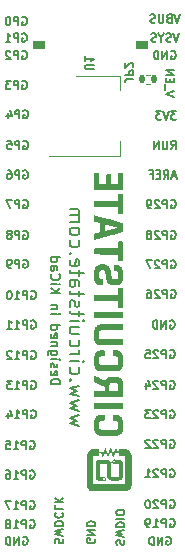
<source format=gbr>
G04 #@! TF.GenerationSoftware,KiCad,Pcbnew,(5.99.0-12085-gf4905cb1ae)*
G04 #@! TF.CreationDate,2021-08-26T19:19:28+05:30*
G04 #@! TF.ProjectId,Mitayi-Pico-RP2040,4d697461-7969-42d5-9069-636f2d525032,0.2*
G04 #@! TF.SameCoordinates,Original*
G04 #@! TF.FileFunction,Legend,Bot*
G04 #@! TF.FilePolarity,Positive*
%FSLAX46Y46*%
G04 Gerber Fmt 4.6, Leading zero omitted, Abs format (unit mm)*
G04 Created by KiCad (PCBNEW (5.99.0-12085-gf4905cb1ae)) date 2021-08-26 19:19:28*
%MOMM*%
%LPD*%
G01*
G04 APERTURE LIST*
G04 Aperture macros list*
%AMRoundRect*
0 Rectangle with rounded corners*
0 $1 Rounding radius*
0 $2 $3 $4 $5 $6 $7 $8 $9 X,Y pos of 4 corners*
0 Add a 4 corners polygon primitive as box body*
4,1,4,$2,$3,$4,$5,$6,$7,$8,$9,$2,$3,0*
0 Add four circle primitives for the rounded corners*
1,1,$1+$1,$2,$3*
1,1,$1+$1,$4,$5*
1,1,$1+$1,$6,$7*
1,1,$1+$1,$8,$9*
0 Add four rect primitives between the rounded corners*
20,1,$1+$1,$2,$3,$4,$5,0*
20,1,$1+$1,$4,$5,$6,$7,0*
20,1,$1+$1,$6,$7,$8,$9,0*
20,1,$1+$1,$8,$9,$2,$3,0*%
G04 Aperture macros list end*
%ADD10C,0.150000*%
%ADD11C,0.200000*%
%ADD12C,0.120000*%
%ADD13C,1.500000*%
%ADD14O,1.600000X1.700000*%
%ADD15R,1.600000X3.200000*%
%ADD16C,0.670000*%
%ADD17RoundRect,0.500000X0.000000X0.300000X0.000000X0.300000X0.000000X-0.300000X0.000000X-0.300000X0*%
%ADD18O,1.200000X1.900000*%
%ADD19C,1.450000*%
%ADD20R,3.200000X1.600000*%
%ADD21O,1.700000X1.600000*%
%ADD22R,2.000000X1.500000*%
%ADD23R,2.000000X3.800000*%
%ADD24RoundRect,0.135000X-0.135000X-0.185000X0.135000X-0.185000X0.135000X0.185000X-0.135000X0.185000X0*%
G04 APERTURE END LIST*
D10*
X144397500Y-110850000D02*
X144464166Y-110816666D01*
X144564166Y-110816666D01*
X144664166Y-110850000D01*
X144730833Y-110916666D01*
X144764166Y-110983333D01*
X144797500Y-111116666D01*
X144797500Y-111216666D01*
X144764166Y-111350000D01*
X144730833Y-111416666D01*
X144664166Y-111483333D01*
X144564166Y-111516666D01*
X144497500Y-111516666D01*
X144397500Y-111483333D01*
X144364166Y-111450000D01*
X144364166Y-111216666D01*
X144497500Y-111216666D01*
X144064166Y-111516666D02*
X144064166Y-110816666D01*
X143797500Y-110816666D01*
X143730833Y-110850000D01*
X143697500Y-110883333D01*
X143664166Y-110950000D01*
X143664166Y-111050000D01*
X143697500Y-111116666D01*
X143730833Y-111150000D01*
X143797500Y-111183333D01*
X144064166Y-111183333D01*
X142997500Y-111516666D02*
X143397500Y-111516666D01*
X143197500Y-111516666D02*
X143197500Y-110816666D01*
X143264166Y-110916666D01*
X143330833Y-110983333D01*
X143397500Y-111016666D01*
X142597500Y-111116666D02*
X142664166Y-111083333D01*
X142697500Y-111050000D01*
X142730833Y-110983333D01*
X142730833Y-110950000D01*
X142697500Y-110883333D01*
X142664166Y-110850000D01*
X142597500Y-110816666D01*
X142464166Y-110816666D01*
X142397500Y-110850000D01*
X142364166Y-110883333D01*
X142330833Y-110950000D01*
X142330833Y-110983333D01*
X142364166Y-111050000D01*
X142397500Y-111083333D01*
X142464166Y-111116666D01*
X142597500Y-111116666D01*
X142664166Y-111150000D01*
X142697500Y-111183333D01*
X142730833Y-111250000D01*
X142730833Y-111383333D01*
X142697500Y-111450000D01*
X142664166Y-111483333D01*
X142597500Y-111516666D01*
X142464166Y-111516666D01*
X142397500Y-111483333D01*
X142364166Y-111450000D01*
X142330833Y-111383333D01*
X142330833Y-111250000D01*
X142364166Y-111183333D01*
X142397500Y-111150000D01*
X142464166Y-111116666D01*
X143830833Y-78750000D02*
X143897500Y-78716666D01*
X143997500Y-78716666D01*
X144097500Y-78750000D01*
X144164166Y-78816666D01*
X144197500Y-78883333D01*
X144230833Y-79016666D01*
X144230833Y-79116666D01*
X144197500Y-79250000D01*
X144164166Y-79316666D01*
X144097500Y-79383333D01*
X143997500Y-79416666D01*
X143930833Y-79416666D01*
X143830833Y-79383333D01*
X143797500Y-79350000D01*
X143797500Y-79116666D01*
X143930833Y-79116666D01*
X143497500Y-79416666D02*
X143497500Y-78716666D01*
X143230833Y-78716666D01*
X143164166Y-78750000D01*
X143130833Y-78783333D01*
X143097500Y-78850000D01*
X143097500Y-78950000D01*
X143130833Y-79016666D01*
X143164166Y-79050000D01*
X143230833Y-79083333D01*
X143497500Y-79083333D01*
X142464166Y-78716666D02*
X142797500Y-78716666D01*
X142830833Y-79050000D01*
X142797500Y-79016666D01*
X142730833Y-78983333D01*
X142564166Y-78983333D01*
X142497500Y-79016666D01*
X142464166Y-79050000D01*
X142430833Y-79116666D01*
X142430833Y-79283333D01*
X142464166Y-79350000D01*
X142497500Y-79383333D01*
X142564166Y-79416666D01*
X142730833Y-79416666D01*
X142797500Y-79383333D01*
X142830833Y-79350000D01*
X156233333Y-99050000D02*
X156300000Y-99016666D01*
X156400000Y-99016666D01*
X156500000Y-99050000D01*
X156566666Y-99116666D01*
X156600000Y-99183333D01*
X156633333Y-99316666D01*
X156633333Y-99416666D01*
X156600000Y-99550000D01*
X156566666Y-99616666D01*
X156500000Y-99683333D01*
X156400000Y-99716666D01*
X156333333Y-99716666D01*
X156233333Y-99683333D01*
X156200000Y-99650000D01*
X156200000Y-99416666D01*
X156333333Y-99416666D01*
X155900000Y-99716666D02*
X155900000Y-99016666D01*
X155633333Y-99016666D01*
X155566666Y-99050000D01*
X155533333Y-99083333D01*
X155500000Y-99150000D01*
X155500000Y-99250000D01*
X155533333Y-99316666D01*
X155566666Y-99350000D01*
X155633333Y-99383333D01*
X155900000Y-99383333D01*
X155233333Y-99083333D02*
X155200000Y-99050000D01*
X155133333Y-99016666D01*
X154966666Y-99016666D01*
X154900000Y-99050000D01*
X154866666Y-99083333D01*
X154833333Y-99150000D01*
X154833333Y-99216666D01*
X154866666Y-99316666D01*
X155266666Y-99716666D01*
X154833333Y-99716666D01*
X154233333Y-99250000D02*
X154233333Y-99716666D01*
X154400000Y-98983333D02*
X154566666Y-99483333D01*
X154133333Y-99483333D01*
X146516666Y-112797500D02*
X146483333Y-112697500D01*
X146483333Y-112530833D01*
X146516666Y-112464166D01*
X146550000Y-112430833D01*
X146616666Y-112397500D01*
X146683333Y-112397500D01*
X146750000Y-112430833D01*
X146783333Y-112464166D01*
X146816666Y-112530833D01*
X146850000Y-112664166D01*
X146883333Y-112730833D01*
X146916666Y-112764166D01*
X146983333Y-112797500D01*
X147050000Y-112797500D01*
X147116666Y-112764166D01*
X147150000Y-112730833D01*
X147183333Y-112664166D01*
X147183333Y-112497500D01*
X147150000Y-112397500D01*
X147183333Y-112164166D02*
X146483333Y-111997500D01*
X146983333Y-111864166D01*
X146483333Y-111730833D01*
X147183333Y-111564166D01*
X146483333Y-111297500D02*
X147183333Y-111297500D01*
X147183333Y-111130833D01*
X147150000Y-111030833D01*
X147083333Y-110964166D01*
X147016666Y-110930833D01*
X146883333Y-110897500D01*
X146783333Y-110897500D01*
X146650000Y-110930833D01*
X146583333Y-110964166D01*
X146516666Y-111030833D01*
X146483333Y-111130833D01*
X146483333Y-111297500D01*
X146550000Y-110197500D02*
X146516666Y-110230833D01*
X146483333Y-110330833D01*
X146483333Y-110397500D01*
X146516666Y-110497500D01*
X146583333Y-110564166D01*
X146650000Y-110597500D01*
X146783333Y-110630833D01*
X146883333Y-110630833D01*
X147016666Y-110597500D01*
X147083333Y-110564166D01*
X147150000Y-110497500D01*
X147183333Y-110397500D01*
X147183333Y-110330833D01*
X147150000Y-110230833D01*
X147116666Y-110197500D01*
X146483333Y-109564166D02*
X146483333Y-109897500D01*
X147183333Y-109897500D01*
X146483333Y-109330833D02*
X147183333Y-109330833D01*
X146483333Y-108930833D02*
X146883333Y-109230833D01*
X147183333Y-108930833D02*
X146783333Y-109330833D01*
X155933333Y-112250000D02*
X156000000Y-112216666D01*
X156100000Y-112216666D01*
X156200000Y-112250000D01*
X156266666Y-112316666D01*
X156300000Y-112383333D01*
X156333333Y-112516666D01*
X156333333Y-112616666D01*
X156300000Y-112750000D01*
X156266666Y-112816666D01*
X156200000Y-112883333D01*
X156100000Y-112916666D01*
X156033333Y-112916666D01*
X155933333Y-112883333D01*
X155900000Y-112850000D01*
X155900000Y-112616666D01*
X156033333Y-112616666D01*
X155600000Y-112916666D02*
X155600000Y-112216666D01*
X155200000Y-112916666D01*
X155200000Y-112216666D01*
X154866666Y-112916666D02*
X154866666Y-112216666D01*
X154700000Y-112216666D01*
X154600000Y-112250000D01*
X154533333Y-112316666D01*
X154500000Y-112383333D01*
X154466666Y-112516666D01*
X154466666Y-112616666D01*
X154500000Y-112750000D01*
X154533333Y-112816666D01*
X154600000Y-112883333D01*
X154700000Y-112916666D01*
X154866666Y-112916666D01*
X156333333Y-83750000D02*
X156400000Y-83716666D01*
X156500000Y-83716666D01*
X156600000Y-83750000D01*
X156666666Y-83816666D01*
X156700000Y-83883333D01*
X156733333Y-84016666D01*
X156733333Y-84116666D01*
X156700000Y-84250000D01*
X156666666Y-84316666D01*
X156600000Y-84383333D01*
X156500000Y-84416666D01*
X156433333Y-84416666D01*
X156333333Y-84383333D01*
X156300000Y-84350000D01*
X156300000Y-84116666D01*
X156433333Y-84116666D01*
X156000000Y-84416666D02*
X156000000Y-83716666D01*
X155733333Y-83716666D01*
X155666666Y-83750000D01*
X155633333Y-83783333D01*
X155600000Y-83850000D01*
X155600000Y-83950000D01*
X155633333Y-84016666D01*
X155666666Y-84050000D01*
X155733333Y-84083333D01*
X156000000Y-84083333D01*
X155333333Y-83783333D02*
X155300000Y-83750000D01*
X155233333Y-83716666D01*
X155066666Y-83716666D01*
X155000000Y-83750000D01*
X154966666Y-83783333D01*
X154933333Y-83850000D01*
X154933333Y-83916666D01*
X154966666Y-84016666D01*
X155366666Y-84416666D01*
X154933333Y-84416666D01*
X154600000Y-84416666D02*
X154466666Y-84416666D01*
X154400000Y-84383333D01*
X154366666Y-84350000D01*
X154300000Y-84250000D01*
X154266666Y-84116666D01*
X154266666Y-83850000D01*
X154300000Y-83783333D01*
X154333333Y-83750000D01*
X154400000Y-83716666D01*
X154533333Y-83716666D01*
X154600000Y-83750000D01*
X154633333Y-83783333D01*
X154666666Y-83850000D01*
X154666666Y-84016666D01*
X154633333Y-84083333D01*
X154600000Y-84116666D01*
X154533333Y-84150000D01*
X154400000Y-84150000D01*
X154333333Y-84116666D01*
X154300000Y-84083333D01*
X154266666Y-84016666D01*
X156333333Y-71150000D02*
X156400000Y-71116666D01*
X156500000Y-71116666D01*
X156600000Y-71150000D01*
X156666666Y-71216666D01*
X156700000Y-71283333D01*
X156733333Y-71416666D01*
X156733333Y-71516666D01*
X156700000Y-71650000D01*
X156666666Y-71716666D01*
X156600000Y-71783333D01*
X156500000Y-71816666D01*
X156433333Y-71816666D01*
X156333333Y-71783333D01*
X156300000Y-71750000D01*
X156300000Y-71516666D01*
X156433333Y-71516666D01*
X156000000Y-71816666D02*
X156000000Y-71116666D01*
X155600000Y-71816666D01*
X155600000Y-71116666D01*
X155266666Y-71816666D02*
X155266666Y-71116666D01*
X155100000Y-71116666D01*
X155000000Y-71150000D01*
X154933333Y-71216666D01*
X154900000Y-71283333D01*
X154866666Y-71416666D01*
X154866666Y-71516666D01*
X154900000Y-71650000D01*
X154933333Y-71716666D01*
X155000000Y-71783333D01*
X155100000Y-71816666D01*
X155266666Y-71816666D01*
X156233333Y-93950000D02*
X156300000Y-93916666D01*
X156400000Y-93916666D01*
X156500000Y-93950000D01*
X156566666Y-94016666D01*
X156600000Y-94083333D01*
X156633333Y-94216666D01*
X156633333Y-94316666D01*
X156600000Y-94450000D01*
X156566666Y-94516666D01*
X156500000Y-94583333D01*
X156400000Y-94616666D01*
X156333333Y-94616666D01*
X156233333Y-94583333D01*
X156200000Y-94550000D01*
X156200000Y-94316666D01*
X156333333Y-94316666D01*
X155900000Y-94616666D02*
X155900000Y-93916666D01*
X155500000Y-94616666D01*
X155500000Y-93916666D01*
X155166666Y-94616666D02*
X155166666Y-93916666D01*
X155000000Y-93916666D01*
X154900000Y-93950000D01*
X154833333Y-94016666D01*
X154800000Y-94083333D01*
X154766666Y-94216666D01*
X154766666Y-94316666D01*
X154800000Y-94450000D01*
X154833333Y-94516666D01*
X154900000Y-94583333D01*
X155000000Y-94616666D01*
X155166666Y-94616666D01*
X157000000Y-69616666D02*
X156766666Y-70316666D01*
X156533333Y-69616666D01*
X156333333Y-70283333D02*
X156233333Y-70316666D01*
X156066666Y-70316666D01*
X156000000Y-70283333D01*
X155966666Y-70250000D01*
X155933333Y-70183333D01*
X155933333Y-70116666D01*
X155966666Y-70050000D01*
X156000000Y-70016666D01*
X156066666Y-69983333D01*
X156200000Y-69950000D01*
X156266666Y-69916666D01*
X156300000Y-69883333D01*
X156333333Y-69816666D01*
X156333333Y-69750000D01*
X156300000Y-69683333D01*
X156266666Y-69650000D01*
X156200000Y-69616666D01*
X156033333Y-69616666D01*
X155933333Y-69650000D01*
X155500000Y-69983333D02*
X155500000Y-70316666D01*
X155733333Y-69616666D02*
X155500000Y-69983333D01*
X155266666Y-69616666D01*
X155066666Y-70283333D02*
X154966666Y-70316666D01*
X154800000Y-70316666D01*
X154733333Y-70283333D01*
X154700000Y-70250000D01*
X154666666Y-70183333D01*
X154666666Y-70116666D01*
X154700000Y-70050000D01*
X154733333Y-70016666D01*
X154800000Y-69983333D01*
X154933333Y-69950000D01*
X155000000Y-69916666D01*
X155033333Y-69883333D01*
X155066666Y-69816666D01*
X155066666Y-69750000D01*
X155033333Y-69683333D01*
X155000000Y-69650000D01*
X154933333Y-69616666D01*
X154766666Y-69616666D01*
X154666666Y-69650000D01*
X149850000Y-112397500D02*
X149883333Y-112464166D01*
X149883333Y-112564166D01*
X149850000Y-112664166D01*
X149783333Y-112730833D01*
X149716666Y-112764166D01*
X149583333Y-112797500D01*
X149483333Y-112797500D01*
X149350000Y-112764166D01*
X149283333Y-112730833D01*
X149216666Y-112664166D01*
X149183333Y-112564166D01*
X149183333Y-112497500D01*
X149216666Y-112397500D01*
X149250000Y-112364166D01*
X149483333Y-112364166D01*
X149483333Y-112497500D01*
X149183333Y-112064166D02*
X149883333Y-112064166D01*
X149183333Y-111664166D01*
X149883333Y-111664166D01*
X149183333Y-111330833D02*
X149883333Y-111330833D01*
X149883333Y-111164166D01*
X149850000Y-111064166D01*
X149783333Y-110997500D01*
X149716666Y-110964166D01*
X149583333Y-110930833D01*
X149483333Y-110930833D01*
X149350000Y-110964166D01*
X149283333Y-110997500D01*
X149216666Y-111064166D01*
X149183333Y-111164166D01*
X149183333Y-111330833D01*
X143730833Y-69650000D02*
X143797500Y-69616666D01*
X143897500Y-69616666D01*
X143997500Y-69650000D01*
X144064166Y-69716666D01*
X144097500Y-69783333D01*
X144130833Y-69916666D01*
X144130833Y-70016666D01*
X144097500Y-70150000D01*
X144064166Y-70216666D01*
X143997500Y-70283333D01*
X143897500Y-70316666D01*
X143830833Y-70316666D01*
X143730833Y-70283333D01*
X143697500Y-70250000D01*
X143697500Y-70016666D01*
X143830833Y-70016666D01*
X143397500Y-70316666D02*
X143397500Y-69616666D01*
X143130833Y-69616666D01*
X143064166Y-69650000D01*
X143030833Y-69683333D01*
X142997500Y-69750000D01*
X142997500Y-69850000D01*
X143030833Y-69916666D01*
X143064166Y-69950000D01*
X143130833Y-69983333D01*
X143397500Y-69983333D01*
X142330833Y-70316666D02*
X142730833Y-70316666D01*
X142530833Y-70316666D02*
X142530833Y-69616666D01*
X142597500Y-69716666D01*
X142664166Y-69783333D01*
X142730833Y-69816666D01*
X156733333Y-81716666D02*
X156400000Y-81716666D01*
X156800000Y-81916666D02*
X156566666Y-81216666D01*
X156333333Y-81916666D01*
X155700000Y-81916666D02*
X155933333Y-81583333D01*
X156100000Y-81916666D02*
X156100000Y-81216666D01*
X155833333Y-81216666D01*
X155766666Y-81250000D01*
X155733333Y-81283333D01*
X155700000Y-81350000D01*
X155700000Y-81450000D01*
X155733333Y-81516666D01*
X155766666Y-81550000D01*
X155833333Y-81583333D01*
X156100000Y-81583333D01*
X155400000Y-81550000D02*
X155166666Y-81550000D01*
X155066666Y-81916666D02*
X155400000Y-81916666D01*
X155400000Y-81216666D01*
X155066666Y-81216666D01*
X154533333Y-81550000D02*
X154766666Y-81550000D01*
X154766666Y-81916666D02*
X154766666Y-81216666D01*
X154433333Y-81216666D01*
X144497500Y-99050000D02*
X144564166Y-99016666D01*
X144664166Y-99016666D01*
X144764166Y-99050000D01*
X144830833Y-99116666D01*
X144864166Y-99183333D01*
X144897500Y-99316666D01*
X144897500Y-99416666D01*
X144864166Y-99550000D01*
X144830833Y-99616666D01*
X144764166Y-99683333D01*
X144664166Y-99716666D01*
X144597500Y-99716666D01*
X144497500Y-99683333D01*
X144464166Y-99650000D01*
X144464166Y-99416666D01*
X144597500Y-99416666D01*
X144164166Y-99716666D02*
X144164166Y-99016666D01*
X143897500Y-99016666D01*
X143830833Y-99050000D01*
X143797500Y-99083333D01*
X143764166Y-99150000D01*
X143764166Y-99250000D01*
X143797500Y-99316666D01*
X143830833Y-99350000D01*
X143897500Y-99383333D01*
X144164166Y-99383333D01*
X143097500Y-99716666D02*
X143497500Y-99716666D01*
X143297500Y-99716666D02*
X143297500Y-99016666D01*
X143364166Y-99116666D01*
X143430833Y-99183333D01*
X143497500Y-99216666D01*
X142864166Y-99016666D02*
X142430833Y-99016666D01*
X142664166Y-99283333D01*
X142564166Y-99283333D01*
X142497500Y-99316666D01*
X142464166Y-99350000D01*
X142430833Y-99416666D01*
X142430833Y-99583333D01*
X142464166Y-99650000D01*
X142497500Y-99683333D01*
X142564166Y-99716666D01*
X142764166Y-99716666D01*
X142830833Y-99683333D01*
X142864166Y-99650000D01*
X143730833Y-68250000D02*
X143797500Y-68216666D01*
X143897500Y-68216666D01*
X143997500Y-68250000D01*
X144064166Y-68316666D01*
X144097500Y-68383333D01*
X144130833Y-68516666D01*
X144130833Y-68616666D01*
X144097500Y-68750000D01*
X144064166Y-68816666D01*
X143997500Y-68883333D01*
X143897500Y-68916666D01*
X143830833Y-68916666D01*
X143730833Y-68883333D01*
X143697500Y-68850000D01*
X143697500Y-68616666D01*
X143830833Y-68616666D01*
X143397500Y-68916666D02*
X143397500Y-68216666D01*
X143130833Y-68216666D01*
X143064166Y-68250000D01*
X143030833Y-68283333D01*
X142997500Y-68350000D01*
X142997500Y-68450000D01*
X143030833Y-68516666D01*
X143064166Y-68550000D01*
X143130833Y-68583333D01*
X143397500Y-68583333D01*
X142564166Y-68216666D02*
X142497500Y-68216666D01*
X142430833Y-68250000D01*
X142397500Y-68283333D01*
X142364166Y-68350000D01*
X142330833Y-68483333D01*
X142330833Y-68650000D01*
X142364166Y-68783333D01*
X142397500Y-68850000D01*
X142430833Y-68883333D01*
X142497500Y-68916666D01*
X142564166Y-68916666D01*
X142630833Y-68883333D01*
X142664166Y-68850000D01*
X142697500Y-68783333D01*
X142730833Y-68650000D01*
X142730833Y-68483333D01*
X142697500Y-68350000D01*
X142664166Y-68283333D01*
X142630833Y-68250000D01*
X142564166Y-68216666D01*
X157083333Y-68016666D02*
X156850000Y-68716666D01*
X156616666Y-68016666D01*
X156150000Y-68350000D02*
X156050000Y-68383333D01*
X156016666Y-68416666D01*
X155983333Y-68483333D01*
X155983333Y-68583333D01*
X156016666Y-68650000D01*
X156050000Y-68683333D01*
X156116666Y-68716666D01*
X156383333Y-68716666D01*
X156383333Y-68016666D01*
X156150000Y-68016666D01*
X156083333Y-68050000D01*
X156050000Y-68083333D01*
X156016666Y-68150000D01*
X156016666Y-68216666D01*
X156050000Y-68283333D01*
X156083333Y-68316666D01*
X156150000Y-68350000D01*
X156383333Y-68350000D01*
X155683333Y-68016666D02*
X155683333Y-68583333D01*
X155650000Y-68650000D01*
X155616666Y-68683333D01*
X155550000Y-68716666D01*
X155416666Y-68716666D01*
X155350000Y-68683333D01*
X155316666Y-68650000D01*
X155283333Y-68583333D01*
X155283333Y-68016666D01*
X154983333Y-68683333D02*
X154883333Y-68716666D01*
X154716666Y-68716666D01*
X154650000Y-68683333D01*
X154616666Y-68650000D01*
X154583333Y-68583333D01*
X154583333Y-68516666D01*
X154616666Y-68450000D01*
X154650000Y-68416666D01*
X154716666Y-68383333D01*
X154850000Y-68350000D01*
X154916666Y-68316666D01*
X154950000Y-68283333D01*
X154983333Y-68216666D01*
X154983333Y-68150000D01*
X154950000Y-68083333D01*
X154916666Y-68050000D01*
X154850000Y-68016666D01*
X154683333Y-68016666D01*
X154583333Y-68050000D01*
D11*
X148557142Y-102858571D02*
X147757142Y-102630000D01*
X148328571Y-102401428D01*
X147757142Y-102172857D01*
X148557142Y-101944285D01*
X148557142Y-101601428D02*
X147757142Y-101372857D01*
X148328571Y-101144285D01*
X147757142Y-100915714D01*
X148557142Y-100687142D01*
X148557142Y-100344285D02*
X147757142Y-100115714D01*
X148328571Y-99887142D01*
X147757142Y-99658571D01*
X148557142Y-99430000D01*
X147871428Y-98972857D02*
X147814285Y-98915714D01*
X147757142Y-98972857D01*
X147814285Y-99030000D01*
X147871428Y-98972857D01*
X147757142Y-98972857D01*
X147814285Y-97887142D02*
X147757142Y-98001428D01*
X147757142Y-98230000D01*
X147814285Y-98344285D01*
X147871428Y-98401428D01*
X147985714Y-98458571D01*
X148328571Y-98458571D01*
X148442857Y-98401428D01*
X148500000Y-98344285D01*
X148557142Y-98230000D01*
X148557142Y-98001428D01*
X148500000Y-97887142D01*
X147757142Y-97372857D02*
X148557142Y-97372857D01*
X148957142Y-97372857D02*
X148900000Y-97430000D01*
X148842857Y-97372857D01*
X148900000Y-97315714D01*
X148957142Y-97372857D01*
X148842857Y-97372857D01*
X147757142Y-96801428D02*
X148557142Y-96801428D01*
X148328571Y-96801428D02*
X148442857Y-96744285D01*
X148500000Y-96687142D01*
X148557142Y-96572857D01*
X148557142Y-96458571D01*
X147814285Y-95544285D02*
X147757142Y-95658571D01*
X147757142Y-95887142D01*
X147814285Y-96001428D01*
X147871428Y-96058571D01*
X147985714Y-96115714D01*
X148328571Y-96115714D01*
X148442857Y-96058571D01*
X148500000Y-96001428D01*
X148557142Y-95887142D01*
X148557142Y-95658571D01*
X148500000Y-95544285D01*
X148557142Y-94515714D02*
X147757142Y-94515714D01*
X148557142Y-95030000D02*
X147928571Y-95030000D01*
X147814285Y-94972857D01*
X147757142Y-94858571D01*
X147757142Y-94687142D01*
X147814285Y-94572857D01*
X147871428Y-94515714D01*
X147757142Y-93944285D02*
X148557142Y-93944285D01*
X148957142Y-93944285D02*
X148900000Y-94001428D01*
X148842857Y-93944285D01*
X148900000Y-93887142D01*
X148957142Y-93944285D01*
X148842857Y-93944285D01*
X148557142Y-93544285D02*
X148557142Y-93087142D01*
X148957142Y-93372857D02*
X147928571Y-93372857D01*
X147814285Y-93315714D01*
X147757142Y-93201428D01*
X147757142Y-93087142D01*
X147814285Y-92744285D02*
X147757142Y-92630000D01*
X147757142Y-92401428D01*
X147814285Y-92287142D01*
X147928571Y-92230000D01*
X147985714Y-92230000D01*
X148100000Y-92287142D01*
X148157142Y-92401428D01*
X148157142Y-92572857D01*
X148214285Y-92687142D01*
X148328571Y-92744285D01*
X148385714Y-92744285D01*
X148500000Y-92687142D01*
X148557142Y-92572857D01*
X148557142Y-92401428D01*
X148500000Y-92287142D01*
X148557142Y-91887142D02*
X148557142Y-91430000D01*
X148957142Y-91715714D02*
X147928571Y-91715714D01*
X147814285Y-91658571D01*
X147757142Y-91544285D01*
X147757142Y-91430000D01*
X147757142Y-90515714D02*
X148385714Y-90515714D01*
X148500000Y-90572857D01*
X148557142Y-90687142D01*
X148557142Y-90915714D01*
X148500000Y-91030000D01*
X147814285Y-90515714D02*
X147757142Y-90630000D01*
X147757142Y-90915714D01*
X147814285Y-91030000D01*
X147928571Y-91087142D01*
X148042857Y-91087142D01*
X148157142Y-91030000D01*
X148214285Y-90915714D01*
X148214285Y-90630000D01*
X148271428Y-90515714D01*
X148557142Y-90115714D02*
X148557142Y-89658571D01*
X148957142Y-89944285D02*
X147928571Y-89944285D01*
X147814285Y-89887142D01*
X147757142Y-89772857D01*
X147757142Y-89658571D01*
X147814285Y-88801428D02*
X147757142Y-88915714D01*
X147757142Y-89144285D01*
X147814285Y-89258571D01*
X147928571Y-89315714D01*
X148385714Y-89315714D01*
X148500000Y-89258571D01*
X148557142Y-89144285D01*
X148557142Y-88915714D01*
X148500000Y-88801428D01*
X148385714Y-88744285D01*
X148271428Y-88744285D01*
X148157142Y-89315714D01*
X147871428Y-88230000D02*
X147814285Y-88172857D01*
X147757142Y-88230000D01*
X147814285Y-88287142D01*
X147871428Y-88230000D01*
X147757142Y-88230000D01*
X147814285Y-87144285D02*
X147757142Y-87258571D01*
X147757142Y-87487142D01*
X147814285Y-87601428D01*
X147871428Y-87658571D01*
X147985714Y-87715714D01*
X148328571Y-87715714D01*
X148442857Y-87658571D01*
X148500000Y-87601428D01*
X148557142Y-87487142D01*
X148557142Y-87258571D01*
X148500000Y-87144285D01*
X147757142Y-86458571D02*
X147814285Y-86572857D01*
X147871428Y-86630000D01*
X147985714Y-86687142D01*
X148328571Y-86687142D01*
X148442857Y-86630000D01*
X148500000Y-86572857D01*
X148557142Y-86458571D01*
X148557142Y-86287142D01*
X148500000Y-86172857D01*
X148442857Y-86115714D01*
X148328571Y-86058571D01*
X147985714Y-86058571D01*
X147871428Y-86115714D01*
X147814285Y-86172857D01*
X147757142Y-86287142D01*
X147757142Y-86458571D01*
X147757142Y-85544285D02*
X148557142Y-85544285D01*
X148442857Y-85544285D02*
X148500000Y-85487142D01*
X148557142Y-85372857D01*
X148557142Y-85201428D01*
X148500000Y-85087142D01*
X148385714Y-85030000D01*
X147757142Y-85030000D01*
X148385714Y-85030000D02*
X148500000Y-84972857D01*
X148557142Y-84858571D01*
X148557142Y-84687142D01*
X148500000Y-84572857D01*
X148385714Y-84515714D01*
X147757142Y-84515714D01*
D10*
X146138095Y-99330833D02*
X146938095Y-99330833D01*
X146938095Y-99140357D01*
X146900000Y-99026071D01*
X146823809Y-98949880D01*
X146747619Y-98911785D01*
X146595238Y-98873690D01*
X146480952Y-98873690D01*
X146328571Y-98911785D01*
X146252380Y-98949880D01*
X146176190Y-99026071D01*
X146138095Y-99140357D01*
X146138095Y-99330833D01*
X146176190Y-98226071D02*
X146138095Y-98302261D01*
X146138095Y-98454642D01*
X146176190Y-98530833D01*
X146252380Y-98568928D01*
X146557142Y-98568928D01*
X146633333Y-98530833D01*
X146671428Y-98454642D01*
X146671428Y-98302261D01*
X146633333Y-98226071D01*
X146557142Y-98187976D01*
X146480952Y-98187976D01*
X146404761Y-98568928D01*
X146176190Y-97883214D02*
X146138095Y-97807023D01*
X146138095Y-97654642D01*
X146176190Y-97578452D01*
X146252380Y-97540357D01*
X146290476Y-97540357D01*
X146366666Y-97578452D01*
X146404761Y-97654642D01*
X146404761Y-97768928D01*
X146442857Y-97845119D01*
X146519047Y-97883214D01*
X146557142Y-97883214D01*
X146633333Y-97845119D01*
X146671428Y-97768928D01*
X146671428Y-97654642D01*
X146633333Y-97578452D01*
X146138095Y-97197500D02*
X146671428Y-97197500D01*
X146938095Y-97197500D02*
X146900000Y-97235595D01*
X146861904Y-97197500D01*
X146900000Y-97159404D01*
X146938095Y-97197500D01*
X146861904Y-97197500D01*
X146671428Y-96473690D02*
X146023809Y-96473690D01*
X145947619Y-96511785D01*
X145909523Y-96549880D01*
X145871428Y-96626071D01*
X145871428Y-96740357D01*
X145909523Y-96816547D01*
X146176190Y-96473690D02*
X146138095Y-96549880D01*
X146138095Y-96702261D01*
X146176190Y-96778452D01*
X146214285Y-96816547D01*
X146290476Y-96854642D01*
X146519047Y-96854642D01*
X146595238Y-96816547D01*
X146633333Y-96778452D01*
X146671428Y-96702261D01*
X146671428Y-96549880D01*
X146633333Y-96473690D01*
X146671428Y-96092738D02*
X146138095Y-96092738D01*
X146595238Y-96092738D02*
X146633333Y-96054642D01*
X146671428Y-95978452D01*
X146671428Y-95864166D01*
X146633333Y-95787976D01*
X146557142Y-95749880D01*
X146138095Y-95749880D01*
X146176190Y-95064166D02*
X146138095Y-95140357D01*
X146138095Y-95292738D01*
X146176190Y-95368928D01*
X146252380Y-95407023D01*
X146557142Y-95407023D01*
X146633333Y-95368928D01*
X146671428Y-95292738D01*
X146671428Y-95140357D01*
X146633333Y-95064166D01*
X146557142Y-95026071D01*
X146480952Y-95026071D01*
X146404761Y-95407023D01*
X146138095Y-94340357D02*
X146938095Y-94340357D01*
X146176190Y-94340357D02*
X146138095Y-94416547D01*
X146138095Y-94568928D01*
X146176190Y-94645119D01*
X146214285Y-94683214D01*
X146290476Y-94721309D01*
X146519047Y-94721309D01*
X146595238Y-94683214D01*
X146633333Y-94645119D01*
X146671428Y-94568928D01*
X146671428Y-94416547D01*
X146633333Y-94340357D01*
X146138095Y-93349880D02*
X146671428Y-93349880D01*
X146938095Y-93349880D02*
X146900000Y-93387976D01*
X146861904Y-93349880D01*
X146900000Y-93311785D01*
X146938095Y-93349880D01*
X146861904Y-93349880D01*
X146671428Y-92968928D02*
X146138095Y-92968928D01*
X146595238Y-92968928D02*
X146633333Y-92930833D01*
X146671428Y-92854642D01*
X146671428Y-92740357D01*
X146633333Y-92664166D01*
X146557142Y-92626071D01*
X146138095Y-92626071D01*
X146138095Y-91635595D02*
X146938095Y-91635595D01*
X146138095Y-91178452D02*
X146595238Y-91521309D01*
X146938095Y-91178452D02*
X146480952Y-91635595D01*
X146138095Y-90835595D02*
X146671428Y-90835595D01*
X146938095Y-90835595D02*
X146900000Y-90873690D01*
X146861904Y-90835595D01*
X146900000Y-90797500D01*
X146938095Y-90835595D01*
X146861904Y-90835595D01*
X146214285Y-89997500D02*
X146176190Y-90035595D01*
X146138095Y-90149880D01*
X146138095Y-90226071D01*
X146176190Y-90340357D01*
X146252380Y-90416547D01*
X146328571Y-90454642D01*
X146480952Y-90492738D01*
X146595238Y-90492738D01*
X146747619Y-90454642D01*
X146823809Y-90416547D01*
X146900000Y-90340357D01*
X146938095Y-90226071D01*
X146938095Y-90149880D01*
X146900000Y-90035595D01*
X146861904Y-89997500D01*
X146138095Y-89311785D02*
X146557142Y-89311785D01*
X146633333Y-89349880D01*
X146671428Y-89426071D01*
X146671428Y-89578452D01*
X146633333Y-89654642D01*
X146176190Y-89311785D02*
X146138095Y-89387976D01*
X146138095Y-89578452D01*
X146176190Y-89654642D01*
X146252380Y-89692738D01*
X146328571Y-89692738D01*
X146404761Y-89654642D01*
X146442857Y-89578452D01*
X146442857Y-89387976D01*
X146480952Y-89311785D01*
X146138095Y-88587976D02*
X146938095Y-88587976D01*
X146176190Y-88587976D02*
X146138095Y-88664166D01*
X146138095Y-88816547D01*
X146176190Y-88892738D01*
X146214285Y-88930833D01*
X146290476Y-88968928D01*
X146519047Y-88968928D01*
X146595238Y-88930833D01*
X146633333Y-88892738D01*
X146671428Y-88816547D01*
X146671428Y-88664166D01*
X146633333Y-88587976D01*
X143830833Y-76150000D02*
X143897500Y-76116666D01*
X143997500Y-76116666D01*
X144097500Y-76150000D01*
X144164166Y-76216666D01*
X144197500Y-76283333D01*
X144230833Y-76416666D01*
X144230833Y-76516666D01*
X144197500Y-76650000D01*
X144164166Y-76716666D01*
X144097500Y-76783333D01*
X143997500Y-76816666D01*
X143930833Y-76816666D01*
X143830833Y-76783333D01*
X143797500Y-76750000D01*
X143797500Y-76516666D01*
X143930833Y-76516666D01*
X143497500Y-76816666D02*
X143497500Y-76116666D01*
X143230833Y-76116666D01*
X143164166Y-76150000D01*
X143130833Y-76183333D01*
X143097500Y-76250000D01*
X143097500Y-76350000D01*
X143130833Y-76416666D01*
X143164166Y-76450000D01*
X143230833Y-76483333D01*
X143497500Y-76483333D01*
X142497500Y-76350000D02*
X142497500Y-76816666D01*
X142664166Y-76083333D02*
X142830833Y-76583333D01*
X142397500Y-76583333D01*
X143797500Y-112250000D02*
X143864166Y-112216666D01*
X143964166Y-112216666D01*
X144064166Y-112250000D01*
X144130833Y-112316666D01*
X144164166Y-112383333D01*
X144197500Y-112516666D01*
X144197500Y-112616666D01*
X144164166Y-112750000D01*
X144130833Y-112816666D01*
X144064166Y-112883333D01*
X143964166Y-112916666D01*
X143897500Y-112916666D01*
X143797500Y-112883333D01*
X143764166Y-112850000D01*
X143764166Y-112616666D01*
X143897500Y-112616666D01*
X143464166Y-112916666D02*
X143464166Y-112216666D01*
X143064166Y-112916666D01*
X143064166Y-112216666D01*
X142730833Y-112916666D02*
X142730833Y-112216666D01*
X142564166Y-112216666D01*
X142464166Y-112250000D01*
X142397500Y-112316666D01*
X142364166Y-112383333D01*
X142330833Y-112516666D01*
X142330833Y-112616666D01*
X142364166Y-112750000D01*
X142397500Y-112816666D01*
X142464166Y-112883333D01*
X142564166Y-112916666D01*
X142730833Y-112916666D01*
X156333333Y-88850000D02*
X156400000Y-88816666D01*
X156500000Y-88816666D01*
X156600000Y-88850000D01*
X156666666Y-88916666D01*
X156700000Y-88983333D01*
X156733333Y-89116666D01*
X156733333Y-89216666D01*
X156700000Y-89350000D01*
X156666666Y-89416666D01*
X156600000Y-89483333D01*
X156500000Y-89516666D01*
X156433333Y-89516666D01*
X156333333Y-89483333D01*
X156300000Y-89450000D01*
X156300000Y-89216666D01*
X156433333Y-89216666D01*
X156000000Y-89516666D02*
X156000000Y-88816666D01*
X155733333Y-88816666D01*
X155666666Y-88850000D01*
X155633333Y-88883333D01*
X155600000Y-88950000D01*
X155600000Y-89050000D01*
X155633333Y-89116666D01*
X155666666Y-89150000D01*
X155733333Y-89183333D01*
X156000000Y-89183333D01*
X155333333Y-88883333D02*
X155300000Y-88850000D01*
X155233333Y-88816666D01*
X155066666Y-88816666D01*
X155000000Y-88850000D01*
X154966666Y-88883333D01*
X154933333Y-88950000D01*
X154933333Y-89016666D01*
X154966666Y-89116666D01*
X155366666Y-89516666D01*
X154933333Y-89516666D01*
X154700000Y-88816666D02*
X154233333Y-88816666D01*
X154533333Y-89516666D01*
X156316666Y-79416666D02*
X156550000Y-79083333D01*
X156716666Y-79416666D02*
X156716666Y-78716666D01*
X156450000Y-78716666D01*
X156383333Y-78750000D01*
X156350000Y-78783333D01*
X156316666Y-78850000D01*
X156316666Y-78950000D01*
X156350000Y-79016666D01*
X156383333Y-79050000D01*
X156450000Y-79083333D01*
X156716666Y-79083333D01*
X156016666Y-78716666D02*
X156016666Y-79283333D01*
X155983333Y-79350000D01*
X155950000Y-79383333D01*
X155883333Y-79416666D01*
X155750000Y-79416666D01*
X155683333Y-79383333D01*
X155650000Y-79350000D01*
X155616666Y-79283333D01*
X155616666Y-78716666D01*
X155283333Y-79416666D02*
X155283333Y-78716666D01*
X154883333Y-79416666D01*
X154883333Y-78716666D01*
X144497500Y-93950000D02*
X144564166Y-93916666D01*
X144664166Y-93916666D01*
X144764166Y-93950000D01*
X144830833Y-94016666D01*
X144864166Y-94083333D01*
X144897500Y-94216666D01*
X144897500Y-94316666D01*
X144864166Y-94450000D01*
X144830833Y-94516666D01*
X144764166Y-94583333D01*
X144664166Y-94616666D01*
X144597500Y-94616666D01*
X144497500Y-94583333D01*
X144464166Y-94550000D01*
X144464166Y-94316666D01*
X144597500Y-94316666D01*
X144164166Y-94616666D02*
X144164166Y-93916666D01*
X143897500Y-93916666D01*
X143830833Y-93950000D01*
X143797500Y-93983333D01*
X143764166Y-94050000D01*
X143764166Y-94150000D01*
X143797500Y-94216666D01*
X143830833Y-94250000D01*
X143897500Y-94283333D01*
X144164166Y-94283333D01*
X143097500Y-94616666D02*
X143497500Y-94616666D01*
X143297500Y-94616666D02*
X143297500Y-93916666D01*
X143364166Y-94016666D01*
X143430833Y-94083333D01*
X143497500Y-94116666D01*
X142430833Y-94616666D02*
X142830833Y-94616666D01*
X142630833Y-94616666D02*
X142630833Y-93916666D01*
X142697500Y-94016666D01*
X142764166Y-94083333D01*
X142830833Y-94116666D01*
X143830833Y-83750000D02*
X143897500Y-83716666D01*
X143997500Y-83716666D01*
X144097500Y-83750000D01*
X144164166Y-83816666D01*
X144197500Y-83883333D01*
X144230833Y-84016666D01*
X144230833Y-84116666D01*
X144197500Y-84250000D01*
X144164166Y-84316666D01*
X144097500Y-84383333D01*
X143997500Y-84416666D01*
X143930833Y-84416666D01*
X143830833Y-84383333D01*
X143797500Y-84350000D01*
X143797500Y-84116666D01*
X143930833Y-84116666D01*
X143497500Y-84416666D02*
X143497500Y-83716666D01*
X143230833Y-83716666D01*
X143164166Y-83750000D01*
X143130833Y-83783333D01*
X143097500Y-83850000D01*
X143097500Y-83950000D01*
X143130833Y-84016666D01*
X143164166Y-84050000D01*
X143230833Y-84083333D01*
X143497500Y-84083333D01*
X142864166Y-83716666D02*
X142397500Y-83716666D01*
X142697500Y-84416666D01*
X156233333Y-96450000D02*
X156300000Y-96416666D01*
X156400000Y-96416666D01*
X156500000Y-96450000D01*
X156566666Y-96516666D01*
X156600000Y-96583333D01*
X156633333Y-96716666D01*
X156633333Y-96816666D01*
X156600000Y-96950000D01*
X156566666Y-97016666D01*
X156500000Y-97083333D01*
X156400000Y-97116666D01*
X156333333Y-97116666D01*
X156233333Y-97083333D01*
X156200000Y-97050000D01*
X156200000Y-96816666D01*
X156333333Y-96816666D01*
X155900000Y-97116666D02*
X155900000Y-96416666D01*
X155633333Y-96416666D01*
X155566666Y-96450000D01*
X155533333Y-96483333D01*
X155500000Y-96550000D01*
X155500000Y-96650000D01*
X155533333Y-96716666D01*
X155566666Y-96750000D01*
X155633333Y-96783333D01*
X155900000Y-96783333D01*
X155233333Y-96483333D02*
X155200000Y-96450000D01*
X155133333Y-96416666D01*
X154966666Y-96416666D01*
X154900000Y-96450000D01*
X154866666Y-96483333D01*
X154833333Y-96550000D01*
X154833333Y-96616666D01*
X154866666Y-96716666D01*
X155266666Y-97116666D01*
X154833333Y-97116666D01*
X154200000Y-96416666D02*
X154533333Y-96416666D01*
X154566666Y-96750000D01*
X154533333Y-96716666D01*
X154466666Y-96683333D01*
X154300000Y-96683333D01*
X154233333Y-96716666D01*
X154200000Y-96750000D01*
X154166666Y-96816666D01*
X154166666Y-96983333D01*
X154200000Y-97050000D01*
X154233333Y-97083333D01*
X154300000Y-97116666D01*
X154466666Y-97116666D01*
X154533333Y-97083333D01*
X154566666Y-97050000D01*
X144397500Y-106650000D02*
X144464166Y-106616666D01*
X144564166Y-106616666D01*
X144664166Y-106650000D01*
X144730833Y-106716666D01*
X144764166Y-106783333D01*
X144797500Y-106916666D01*
X144797500Y-107016666D01*
X144764166Y-107150000D01*
X144730833Y-107216666D01*
X144664166Y-107283333D01*
X144564166Y-107316666D01*
X144497500Y-107316666D01*
X144397500Y-107283333D01*
X144364166Y-107250000D01*
X144364166Y-107016666D01*
X144497500Y-107016666D01*
X144064166Y-107316666D02*
X144064166Y-106616666D01*
X143797500Y-106616666D01*
X143730833Y-106650000D01*
X143697500Y-106683333D01*
X143664166Y-106750000D01*
X143664166Y-106850000D01*
X143697500Y-106916666D01*
X143730833Y-106950000D01*
X143797500Y-106983333D01*
X144064166Y-106983333D01*
X142997500Y-107316666D02*
X143397500Y-107316666D01*
X143197500Y-107316666D02*
X143197500Y-106616666D01*
X143264166Y-106716666D01*
X143330833Y-106783333D01*
X143397500Y-106816666D01*
X142397500Y-106616666D02*
X142530833Y-106616666D01*
X142597500Y-106650000D01*
X142630833Y-106683333D01*
X142697500Y-106783333D01*
X142730833Y-106916666D01*
X142730833Y-107183333D01*
X142697500Y-107250000D01*
X142664166Y-107283333D01*
X142597500Y-107316666D01*
X142464166Y-107316666D01*
X142397500Y-107283333D01*
X142364166Y-107250000D01*
X142330833Y-107183333D01*
X142330833Y-107016666D01*
X142364166Y-106950000D01*
X142397500Y-106916666D01*
X142464166Y-106883333D01*
X142597500Y-106883333D01*
X142664166Y-106916666D01*
X142697500Y-106950000D01*
X142730833Y-107016666D01*
X156233333Y-104050000D02*
X156300000Y-104016666D01*
X156400000Y-104016666D01*
X156500000Y-104050000D01*
X156566666Y-104116666D01*
X156600000Y-104183333D01*
X156633333Y-104316666D01*
X156633333Y-104416666D01*
X156600000Y-104550000D01*
X156566666Y-104616666D01*
X156500000Y-104683333D01*
X156400000Y-104716666D01*
X156333333Y-104716666D01*
X156233333Y-104683333D01*
X156200000Y-104650000D01*
X156200000Y-104416666D01*
X156333333Y-104416666D01*
X155900000Y-104716666D02*
X155900000Y-104016666D01*
X155633333Y-104016666D01*
X155566666Y-104050000D01*
X155533333Y-104083333D01*
X155500000Y-104150000D01*
X155500000Y-104250000D01*
X155533333Y-104316666D01*
X155566666Y-104350000D01*
X155633333Y-104383333D01*
X155900000Y-104383333D01*
X155233333Y-104083333D02*
X155200000Y-104050000D01*
X155133333Y-104016666D01*
X154966666Y-104016666D01*
X154900000Y-104050000D01*
X154866666Y-104083333D01*
X154833333Y-104150000D01*
X154833333Y-104216666D01*
X154866666Y-104316666D01*
X155266666Y-104716666D01*
X154833333Y-104716666D01*
X154566666Y-104083333D02*
X154533333Y-104050000D01*
X154466666Y-104016666D01*
X154300000Y-104016666D01*
X154233333Y-104050000D01*
X154200000Y-104083333D01*
X154166666Y-104150000D01*
X154166666Y-104216666D01*
X154200000Y-104316666D01*
X154600000Y-104716666D01*
X154166666Y-104716666D01*
X156766666Y-76216666D02*
X156333333Y-76216666D01*
X156566666Y-76483333D01*
X156466666Y-76483333D01*
X156400000Y-76516666D01*
X156366666Y-76550000D01*
X156333333Y-76616666D01*
X156333333Y-76783333D01*
X156366666Y-76850000D01*
X156400000Y-76883333D01*
X156466666Y-76916666D01*
X156666666Y-76916666D01*
X156733333Y-76883333D01*
X156766666Y-76850000D01*
X156133333Y-76216666D02*
X155900000Y-76916666D01*
X155666666Y-76216666D01*
X155500000Y-76216666D02*
X155066666Y-76216666D01*
X155300000Y-76483333D01*
X155200000Y-76483333D01*
X155133333Y-76516666D01*
X155100000Y-76550000D01*
X155066666Y-76616666D01*
X155066666Y-76783333D01*
X155100000Y-76850000D01*
X155133333Y-76883333D01*
X155200000Y-76916666D01*
X155400000Y-76916666D01*
X155466666Y-76883333D01*
X155500000Y-76850000D01*
X143730833Y-71150000D02*
X143797500Y-71116666D01*
X143897500Y-71116666D01*
X143997500Y-71150000D01*
X144064166Y-71216666D01*
X144097500Y-71283333D01*
X144130833Y-71416666D01*
X144130833Y-71516666D01*
X144097500Y-71650000D01*
X144064166Y-71716666D01*
X143997500Y-71783333D01*
X143897500Y-71816666D01*
X143830833Y-71816666D01*
X143730833Y-71783333D01*
X143697500Y-71750000D01*
X143697500Y-71516666D01*
X143830833Y-71516666D01*
X143397500Y-71816666D02*
X143397500Y-71116666D01*
X143130833Y-71116666D01*
X143064166Y-71150000D01*
X143030833Y-71183333D01*
X142997500Y-71250000D01*
X142997500Y-71350000D01*
X143030833Y-71416666D01*
X143064166Y-71450000D01*
X143130833Y-71483333D01*
X143397500Y-71483333D01*
X142730833Y-71183333D02*
X142697500Y-71150000D01*
X142630833Y-71116666D01*
X142464166Y-71116666D01*
X142397500Y-71150000D01*
X142364166Y-71183333D01*
X142330833Y-71250000D01*
X142330833Y-71316666D01*
X142364166Y-71416666D01*
X142764166Y-71816666D01*
X142330833Y-71816666D01*
X156333333Y-91350000D02*
X156400000Y-91316666D01*
X156500000Y-91316666D01*
X156600000Y-91350000D01*
X156666666Y-91416666D01*
X156700000Y-91483333D01*
X156733333Y-91616666D01*
X156733333Y-91716666D01*
X156700000Y-91850000D01*
X156666666Y-91916666D01*
X156600000Y-91983333D01*
X156500000Y-92016666D01*
X156433333Y-92016666D01*
X156333333Y-91983333D01*
X156300000Y-91950000D01*
X156300000Y-91716666D01*
X156433333Y-91716666D01*
X156000000Y-92016666D02*
X156000000Y-91316666D01*
X155733333Y-91316666D01*
X155666666Y-91350000D01*
X155633333Y-91383333D01*
X155600000Y-91450000D01*
X155600000Y-91550000D01*
X155633333Y-91616666D01*
X155666666Y-91650000D01*
X155733333Y-91683333D01*
X156000000Y-91683333D01*
X155333333Y-91383333D02*
X155300000Y-91350000D01*
X155233333Y-91316666D01*
X155066666Y-91316666D01*
X155000000Y-91350000D01*
X154966666Y-91383333D01*
X154933333Y-91450000D01*
X154933333Y-91516666D01*
X154966666Y-91616666D01*
X155366666Y-92016666D01*
X154933333Y-92016666D01*
X154333333Y-91316666D02*
X154466666Y-91316666D01*
X154533333Y-91350000D01*
X154566666Y-91383333D01*
X154633333Y-91483333D01*
X154666666Y-91616666D01*
X154666666Y-91883333D01*
X154633333Y-91950000D01*
X154600000Y-91983333D01*
X154533333Y-92016666D01*
X154400000Y-92016666D01*
X154333333Y-91983333D01*
X154300000Y-91950000D01*
X154266666Y-91883333D01*
X154266666Y-91716666D01*
X154300000Y-91650000D01*
X154333333Y-91616666D01*
X154400000Y-91583333D01*
X154533333Y-91583333D01*
X154600000Y-91616666D01*
X154633333Y-91650000D01*
X154666666Y-91716666D01*
X143830833Y-81250000D02*
X143897500Y-81216666D01*
X143997500Y-81216666D01*
X144097500Y-81250000D01*
X144164166Y-81316666D01*
X144197500Y-81383333D01*
X144230833Y-81516666D01*
X144230833Y-81616666D01*
X144197500Y-81750000D01*
X144164166Y-81816666D01*
X144097500Y-81883333D01*
X143997500Y-81916666D01*
X143930833Y-81916666D01*
X143830833Y-81883333D01*
X143797500Y-81850000D01*
X143797500Y-81616666D01*
X143930833Y-81616666D01*
X143497500Y-81916666D02*
X143497500Y-81216666D01*
X143230833Y-81216666D01*
X143164166Y-81250000D01*
X143130833Y-81283333D01*
X143097500Y-81350000D01*
X143097500Y-81450000D01*
X143130833Y-81516666D01*
X143164166Y-81550000D01*
X143230833Y-81583333D01*
X143497500Y-81583333D01*
X142497500Y-81216666D02*
X142630833Y-81216666D01*
X142697500Y-81250000D01*
X142730833Y-81283333D01*
X142797500Y-81383333D01*
X142830833Y-81516666D01*
X142830833Y-81783333D01*
X142797500Y-81850000D01*
X142764166Y-81883333D01*
X142697500Y-81916666D01*
X142564166Y-81916666D01*
X142497500Y-81883333D01*
X142464166Y-81850000D01*
X142430833Y-81783333D01*
X142430833Y-81616666D01*
X142464166Y-81550000D01*
X142497500Y-81516666D01*
X142564166Y-81483333D01*
X142697500Y-81483333D01*
X142764166Y-81516666D01*
X142797500Y-81550000D01*
X142830833Y-81616666D01*
X156233333Y-109150000D02*
X156300000Y-109116666D01*
X156400000Y-109116666D01*
X156500000Y-109150000D01*
X156566666Y-109216666D01*
X156600000Y-109283333D01*
X156633333Y-109416666D01*
X156633333Y-109516666D01*
X156600000Y-109650000D01*
X156566666Y-109716666D01*
X156500000Y-109783333D01*
X156400000Y-109816666D01*
X156333333Y-109816666D01*
X156233333Y-109783333D01*
X156200000Y-109750000D01*
X156200000Y-109516666D01*
X156333333Y-109516666D01*
X155900000Y-109816666D02*
X155900000Y-109116666D01*
X155633333Y-109116666D01*
X155566666Y-109150000D01*
X155533333Y-109183333D01*
X155500000Y-109250000D01*
X155500000Y-109350000D01*
X155533333Y-109416666D01*
X155566666Y-109450000D01*
X155633333Y-109483333D01*
X155900000Y-109483333D01*
X155233333Y-109183333D02*
X155200000Y-109150000D01*
X155133333Y-109116666D01*
X154966666Y-109116666D01*
X154900000Y-109150000D01*
X154866666Y-109183333D01*
X154833333Y-109250000D01*
X154833333Y-109316666D01*
X154866666Y-109416666D01*
X155266666Y-109816666D01*
X154833333Y-109816666D01*
X154400000Y-109116666D02*
X154333333Y-109116666D01*
X154266666Y-109150000D01*
X154233333Y-109183333D01*
X154200000Y-109250000D01*
X154166666Y-109383333D01*
X154166666Y-109550000D01*
X154200000Y-109683333D01*
X154233333Y-109750000D01*
X154266666Y-109783333D01*
X154333333Y-109816666D01*
X154400000Y-109816666D01*
X154466666Y-109783333D01*
X154500000Y-109750000D01*
X154533333Y-109683333D01*
X154566666Y-109550000D01*
X154566666Y-109383333D01*
X154533333Y-109250000D01*
X154500000Y-109183333D01*
X154466666Y-109150000D01*
X154400000Y-109116666D01*
X144497500Y-96550000D02*
X144564166Y-96516666D01*
X144664166Y-96516666D01*
X144764166Y-96550000D01*
X144830833Y-96616666D01*
X144864166Y-96683333D01*
X144897500Y-96816666D01*
X144897500Y-96916666D01*
X144864166Y-97050000D01*
X144830833Y-97116666D01*
X144764166Y-97183333D01*
X144664166Y-97216666D01*
X144597500Y-97216666D01*
X144497500Y-97183333D01*
X144464166Y-97150000D01*
X144464166Y-96916666D01*
X144597500Y-96916666D01*
X144164166Y-97216666D02*
X144164166Y-96516666D01*
X143897500Y-96516666D01*
X143830833Y-96550000D01*
X143797500Y-96583333D01*
X143764166Y-96650000D01*
X143764166Y-96750000D01*
X143797500Y-96816666D01*
X143830833Y-96850000D01*
X143897500Y-96883333D01*
X144164166Y-96883333D01*
X143097500Y-97216666D02*
X143497500Y-97216666D01*
X143297500Y-97216666D02*
X143297500Y-96516666D01*
X143364166Y-96616666D01*
X143430833Y-96683333D01*
X143497500Y-96716666D01*
X142830833Y-96583333D02*
X142797500Y-96550000D01*
X142730833Y-96516666D01*
X142564166Y-96516666D01*
X142497500Y-96550000D01*
X142464166Y-96583333D01*
X142430833Y-96650000D01*
X142430833Y-96716666D01*
X142464166Y-96816666D01*
X142864166Y-97216666D01*
X142430833Y-97216666D01*
X144397500Y-109250000D02*
X144464166Y-109216666D01*
X144564166Y-109216666D01*
X144664166Y-109250000D01*
X144730833Y-109316666D01*
X144764166Y-109383333D01*
X144797500Y-109516666D01*
X144797500Y-109616666D01*
X144764166Y-109750000D01*
X144730833Y-109816666D01*
X144664166Y-109883333D01*
X144564166Y-109916666D01*
X144497500Y-109916666D01*
X144397500Y-109883333D01*
X144364166Y-109850000D01*
X144364166Y-109616666D01*
X144497500Y-109616666D01*
X144064166Y-109916666D02*
X144064166Y-109216666D01*
X143797500Y-109216666D01*
X143730833Y-109250000D01*
X143697500Y-109283333D01*
X143664166Y-109350000D01*
X143664166Y-109450000D01*
X143697500Y-109516666D01*
X143730833Y-109550000D01*
X143797500Y-109583333D01*
X144064166Y-109583333D01*
X142997500Y-109916666D02*
X143397500Y-109916666D01*
X143197500Y-109916666D02*
X143197500Y-109216666D01*
X143264166Y-109316666D01*
X143330833Y-109383333D01*
X143397500Y-109416666D01*
X142764166Y-109216666D02*
X142297500Y-109216666D01*
X142597500Y-109916666D01*
X156233333Y-110750000D02*
X156300000Y-110716666D01*
X156400000Y-110716666D01*
X156500000Y-110750000D01*
X156566666Y-110816666D01*
X156600000Y-110883333D01*
X156633333Y-111016666D01*
X156633333Y-111116666D01*
X156600000Y-111250000D01*
X156566666Y-111316666D01*
X156500000Y-111383333D01*
X156400000Y-111416666D01*
X156333333Y-111416666D01*
X156233333Y-111383333D01*
X156200000Y-111350000D01*
X156200000Y-111116666D01*
X156333333Y-111116666D01*
X155900000Y-111416666D02*
X155900000Y-110716666D01*
X155633333Y-110716666D01*
X155566666Y-110750000D01*
X155533333Y-110783333D01*
X155500000Y-110850000D01*
X155500000Y-110950000D01*
X155533333Y-111016666D01*
X155566666Y-111050000D01*
X155633333Y-111083333D01*
X155900000Y-111083333D01*
X154833333Y-111416666D02*
X155233333Y-111416666D01*
X155033333Y-111416666D02*
X155033333Y-110716666D01*
X155100000Y-110816666D01*
X155166666Y-110883333D01*
X155233333Y-110916666D01*
X154500000Y-111416666D02*
X154366666Y-111416666D01*
X154300000Y-111383333D01*
X154266666Y-111350000D01*
X154200000Y-111250000D01*
X154166666Y-111116666D01*
X154166666Y-110850000D01*
X154200000Y-110783333D01*
X154233333Y-110750000D01*
X154300000Y-110716666D01*
X154433333Y-110716666D01*
X154500000Y-110750000D01*
X154533333Y-110783333D01*
X154566666Y-110850000D01*
X154566666Y-111016666D01*
X154533333Y-111083333D01*
X154500000Y-111116666D01*
X154433333Y-111150000D01*
X154300000Y-111150000D01*
X154233333Y-111116666D01*
X154200000Y-111083333D01*
X154166666Y-111016666D01*
X156333333Y-86350000D02*
X156400000Y-86316666D01*
X156500000Y-86316666D01*
X156600000Y-86350000D01*
X156666666Y-86416666D01*
X156700000Y-86483333D01*
X156733333Y-86616666D01*
X156733333Y-86716666D01*
X156700000Y-86850000D01*
X156666666Y-86916666D01*
X156600000Y-86983333D01*
X156500000Y-87016666D01*
X156433333Y-87016666D01*
X156333333Y-86983333D01*
X156300000Y-86950000D01*
X156300000Y-86716666D01*
X156433333Y-86716666D01*
X156000000Y-87016666D02*
X156000000Y-86316666D01*
X155733333Y-86316666D01*
X155666666Y-86350000D01*
X155633333Y-86383333D01*
X155600000Y-86450000D01*
X155600000Y-86550000D01*
X155633333Y-86616666D01*
X155666666Y-86650000D01*
X155733333Y-86683333D01*
X156000000Y-86683333D01*
X155333333Y-86383333D02*
X155300000Y-86350000D01*
X155233333Y-86316666D01*
X155066666Y-86316666D01*
X155000000Y-86350000D01*
X154966666Y-86383333D01*
X154933333Y-86450000D01*
X154933333Y-86516666D01*
X154966666Y-86616666D01*
X155366666Y-87016666D01*
X154933333Y-87016666D01*
X154533333Y-86616666D02*
X154600000Y-86583333D01*
X154633333Y-86550000D01*
X154666666Y-86483333D01*
X154666666Y-86450000D01*
X154633333Y-86383333D01*
X154600000Y-86350000D01*
X154533333Y-86316666D01*
X154400000Y-86316666D01*
X154333333Y-86350000D01*
X154300000Y-86383333D01*
X154266666Y-86450000D01*
X154266666Y-86483333D01*
X154300000Y-86550000D01*
X154333333Y-86583333D01*
X154400000Y-86616666D01*
X154533333Y-86616666D01*
X154600000Y-86650000D01*
X154633333Y-86683333D01*
X154666666Y-86750000D01*
X154666666Y-86883333D01*
X154633333Y-86950000D01*
X154600000Y-86983333D01*
X154533333Y-87016666D01*
X154400000Y-87016666D01*
X154333333Y-86983333D01*
X154300000Y-86950000D01*
X154266666Y-86883333D01*
X154266666Y-86750000D01*
X154300000Y-86683333D01*
X154333333Y-86650000D01*
X154400000Y-86616666D01*
X156233333Y-106550000D02*
X156300000Y-106516666D01*
X156400000Y-106516666D01*
X156500000Y-106550000D01*
X156566666Y-106616666D01*
X156600000Y-106683333D01*
X156633333Y-106816666D01*
X156633333Y-106916666D01*
X156600000Y-107050000D01*
X156566666Y-107116666D01*
X156500000Y-107183333D01*
X156400000Y-107216666D01*
X156333333Y-107216666D01*
X156233333Y-107183333D01*
X156200000Y-107150000D01*
X156200000Y-106916666D01*
X156333333Y-106916666D01*
X155900000Y-107216666D02*
X155900000Y-106516666D01*
X155633333Y-106516666D01*
X155566666Y-106550000D01*
X155533333Y-106583333D01*
X155500000Y-106650000D01*
X155500000Y-106750000D01*
X155533333Y-106816666D01*
X155566666Y-106850000D01*
X155633333Y-106883333D01*
X155900000Y-106883333D01*
X155233333Y-106583333D02*
X155200000Y-106550000D01*
X155133333Y-106516666D01*
X154966666Y-106516666D01*
X154900000Y-106550000D01*
X154866666Y-106583333D01*
X154833333Y-106650000D01*
X154833333Y-106716666D01*
X154866666Y-106816666D01*
X155266666Y-107216666D01*
X154833333Y-107216666D01*
X154166666Y-107216666D02*
X154566666Y-107216666D01*
X154366666Y-107216666D02*
X154366666Y-106516666D01*
X154433333Y-106616666D01*
X154500000Y-106683333D01*
X154566666Y-106716666D01*
X151716666Y-112897500D02*
X151683333Y-112797500D01*
X151683333Y-112630833D01*
X151716666Y-112564166D01*
X151750000Y-112530833D01*
X151816666Y-112497500D01*
X151883333Y-112497500D01*
X151950000Y-112530833D01*
X151983333Y-112564166D01*
X152016666Y-112630833D01*
X152050000Y-112764166D01*
X152083333Y-112830833D01*
X152116666Y-112864166D01*
X152183333Y-112897500D01*
X152250000Y-112897500D01*
X152316666Y-112864166D01*
X152350000Y-112830833D01*
X152383333Y-112764166D01*
X152383333Y-112597500D01*
X152350000Y-112497500D01*
X152383333Y-112264166D02*
X151683333Y-112097500D01*
X152183333Y-111964166D01*
X151683333Y-111830833D01*
X152383333Y-111664166D01*
X151683333Y-111397500D02*
X152383333Y-111397500D01*
X152383333Y-111230833D01*
X152350000Y-111130833D01*
X152283333Y-111064166D01*
X152216666Y-111030833D01*
X152083333Y-110997500D01*
X151983333Y-110997500D01*
X151850000Y-111030833D01*
X151783333Y-111064166D01*
X151716666Y-111130833D01*
X151683333Y-111230833D01*
X151683333Y-111397500D01*
X151683333Y-110697500D02*
X152383333Y-110697500D01*
X152383333Y-110230833D02*
X152383333Y-110097500D01*
X152350000Y-110030833D01*
X152283333Y-109964166D01*
X152150000Y-109930833D01*
X151916666Y-109930833D01*
X151783333Y-109964166D01*
X151716666Y-110030833D01*
X151683333Y-110097500D01*
X151683333Y-110230833D01*
X151716666Y-110297500D01*
X151783333Y-110364166D01*
X151916666Y-110397500D01*
X152150000Y-110397500D01*
X152283333Y-110364166D01*
X152350000Y-110297500D01*
X152383333Y-110230833D01*
X143830833Y-86350000D02*
X143897500Y-86316666D01*
X143997500Y-86316666D01*
X144097500Y-86350000D01*
X144164166Y-86416666D01*
X144197500Y-86483333D01*
X144230833Y-86616666D01*
X144230833Y-86716666D01*
X144197500Y-86850000D01*
X144164166Y-86916666D01*
X144097500Y-86983333D01*
X143997500Y-87016666D01*
X143930833Y-87016666D01*
X143830833Y-86983333D01*
X143797500Y-86950000D01*
X143797500Y-86716666D01*
X143930833Y-86716666D01*
X143497500Y-87016666D02*
X143497500Y-86316666D01*
X143230833Y-86316666D01*
X143164166Y-86350000D01*
X143130833Y-86383333D01*
X143097500Y-86450000D01*
X143097500Y-86550000D01*
X143130833Y-86616666D01*
X143164166Y-86650000D01*
X143230833Y-86683333D01*
X143497500Y-86683333D01*
X142697500Y-86616666D02*
X142764166Y-86583333D01*
X142797500Y-86550000D01*
X142830833Y-86483333D01*
X142830833Y-86450000D01*
X142797500Y-86383333D01*
X142764166Y-86350000D01*
X142697500Y-86316666D01*
X142564166Y-86316666D01*
X142497500Y-86350000D01*
X142464166Y-86383333D01*
X142430833Y-86450000D01*
X142430833Y-86483333D01*
X142464166Y-86550000D01*
X142497500Y-86583333D01*
X142564166Y-86616666D01*
X142697500Y-86616666D01*
X142764166Y-86650000D01*
X142797500Y-86683333D01*
X142830833Y-86750000D01*
X142830833Y-86883333D01*
X142797500Y-86950000D01*
X142764166Y-86983333D01*
X142697500Y-87016666D01*
X142564166Y-87016666D01*
X142497500Y-86983333D01*
X142464166Y-86950000D01*
X142430833Y-86883333D01*
X142430833Y-86750000D01*
X142464166Y-86683333D01*
X142497500Y-86650000D01*
X142564166Y-86616666D01*
X144497500Y-91450000D02*
X144564166Y-91416666D01*
X144664166Y-91416666D01*
X144764166Y-91450000D01*
X144830833Y-91516666D01*
X144864166Y-91583333D01*
X144897500Y-91716666D01*
X144897500Y-91816666D01*
X144864166Y-91950000D01*
X144830833Y-92016666D01*
X144764166Y-92083333D01*
X144664166Y-92116666D01*
X144597500Y-92116666D01*
X144497500Y-92083333D01*
X144464166Y-92050000D01*
X144464166Y-91816666D01*
X144597500Y-91816666D01*
X144164166Y-92116666D02*
X144164166Y-91416666D01*
X143897500Y-91416666D01*
X143830833Y-91450000D01*
X143797500Y-91483333D01*
X143764166Y-91550000D01*
X143764166Y-91650000D01*
X143797500Y-91716666D01*
X143830833Y-91750000D01*
X143897500Y-91783333D01*
X144164166Y-91783333D01*
X143097500Y-92116666D02*
X143497500Y-92116666D01*
X143297500Y-92116666D02*
X143297500Y-91416666D01*
X143364166Y-91516666D01*
X143430833Y-91583333D01*
X143497500Y-91616666D01*
X142664166Y-91416666D02*
X142597500Y-91416666D01*
X142530833Y-91450000D01*
X142497500Y-91483333D01*
X142464166Y-91550000D01*
X142430833Y-91683333D01*
X142430833Y-91850000D01*
X142464166Y-91983333D01*
X142497500Y-92050000D01*
X142530833Y-92083333D01*
X142597500Y-92116666D01*
X142664166Y-92116666D01*
X142730833Y-92083333D01*
X142764166Y-92050000D01*
X142797500Y-91983333D01*
X142830833Y-91850000D01*
X142830833Y-91683333D01*
X142797500Y-91550000D01*
X142764166Y-91483333D01*
X142730833Y-91450000D01*
X142664166Y-91416666D01*
X143830833Y-88800000D02*
X143897500Y-88766666D01*
X143997500Y-88766666D01*
X144097500Y-88800000D01*
X144164166Y-88866666D01*
X144197500Y-88933333D01*
X144230833Y-89066666D01*
X144230833Y-89166666D01*
X144197500Y-89300000D01*
X144164166Y-89366666D01*
X144097500Y-89433333D01*
X143997500Y-89466666D01*
X143930833Y-89466666D01*
X143830833Y-89433333D01*
X143797500Y-89400000D01*
X143797500Y-89166666D01*
X143930833Y-89166666D01*
X143497500Y-89466666D02*
X143497500Y-88766666D01*
X143230833Y-88766666D01*
X143164166Y-88800000D01*
X143130833Y-88833333D01*
X143097500Y-88900000D01*
X143097500Y-89000000D01*
X143130833Y-89066666D01*
X143164166Y-89100000D01*
X143230833Y-89133333D01*
X143497500Y-89133333D01*
X142764166Y-89466666D02*
X142630833Y-89466666D01*
X142564166Y-89433333D01*
X142530833Y-89400000D01*
X142464166Y-89300000D01*
X142430833Y-89166666D01*
X142430833Y-88900000D01*
X142464166Y-88833333D01*
X142497500Y-88800000D01*
X142564166Y-88766666D01*
X142697500Y-88766666D01*
X142764166Y-88800000D01*
X142797500Y-88833333D01*
X142830833Y-88900000D01*
X142830833Y-89066666D01*
X142797500Y-89133333D01*
X142764166Y-89166666D01*
X142697500Y-89200000D01*
X142564166Y-89200000D01*
X142497500Y-89166666D01*
X142464166Y-89133333D01*
X142430833Y-89066666D01*
X156583333Y-74983333D02*
X155883333Y-74750000D01*
X156583333Y-74516666D01*
X155816666Y-74450000D02*
X155816666Y-73916666D01*
X156250000Y-73750000D02*
X156250000Y-73516666D01*
X155883333Y-73416666D02*
X155883333Y-73750000D01*
X156583333Y-73750000D01*
X156583333Y-73416666D01*
X155883333Y-73116666D02*
X156583333Y-73116666D01*
X155883333Y-72716666D01*
X156583333Y-72716666D01*
X156233333Y-101550000D02*
X156300000Y-101516666D01*
X156400000Y-101516666D01*
X156500000Y-101550000D01*
X156566666Y-101616666D01*
X156600000Y-101683333D01*
X156633333Y-101816666D01*
X156633333Y-101916666D01*
X156600000Y-102050000D01*
X156566666Y-102116666D01*
X156500000Y-102183333D01*
X156400000Y-102216666D01*
X156333333Y-102216666D01*
X156233333Y-102183333D01*
X156200000Y-102150000D01*
X156200000Y-101916666D01*
X156333333Y-101916666D01*
X155900000Y-102216666D02*
X155900000Y-101516666D01*
X155633333Y-101516666D01*
X155566666Y-101550000D01*
X155533333Y-101583333D01*
X155500000Y-101650000D01*
X155500000Y-101750000D01*
X155533333Y-101816666D01*
X155566666Y-101850000D01*
X155633333Y-101883333D01*
X155900000Y-101883333D01*
X155233333Y-101583333D02*
X155200000Y-101550000D01*
X155133333Y-101516666D01*
X154966666Y-101516666D01*
X154900000Y-101550000D01*
X154866666Y-101583333D01*
X154833333Y-101650000D01*
X154833333Y-101716666D01*
X154866666Y-101816666D01*
X155266666Y-102216666D01*
X154833333Y-102216666D01*
X154600000Y-101516666D02*
X154166666Y-101516666D01*
X154400000Y-101783333D01*
X154300000Y-101783333D01*
X154233333Y-101816666D01*
X154200000Y-101850000D01*
X154166666Y-101916666D01*
X154166666Y-102083333D01*
X154200000Y-102150000D01*
X154233333Y-102183333D01*
X154300000Y-102216666D01*
X154500000Y-102216666D01*
X154566666Y-102183333D01*
X154600000Y-102150000D01*
X144397500Y-104150000D02*
X144464166Y-104116666D01*
X144564166Y-104116666D01*
X144664166Y-104150000D01*
X144730833Y-104216666D01*
X144764166Y-104283333D01*
X144797500Y-104416666D01*
X144797500Y-104516666D01*
X144764166Y-104650000D01*
X144730833Y-104716666D01*
X144664166Y-104783333D01*
X144564166Y-104816666D01*
X144497500Y-104816666D01*
X144397500Y-104783333D01*
X144364166Y-104750000D01*
X144364166Y-104516666D01*
X144497500Y-104516666D01*
X144064166Y-104816666D02*
X144064166Y-104116666D01*
X143797500Y-104116666D01*
X143730833Y-104150000D01*
X143697500Y-104183333D01*
X143664166Y-104250000D01*
X143664166Y-104350000D01*
X143697500Y-104416666D01*
X143730833Y-104450000D01*
X143797500Y-104483333D01*
X144064166Y-104483333D01*
X142997500Y-104816666D02*
X143397500Y-104816666D01*
X143197500Y-104816666D02*
X143197500Y-104116666D01*
X143264166Y-104216666D01*
X143330833Y-104283333D01*
X143397500Y-104316666D01*
X142364166Y-104116666D02*
X142697500Y-104116666D01*
X142730833Y-104450000D01*
X142697500Y-104416666D01*
X142630833Y-104383333D01*
X142464166Y-104383333D01*
X142397500Y-104416666D01*
X142364166Y-104450000D01*
X142330833Y-104516666D01*
X142330833Y-104683333D01*
X142364166Y-104750000D01*
X142397500Y-104783333D01*
X142464166Y-104816666D01*
X142630833Y-104816666D01*
X142697500Y-104783333D01*
X142730833Y-104750000D01*
X144497500Y-101550000D02*
X144564166Y-101516666D01*
X144664166Y-101516666D01*
X144764166Y-101550000D01*
X144830833Y-101616666D01*
X144864166Y-101683333D01*
X144897500Y-101816666D01*
X144897500Y-101916666D01*
X144864166Y-102050000D01*
X144830833Y-102116666D01*
X144764166Y-102183333D01*
X144664166Y-102216666D01*
X144597500Y-102216666D01*
X144497500Y-102183333D01*
X144464166Y-102150000D01*
X144464166Y-101916666D01*
X144597500Y-101916666D01*
X144164166Y-102216666D02*
X144164166Y-101516666D01*
X143897500Y-101516666D01*
X143830833Y-101550000D01*
X143797500Y-101583333D01*
X143764166Y-101650000D01*
X143764166Y-101750000D01*
X143797500Y-101816666D01*
X143830833Y-101850000D01*
X143897500Y-101883333D01*
X144164166Y-101883333D01*
X143097500Y-102216666D02*
X143497500Y-102216666D01*
X143297500Y-102216666D02*
X143297500Y-101516666D01*
X143364166Y-101616666D01*
X143430833Y-101683333D01*
X143497500Y-101716666D01*
X142497500Y-101750000D02*
X142497500Y-102216666D01*
X142664166Y-101483333D02*
X142830833Y-101983333D01*
X142397500Y-101983333D01*
X143730833Y-73650000D02*
X143797500Y-73616666D01*
X143897500Y-73616666D01*
X143997500Y-73650000D01*
X144064166Y-73716666D01*
X144097500Y-73783333D01*
X144130833Y-73916666D01*
X144130833Y-74016666D01*
X144097500Y-74150000D01*
X144064166Y-74216666D01*
X143997500Y-74283333D01*
X143897500Y-74316666D01*
X143830833Y-74316666D01*
X143730833Y-74283333D01*
X143697500Y-74250000D01*
X143697500Y-74016666D01*
X143830833Y-74016666D01*
X143397500Y-74316666D02*
X143397500Y-73616666D01*
X143130833Y-73616666D01*
X143064166Y-73650000D01*
X143030833Y-73683333D01*
X142997500Y-73750000D01*
X142997500Y-73850000D01*
X143030833Y-73916666D01*
X143064166Y-73950000D01*
X143130833Y-73983333D01*
X143397500Y-73983333D01*
X142764166Y-73616666D02*
X142330833Y-73616666D01*
X142564166Y-73883333D01*
X142464166Y-73883333D01*
X142397500Y-73916666D01*
X142364166Y-73950000D01*
X142330833Y-74016666D01*
X142330833Y-74183333D01*
X142364166Y-74250000D01*
X142397500Y-74283333D01*
X142464166Y-74316666D01*
X142664166Y-74316666D01*
X142730833Y-74283333D01*
X142764166Y-74250000D01*
X149783333Y-72663333D02*
X149216666Y-72663333D01*
X149150000Y-72630000D01*
X149116666Y-72596666D01*
X149083333Y-72530000D01*
X149083333Y-72396666D01*
X149116666Y-72330000D01*
X149150000Y-72296666D01*
X149216666Y-72263333D01*
X149783333Y-72263333D01*
X149083333Y-71563333D02*
X149083333Y-71963333D01*
X149083333Y-71763333D02*
X149783333Y-71763333D01*
X149683333Y-71830000D01*
X149616666Y-71896666D01*
X149583333Y-71963333D01*
X153143333Y-73483333D02*
X152643333Y-73483333D01*
X152543333Y-73516666D01*
X152476666Y-73583333D01*
X152443333Y-73683333D01*
X152443333Y-73750000D01*
X152443333Y-73150000D02*
X153143333Y-73150000D01*
X153143333Y-72883333D01*
X153110000Y-72816666D01*
X153076666Y-72783333D01*
X153010000Y-72750000D01*
X152910000Y-72750000D01*
X152843333Y-72783333D01*
X152810000Y-72816666D01*
X152776666Y-72883333D01*
X152776666Y-73150000D01*
X153076666Y-72483333D02*
X153110000Y-72450000D01*
X153143333Y-72383333D01*
X153143333Y-72216666D01*
X153110000Y-72150000D01*
X153076666Y-72116666D01*
X153010000Y-72083333D01*
X152943333Y-72083333D01*
X152843333Y-72116666D01*
X152443333Y-72516666D01*
X152443333Y-72083333D01*
D12*
X152040000Y-73190000D02*
X152040000Y-74450000D01*
X152040000Y-80010000D02*
X152040000Y-78750000D01*
X148280000Y-73190000D02*
X152040000Y-73190000D01*
X146030000Y-80010000D02*
X152040000Y-80010000D01*
G36*
X152107116Y-87230071D02*
G01*
X152146537Y-87230395D01*
X152177748Y-87231201D01*
X152201875Y-87232708D01*
X152220044Y-87235131D01*
X152233381Y-87238687D01*
X152243013Y-87243595D01*
X152250067Y-87250069D01*
X152255667Y-87258329D01*
X152260942Y-87268590D01*
X152261207Y-87269139D01*
X152262612Y-87272218D01*
X152263884Y-87275666D01*
X152265029Y-87279983D01*
X152266055Y-87285672D01*
X152266968Y-87293236D01*
X152267775Y-87303177D01*
X152268481Y-87315998D01*
X152269095Y-87332199D01*
X152269621Y-87352285D01*
X152270068Y-87376757D01*
X152270441Y-87406118D01*
X152270747Y-87440869D01*
X152270993Y-87481514D01*
X152271185Y-87528554D01*
X152271330Y-87582492D01*
X152271434Y-87643830D01*
X152271504Y-87713071D01*
X152271547Y-87790716D01*
X152271570Y-87877269D01*
X152271578Y-87973231D01*
X152271578Y-88079104D01*
X152271572Y-88180837D01*
X152271553Y-88277529D01*
X152271515Y-88364780D01*
X152271451Y-88443086D01*
X152271357Y-88512947D01*
X152271227Y-88574858D01*
X152271055Y-88629317D01*
X152270836Y-88676822D01*
X152270564Y-88717870D01*
X152270233Y-88752959D01*
X152269838Y-88782585D01*
X152269373Y-88807246D01*
X152268833Y-88827440D01*
X152268211Y-88843664D01*
X152267503Y-88856415D01*
X152266703Y-88866190D01*
X152265805Y-88873487D01*
X152264803Y-88878804D01*
X152263692Y-88882638D01*
X152262466Y-88885485D01*
X152261940Y-88886488D01*
X152251279Y-88901786D01*
X152238657Y-88914124D01*
X152237090Y-88915248D01*
X152232506Y-88918022D01*
X152226845Y-88920208D01*
X152218939Y-88921876D01*
X152207621Y-88923094D01*
X152191725Y-88923934D01*
X152170084Y-88924465D01*
X152141529Y-88924758D01*
X152104895Y-88924882D01*
X152059013Y-88924908D01*
X152020464Y-88924881D01*
X151981924Y-88924742D01*
X151951697Y-88924429D01*
X151928627Y-88923881D01*
X151911559Y-88923037D01*
X151899337Y-88921837D01*
X151890807Y-88920219D01*
X151884812Y-88918122D01*
X151880197Y-88915486D01*
X151877638Y-88913725D01*
X151871389Y-88908914D01*
X151866152Y-88903406D01*
X151861840Y-88896320D01*
X151858361Y-88886770D01*
X151855627Y-88873873D01*
X151853548Y-88856747D01*
X151852034Y-88834507D01*
X151850997Y-88806270D01*
X151850345Y-88771153D01*
X151849991Y-88728272D01*
X151849844Y-88676744D01*
X151849815Y-88615685D01*
X151849810Y-88573361D01*
X151849769Y-88522911D01*
X151849653Y-88481297D01*
X151849424Y-88447600D01*
X151849047Y-88420902D01*
X151848482Y-88400284D01*
X151847692Y-88384830D01*
X151846640Y-88373621D01*
X151845287Y-88365739D01*
X151843597Y-88360266D01*
X151841532Y-88356284D01*
X151839055Y-88352875D01*
X151828294Y-88339195D01*
X150847493Y-88337853D01*
X149866691Y-88336511D01*
X149851990Y-88325727D01*
X149851164Y-88325104D01*
X149838498Y-88312339D01*
X149828185Y-88297088D01*
X149826799Y-88294130D01*
X149824712Y-88288053D01*
X149823035Y-88279964D01*
X149821723Y-88268811D01*
X149820733Y-88253545D01*
X149820022Y-88233116D01*
X149819544Y-88206473D01*
X149819258Y-88172566D01*
X149819118Y-88130346D01*
X149819081Y-88078762D01*
X149819083Y-88061658D01*
X149819153Y-88009881D01*
X149819435Y-87967246D01*
X149820074Y-87932770D01*
X149821216Y-87905470D01*
X149823006Y-87884363D01*
X149825591Y-87868467D01*
X149829114Y-87856798D01*
X149833723Y-87848374D01*
X149839562Y-87842211D01*
X149846777Y-87837326D01*
X149855514Y-87832737D01*
X149856102Y-87832454D01*
X149858931Y-87831370D01*
X149862813Y-87830378D01*
X149868195Y-87829475D01*
X149875522Y-87828655D01*
X149885240Y-87827916D01*
X149897795Y-87827252D01*
X149913632Y-87826660D01*
X149933198Y-87826136D01*
X149956937Y-87825676D01*
X149985296Y-87825275D01*
X150018721Y-87824930D01*
X150057656Y-87824636D01*
X150102549Y-87824390D01*
X150153843Y-87824187D01*
X150211987Y-87824022D01*
X150277424Y-87823893D01*
X150350601Y-87823795D01*
X150431963Y-87823724D01*
X150521957Y-87823675D01*
X150621028Y-87823645D01*
X150729621Y-87823630D01*
X150848182Y-87823625D01*
X150863681Y-87823625D01*
X150980697Y-87823621D01*
X151087800Y-87823610D01*
X151185436Y-87823586D01*
X151274047Y-87823546D01*
X151354081Y-87823485D01*
X151425981Y-87823399D01*
X151490192Y-87823282D01*
X151547159Y-87823131D01*
X151597327Y-87822941D01*
X151641141Y-87822707D01*
X151679046Y-87822426D01*
X151711487Y-87822091D01*
X151738908Y-87821700D01*
X151761754Y-87821248D01*
X151780471Y-87820729D01*
X151795503Y-87820140D01*
X151807295Y-87819476D01*
X151816291Y-87818733D01*
X151822938Y-87817905D01*
X151827679Y-87816990D01*
X151830960Y-87815981D01*
X151833225Y-87814875D01*
X151834919Y-87813667D01*
X151847212Y-87803718D01*
X151849815Y-87538995D01*
X151850020Y-87518321D01*
X151850614Y-87461918D01*
X151851190Y-87414757D01*
X151851785Y-87375953D01*
X151852438Y-87344623D01*
X151853188Y-87319885D01*
X151854071Y-87300854D01*
X151855127Y-87286647D01*
X151856394Y-87276382D01*
X151857908Y-87269175D01*
X151859710Y-87264143D01*
X151861836Y-87260402D01*
X151865165Y-87255679D01*
X151871362Y-87248414D01*
X151878753Y-87242663D01*
X151888488Y-87238250D01*
X151901722Y-87234999D01*
X151919606Y-87232734D01*
X151943293Y-87231279D01*
X151973936Y-87230458D01*
X152012688Y-87230095D01*
X152060701Y-87230013D01*
X152107116Y-87230071D01*
G37*
G36*
X152107116Y-91187431D02*
G01*
X152146537Y-91187754D01*
X152177748Y-91188561D01*
X152201875Y-91190067D01*
X152220044Y-91192490D01*
X152233381Y-91196047D01*
X152243013Y-91200954D01*
X152250067Y-91207429D01*
X152255667Y-91215689D01*
X152260942Y-91225950D01*
X152261207Y-91226498D01*
X152262612Y-91229578D01*
X152263884Y-91233025D01*
X152265029Y-91237342D01*
X152266055Y-91243032D01*
X152266968Y-91250596D01*
X152267775Y-91260537D01*
X152268481Y-91273357D01*
X152269095Y-91289559D01*
X152269621Y-91309645D01*
X152270068Y-91334117D01*
X152270441Y-91363477D01*
X152270747Y-91398229D01*
X152270993Y-91438873D01*
X152271185Y-91485913D01*
X152271330Y-91539851D01*
X152271434Y-91601190D01*
X152271504Y-91670430D01*
X152271547Y-91748076D01*
X152271570Y-91834628D01*
X152271578Y-91930590D01*
X152271578Y-92036464D01*
X152271572Y-92138197D01*
X152271553Y-92234889D01*
X152271515Y-92322139D01*
X152271451Y-92400446D01*
X152271357Y-92470306D01*
X152271227Y-92532217D01*
X152271055Y-92586677D01*
X152270836Y-92634182D01*
X152270564Y-92675230D01*
X152270233Y-92710318D01*
X152269838Y-92739945D01*
X152269373Y-92764606D01*
X152268833Y-92784800D01*
X152268211Y-92801023D01*
X152267503Y-92813774D01*
X152266703Y-92823550D01*
X152265805Y-92830847D01*
X152264803Y-92836164D01*
X152263692Y-92839997D01*
X152262466Y-92842845D01*
X152261940Y-92843848D01*
X152251279Y-92859145D01*
X152238657Y-92871484D01*
X152237090Y-92872607D01*
X152232506Y-92875382D01*
X152226845Y-92877568D01*
X152218939Y-92879235D01*
X152207621Y-92880454D01*
X152191725Y-92881294D01*
X152170084Y-92881825D01*
X152141529Y-92882118D01*
X152104895Y-92882242D01*
X152059013Y-92882268D01*
X152020464Y-92882241D01*
X151981924Y-92882102D01*
X151951697Y-92881789D01*
X151928627Y-92881241D01*
X151911559Y-92880397D01*
X151899337Y-92879197D01*
X151890807Y-92877578D01*
X151884812Y-92875482D01*
X151880197Y-92872846D01*
X151877638Y-92871084D01*
X151871389Y-92866273D01*
X151866152Y-92860766D01*
X151861840Y-92853679D01*
X151858361Y-92844129D01*
X151855627Y-92831233D01*
X151853548Y-92814106D01*
X151852034Y-92791866D01*
X151850997Y-92763630D01*
X151850345Y-92728512D01*
X151849991Y-92685632D01*
X151849844Y-92634104D01*
X151849815Y-92573045D01*
X151849810Y-92530720D01*
X151849769Y-92480271D01*
X151849653Y-92438657D01*
X151849424Y-92404959D01*
X151849047Y-92378261D01*
X151848482Y-92357644D01*
X151847692Y-92342190D01*
X151846640Y-92330981D01*
X151845287Y-92323098D01*
X151843597Y-92317625D01*
X151841532Y-92313643D01*
X151839055Y-92310235D01*
X151828294Y-92296555D01*
X150847493Y-92295213D01*
X149866691Y-92293871D01*
X149851990Y-92283087D01*
X149851164Y-92282464D01*
X149838498Y-92269699D01*
X149828185Y-92254448D01*
X149826799Y-92251490D01*
X149824712Y-92245413D01*
X149823035Y-92237323D01*
X149821723Y-92226171D01*
X149820733Y-92210905D01*
X149820022Y-92190475D01*
X149819544Y-92163832D01*
X149819258Y-92129926D01*
X149819118Y-92087706D01*
X149819081Y-92036122D01*
X149819083Y-92019018D01*
X149819153Y-91967240D01*
X149819435Y-91924605D01*
X149820074Y-91890129D01*
X149821216Y-91862829D01*
X149823006Y-91841723D01*
X149825591Y-91825827D01*
X149829114Y-91814158D01*
X149833723Y-91805733D01*
X149839562Y-91799570D01*
X149846777Y-91794686D01*
X149855514Y-91790097D01*
X149856102Y-91789814D01*
X149858931Y-91788730D01*
X149862813Y-91787738D01*
X149868195Y-91786834D01*
X149875522Y-91786015D01*
X149885240Y-91785275D01*
X149897795Y-91784612D01*
X149913632Y-91784020D01*
X149933198Y-91783496D01*
X149956937Y-91783036D01*
X149985296Y-91782635D01*
X150018721Y-91782290D01*
X150057656Y-91781996D01*
X150102549Y-91781749D01*
X150153843Y-91781546D01*
X150211987Y-91781382D01*
X150277424Y-91781253D01*
X150350601Y-91781155D01*
X150431963Y-91781083D01*
X150521957Y-91781035D01*
X150621028Y-91781005D01*
X150729621Y-91780989D01*
X150848182Y-91780984D01*
X150863681Y-91780984D01*
X150980697Y-91780981D01*
X151087800Y-91780969D01*
X151185436Y-91780946D01*
X151274047Y-91780906D01*
X151354081Y-91780845D01*
X151425981Y-91780758D01*
X151490192Y-91780642D01*
X151547159Y-91780491D01*
X151597327Y-91780300D01*
X151641141Y-91780067D01*
X151679046Y-91779785D01*
X151711487Y-91779451D01*
X151738908Y-91779060D01*
X151761754Y-91778607D01*
X151780471Y-91778089D01*
X151795503Y-91777500D01*
X151807295Y-91776836D01*
X151816291Y-91776092D01*
X151822938Y-91775265D01*
X151827679Y-91774349D01*
X151830960Y-91773341D01*
X151833225Y-91772235D01*
X151834919Y-91771027D01*
X151847212Y-91761077D01*
X151849815Y-91496355D01*
X151850020Y-91475680D01*
X151850614Y-91419278D01*
X151851190Y-91372116D01*
X151851785Y-91333313D01*
X151852438Y-91301983D01*
X151853188Y-91277244D01*
X151854071Y-91258213D01*
X151855127Y-91244007D01*
X151856394Y-91233742D01*
X151857908Y-91226535D01*
X151859710Y-91221502D01*
X151861836Y-91217762D01*
X151865165Y-91213039D01*
X151871362Y-91205773D01*
X151878753Y-91200022D01*
X151888488Y-91195609D01*
X151901722Y-91192359D01*
X151919606Y-91190094D01*
X151943293Y-91188639D01*
X151973936Y-91187818D01*
X152012688Y-91187454D01*
X152060701Y-91187372D01*
X152107116Y-91187431D01*
G37*
G36*
X150554226Y-89169879D02*
G01*
X150601146Y-89170362D01*
X150640518Y-89171383D01*
X150673840Y-89173077D01*
X150702612Y-89175575D01*
X150728334Y-89179012D01*
X150752503Y-89183520D01*
X150776621Y-89189232D01*
X150802186Y-89196282D01*
X150840445Y-89208794D01*
X150910437Y-89239814D01*
X150975129Y-89279714D01*
X151034073Y-89328239D01*
X151035034Y-89329147D01*
X151067784Y-89362173D01*
X151095226Y-89394863D01*
X151118658Y-89429353D01*
X151139376Y-89467780D01*
X151158680Y-89512280D01*
X151177866Y-89564990D01*
X151179205Y-89568946D01*
X151207286Y-89660142D01*
X151231337Y-89755704D01*
X151251643Y-89857041D01*
X151268487Y-89965564D01*
X151282154Y-90082682D01*
X151283108Y-90092044D01*
X151291082Y-90158015D01*
X151300477Y-90214700D01*
X151311590Y-90263046D01*
X151324717Y-90303998D01*
X151340157Y-90338505D01*
X151358205Y-90367514D01*
X151379159Y-90391971D01*
X151389155Y-90401501D01*
X151405866Y-90414698D01*
X151423596Y-90424323D01*
X151444216Y-90430897D01*
X151469595Y-90434946D01*
X151501604Y-90436991D01*
X151542112Y-90437557D01*
X151569490Y-90437297D01*
X151627607Y-90434510D01*
X151676865Y-90428433D01*
X151718074Y-90418779D01*
X151752042Y-90405257D01*
X151779578Y-90387578D01*
X151801491Y-90365452D01*
X151818590Y-90338589D01*
X151821757Y-90332238D01*
X151828535Y-90317057D01*
X151834003Y-90301458D01*
X151838295Y-90284195D01*
X151841547Y-90264016D01*
X151843892Y-90239673D01*
X151845465Y-90209915D01*
X151846400Y-90173495D01*
X151846832Y-90129162D01*
X151846896Y-90075667D01*
X151846882Y-90065476D01*
X151846767Y-90019965D01*
X151846525Y-89983284D01*
X151846085Y-89954109D01*
X151845375Y-89931118D01*
X151844321Y-89912988D01*
X151842851Y-89898396D01*
X151840893Y-89886021D01*
X151838374Y-89874538D01*
X151835222Y-89862626D01*
X151823736Y-89827612D01*
X151807545Y-89794919D01*
X151786974Y-89769756D01*
X151760577Y-89750816D01*
X151726912Y-89736796D01*
X151684536Y-89726390D01*
X151680643Y-89725687D01*
X151655012Y-89722282D01*
X151625632Y-89719885D01*
X151598117Y-89718976D01*
X151587727Y-89718864D01*
X151557639Y-89716591D01*
X151535006Y-89710844D01*
X151517782Y-89700908D01*
X151503916Y-89686066D01*
X151503067Y-89684888D01*
X151500460Y-89680675D01*
X151498337Y-89675473D01*
X151496638Y-89668234D01*
X151495303Y-89657911D01*
X151494269Y-89643458D01*
X151493476Y-89623826D01*
X151492863Y-89597970D01*
X151492370Y-89564841D01*
X151491935Y-89523392D01*
X151491498Y-89472577D01*
X151491414Y-89461827D01*
X151491159Y-89405293D01*
X151491274Y-89357039D01*
X151491752Y-89317491D01*
X151492585Y-89287075D01*
X151493766Y-89266216D01*
X151495287Y-89255340D01*
X151496261Y-89252454D01*
X151504916Y-89236122D01*
X151516774Y-89221494D01*
X151532838Y-89206089D01*
X151611919Y-89204391D01*
X151637825Y-89204099D01*
X151721121Y-89207252D01*
X151797208Y-89216958D01*
X151866912Y-89233398D01*
X151931059Y-89256752D01*
X151990476Y-89287201D01*
X152031415Y-89314178D01*
X152086942Y-89361017D01*
X152135474Y-89415456D01*
X152176910Y-89477329D01*
X152211144Y-89546476D01*
X152238073Y-89622732D01*
X152257594Y-89705936D01*
X152259426Y-89716192D01*
X152261529Y-89729022D01*
X152263300Y-89741905D01*
X152264766Y-89755783D01*
X152265956Y-89771598D01*
X152266899Y-89790291D01*
X152267623Y-89812806D01*
X152268158Y-89840083D01*
X152268531Y-89873064D01*
X152268772Y-89912692D01*
X152268908Y-89959909D01*
X152268969Y-90015655D01*
X152268983Y-90080874D01*
X152268962Y-90143110D01*
X152268880Y-90200063D01*
X152268711Y-90248376D01*
X152268431Y-90288965D01*
X152268017Y-90322744D01*
X152267444Y-90350628D01*
X152266687Y-90373532D01*
X152265722Y-90392370D01*
X152264525Y-90408058D01*
X152263072Y-90421511D01*
X152261338Y-90433642D01*
X152259299Y-90445367D01*
X152254953Y-90467372D01*
X152234025Y-90548302D01*
X152206732Y-90621275D01*
X152172934Y-90686627D01*
X152132487Y-90744694D01*
X152132323Y-90744898D01*
X152082761Y-90799031D01*
X152027750Y-90844767D01*
X151966921Y-90882299D01*
X151899903Y-90911823D01*
X151826323Y-90933534D01*
X151745811Y-90947626D01*
X151732466Y-90948933D01*
X151704019Y-90950628D01*
X151668582Y-90951849D01*
X151628251Y-90952599D01*
X151585123Y-90952878D01*
X151541295Y-90952691D01*
X151498863Y-90952037D01*
X151459924Y-90950919D01*
X151426574Y-90949340D01*
X151400911Y-90947301D01*
X151333717Y-90937045D01*
X151258993Y-90917931D01*
X151189286Y-90891580D01*
X151125317Y-90858431D01*
X151067808Y-90818925D01*
X151017479Y-90773502D01*
X150975053Y-90722604D01*
X150941251Y-90666670D01*
X150933867Y-90650566D01*
X150922180Y-90621242D01*
X150909327Y-90585485D01*
X150896014Y-90545439D01*
X150882945Y-90503244D01*
X150870825Y-90461045D01*
X150860361Y-90420982D01*
X150851548Y-90383478D01*
X150833716Y-90296813D01*
X150817678Y-90203751D01*
X150803877Y-90106990D01*
X150792755Y-90009225D01*
X150785721Y-89956478D01*
X150772163Y-89894699D01*
X150753757Y-89839634D01*
X150730818Y-89791918D01*
X150703664Y-89752187D01*
X150672611Y-89721074D01*
X150637977Y-89699217D01*
X150636829Y-89698679D01*
X150625891Y-89693792D01*
X150615922Y-89690248D01*
X150605024Y-89687833D01*
X150591301Y-89686330D01*
X150572855Y-89685524D01*
X150547789Y-89685198D01*
X150514206Y-89685138D01*
X150505952Y-89685143D01*
X150472885Y-89685352D01*
X150447679Y-89686005D01*
X150428230Y-89687289D01*
X150412436Y-89689391D01*
X150398192Y-89692499D01*
X150383396Y-89696801D01*
X150350027Y-89709530D01*
X150315556Y-89730040D01*
X150288703Y-89756554D01*
X150268348Y-89790237D01*
X150253372Y-89832258D01*
X150252999Y-89833650D01*
X150250348Y-89845032D01*
X150248201Y-89857916D01*
X150246487Y-89873575D01*
X150245137Y-89893282D01*
X150244079Y-89918311D01*
X150243242Y-89949934D01*
X150242557Y-89989424D01*
X150241951Y-90038056D01*
X150241499Y-90091706D01*
X150241490Y-90137982D01*
X150242042Y-90176459D01*
X150243253Y-90208459D01*
X150245220Y-90235307D01*
X150248040Y-90258326D01*
X150251813Y-90278838D01*
X150256635Y-90298168D01*
X150262604Y-90317638D01*
X150270581Y-90338097D01*
X150282711Y-90358128D01*
X150300729Y-90378367D01*
X150302931Y-90380540D01*
X150321641Y-90396489D01*
X150342035Y-90408770D01*
X150365851Y-90417917D01*
X150394823Y-90424462D01*
X150430689Y-90428938D01*
X150475184Y-90431876D01*
X150482169Y-90432222D01*
X150516648Y-90434561D01*
X150542571Y-90437894D01*
X150561513Y-90442760D01*
X150575052Y-90449700D01*
X150584765Y-90459254D01*
X150592228Y-90471961D01*
X150593590Y-90476642D01*
X150595672Y-90492086D01*
X150597415Y-90515634D01*
X150598819Y-90545860D01*
X150599884Y-90581341D01*
X150600613Y-90620652D01*
X150601004Y-90662371D01*
X150601058Y-90705072D01*
X150600776Y-90747332D01*
X150600159Y-90787727D01*
X150599207Y-90824833D01*
X150597920Y-90857226D01*
X150596300Y-90883482D01*
X150594346Y-90902177D01*
X150592059Y-90911887D01*
X150591588Y-90912791D01*
X150584396Y-90924526D01*
X150575818Y-90933338D01*
X150564350Y-90939634D01*
X150548491Y-90943820D01*
X150526736Y-90946305D01*
X150497584Y-90947495D01*
X150459532Y-90947798D01*
X150419844Y-90947339D01*
X150364470Y-90944660D01*
X150315006Y-90939310D01*
X150268845Y-90930976D01*
X150223376Y-90919343D01*
X150201218Y-90912391D01*
X150133336Y-90884246D01*
X150071183Y-90847687D01*
X150015071Y-90803125D01*
X149965310Y-90750970D01*
X149922213Y-90691634D01*
X149886090Y-90625528D01*
X149857253Y-90553062D01*
X149836014Y-90474647D01*
X149822683Y-90390693D01*
X149822366Y-90383961D01*
X149821996Y-90367303D01*
X149821632Y-90342060D01*
X149821280Y-90309213D01*
X149820950Y-90269744D01*
X149820648Y-90224632D01*
X149820384Y-90174859D01*
X149820165Y-90121406D01*
X149820000Y-90065253D01*
X149819933Y-90032459D01*
X149819892Y-89966592D01*
X149820011Y-89909954D01*
X149820305Y-89861728D01*
X149820788Y-89821096D01*
X149821475Y-89787241D01*
X149822381Y-89759346D01*
X149823522Y-89736594D01*
X149824911Y-89718167D01*
X149826563Y-89703248D01*
X149835428Y-89649252D01*
X149855862Y-89568224D01*
X149883860Y-89494184D01*
X149919313Y-89427255D01*
X149962116Y-89367559D01*
X150012161Y-89315218D01*
X150069341Y-89270354D01*
X150133550Y-89233090D01*
X150204680Y-89203548D01*
X150282625Y-89181849D01*
X150296755Y-89178876D01*
X150311716Y-89176141D01*
X150326878Y-89174023D01*
X150343702Y-89172441D01*
X150363645Y-89171316D01*
X150388167Y-89170569D01*
X150418726Y-89170119D01*
X150456781Y-89169888D01*
X150503792Y-89169796D01*
X150554226Y-89169879D01*
G37*
G36*
X152107116Y-83194606D02*
G01*
X152146537Y-83194930D01*
X152177748Y-83195736D01*
X152201875Y-83197242D01*
X152220044Y-83199665D01*
X152233381Y-83203222D01*
X152243013Y-83208129D01*
X152250067Y-83214604D01*
X152255667Y-83222864D01*
X152260942Y-83233125D01*
X152261207Y-83233674D01*
X152262612Y-83236753D01*
X152263884Y-83240200D01*
X152265029Y-83244517D01*
X152266055Y-83250207D01*
X152266968Y-83257771D01*
X152267775Y-83267712D01*
X152268481Y-83280532D01*
X152269095Y-83296734D01*
X152269621Y-83316820D01*
X152270068Y-83341292D01*
X152270441Y-83370652D01*
X152270747Y-83405404D01*
X152270993Y-83446048D01*
X152271185Y-83493089D01*
X152271330Y-83547027D01*
X152271434Y-83608365D01*
X152271504Y-83677605D01*
X152271547Y-83755251D01*
X152271570Y-83841803D01*
X152271578Y-83937765D01*
X152271578Y-84043639D01*
X152271572Y-84145372D01*
X152271553Y-84242064D01*
X152271515Y-84329314D01*
X152271451Y-84407621D01*
X152271357Y-84477481D01*
X152271227Y-84539392D01*
X152271055Y-84593852D01*
X152270836Y-84641357D01*
X152270564Y-84682405D01*
X152270233Y-84717493D01*
X152269838Y-84747120D01*
X152269373Y-84771781D01*
X152268833Y-84791975D01*
X152268211Y-84808198D01*
X152267503Y-84820949D01*
X152266703Y-84830725D01*
X152265805Y-84838022D01*
X152264803Y-84843339D01*
X152263692Y-84847172D01*
X152262466Y-84850020D01*
X152261940Y-84851023D01*
X152251279Y-84866321D01*
X152238657Y-84878659D01*
X152237090Y-84879782D01*
X152232506Y-84882557D01*
X152226845Y-84884743D01*
X152218939Y-84886410D01*
X152207621Y-84887629D01*
X152191725Y-84888469D01*
X152170084Y-84889000D01*
X152141529Y-84889293D01*
X152104895Y-84889417D01*
X152059013Y-84889443D01*
X152020464Y-84889416D01*
X151981924Y-84889277D01*
X151951697Y-84888964D01*
X151928627Y-84888416D01*
X151911559Y-84887572D01*
X151899337Y-84886372D01*
X151890807Y-84884753D01*
X151884812Y-84882657D01*
X151880197Y-84880021D01*
X151877638Y-84878259D01*
X151871389Y-84873448D01*
X151866152Y-84867941D01*
X151861840Y-84860854D01*
X151858361Y-84851304D01*
X151855627Y-84838408D01*
X151853548Y-84821281D01*
X151852034Y-84799041D01*
X151850997Y-84770805D01*
X151850345Y-84735688D01*
X151849991Y-84692807D01*
X151849844Y-84641279D01*
X151849815Y-84580220D01*
X151849810Y-84537895D01*
X151849769Y-84487446D01*
X151849653Y-84445832D01*
X151849424Y-84412135D01*
X151849047Y-84385436D01*
X151848482Y-84364819D01*
X151847692Y-84349365D01*
X151846640Y-84338156D01*
X151845287Y-84330273D01*
X151843597Y-84324800D01*
X151841532Y-84320818D01*
X151839055Y-84317410D01*
X151828294Y-84303730D01*
X150847493Y-84302388D01*
X149866691Y-84301046D01*
X149851990Y-84290262D01*
X149851164Y-84289639D01*
X149838498Y-84276874D01*
X149828185Y-84261623D01*
X149826799Y-84258665D01*
X149824712Y-84252588D01*
X149823035Y-84244498D01*
X149821723Y-84233346D01*
X149820733Y-84218080D01*
X149820022Y-84197650D01*
X149819544Y-84171007D01*
X149819258Y-84137101D01*
X149819118Y-84094881D01*
X149819081Y-84043297D01*
X149819083Y-84026193D01*
X149819153Y-83974415D01*
X149819435Y-83931780D01*
X149820074Y-83897304D01*
X149821216Y-83870004D01*
X149823006Y-83848898D01*
X149825591Y-83833002D01*
X149829114Y-83821333D01*
X149833723Y-83812908D01*
X149839562Y-83806745D01*
X149846777Y-83801861D01*
X149855514Y-83797272D01*
X149856102Y-83796989D01*
X149858931Y-83795905D01*
X149862813Y-83794913D01*
X149868195Y-83794009D01*
X149875522Y-83793190D01*
X149885240Y-83792450D01*
X149897795Y-83791787D01*
X149913632Y-83791195D01*
X149933198Y-83790671D01*
X149956937Y-83790211D01*
X149985296Y-83789810D01*
X150018721Y-83789465D01*
X150057656Y-83789171D01*
X150102549Y-83788925D01*
X150153843Y-83788721D01*
X150211987Y-83788557D01*
X150277424Y-83788428D01*
X150350601Y-83788330D01*
X150431963Y-83788258D01*
X150521957Y-83788210D01*
X150621028Y-83788180D01*
X150729621Y-83788164D01*
X150848182Y-83788159D01*
X150863681Y-83788159D01*
X150980697Y-83788156D01*
X151087800Y-83788144D01*
X151185436Y-83788121D01*
X151274047Y-83788081D01*
X151354081Y-83788020D01*
X151425981Y-83787933D01*
X151490192Y-83787817D01*
X151547159Y-83787666D01*
X151597327Y-83787476D01*
X151641141Y-83787242D01*
X151679046Y-83786960D01*
X151711487Y-83786626D01*
X151738908Y-83786235D01*
X151761754Y-83785782D01*
X151780471Y-83785264D01*
X151795503Y-83784675D01*
X151807295Y-83784011D01*
X151816291Y-83783267D01*
X151822938Y-83782440D01*
X151827679Y-83781524D01*
X151830960Y-83780516D01*
X151833225Y-83779410D01*
X151834919Y-83778202D01*
X151847212Y-83768252D01*
X151849815Y-83503530D01*
X151850020Y-83482855D01*
X151850614Y-83426453D01*
X151851190Y-83379292D01*
X151851785Y-83340488D01*
X151852438Y-83309158D01*
X151853188Y-83284419D01*
X151854071Y-83265388D01*
X151855127Y-83251182D01*
X151856394Y-83240917D01*
X151857908Y-83233710D01*
X151859710Y-83228677D01*
X151861836Y-83224937D01*
X151865165Y-83220214D01*
X151871362Y-83212949D01*
X151878753Y-83207197D01*
X151888488Y-83202784D01*
X151901722Y-83199534D01*
X151919606Y-83197269D01*
X151943293Y-83195814D01*
X151973936Y-83194993D01*
X152012688Y-83194629D01*
X152060701Y-83194547D01*
X152107116Y-83194606D01*
G37*
G36*
X150249317Y-108395887D02*
G01*
X150154622Y-108395767D01*
X150068864Y-108395604D01*
X149991849Y-108395396D01*
X149923384Y-108395143D01*
X149863276Y-108394844D01*
X149811331Y-108394500D01*
X149767355Y-108394109D01*
X149731156Y-108393671D01*
X149702539Y-108393185D01*
X149681311Y-108392651D01*
X149667279Y-108392068D01*
X149660250Y-108391435D01*
X149609559Y-108379308D01*
X149544213Y-108354723D01*
X149482848Y-108321263D01*
X149426030Y-108279560D01*
X149374325Y-108230246D01*
X149328298Y-108173951D01*
X149288516Y-108111307D01*
X149255544Y-108042946D01*
X149229948Y-107969498D01*
X149212294Y-107891595D01*
X149212192Y-107890953D01*
X149211453Y-107884009D01*
X149210767Y-107873072D01*
X149210131Y-107857804D01*
X149209543Y-107837866D01*
X149209002Y-107812920D01*
X149208505Y-107782629D01*
X149208051Y-107746655D01*
X149207638Y-107704659D01*
X149207264Y-107656305D01*
X149206927Y-107601253D01*
X149206625Y-107539166D01*
X149206357Y-107469707D01*
X149206120Y-107392536D01*
X149205913Y-107307317D01*
X149205733Y-107213712D01*
X149205580Y-107111381D01*
X149205548Y-107084368D01*
X149747096Y-107084368D01*
X149747097Y-107180585D01*
X149747137Y-107268118D01*
X149747218Y-107347313D01*
X149747341Y-107418513D01*
X149747508Y-107482063D01*
X149747720Y-107538306D01*
X149747979Y-107587588D01*
X149748286Y-107630252D01*
X149748643Y-107666642D01*
X149749051Y-107697103D01*
X149749512Y-107721979D01*
X149750027Y-107741614D01*
X149750599Y-107756352D01*
X149751227Y-107766537D01*
X149751915Y-107772515D01*
X149752663Y-107774628D01*
X149755238Y-107774768D01*
X149767511Y-107774970D01*
X149789477Y-107775156D01*
X149820697Y-107775328D01*
X149860736Y-107775483D01*
X149909157Y-107775622D01*
X149965522Y-107775744D01*
X150029396Y-107775849D01*
X150100341Y-107775936D01*
X150177920Y-107776006D01*
X150261696Y-107776058D01*
X150351234Y-107776091D01*
X150446095Y-107776105D01*
X150545844Y-107776099D01*
X150650042Y-107776074D01*
X150758254Y-107776029D01*
X150870043Y-107775964D01*
X150984972Y-107775878D01*
X151102603Y-107775771D01*
X152446023Y-107774437D01*
X152446023Y-105431263D01*
X151959163Y-105428557D01*
X151959163Y-105298432D01*
X151959131Y-105269559D01*
X151959007Y-105236729D01*
X151958804Y-105208674D01*
X151958537Y-105186805D01*
X151958218Y-105172531D01*
X151957861Y-105167262D01*
X151956684Y-105167099D01*
X151947199Y-105166581D01*
X151929481Y-105165897D01*
X151905037Y-105165098D01*
X151875375Y-105164234D01*
X151842004Y-105163357D01*
X151727449Y-105160497D01*
X151696481Y-105083693D01*
X151689677Y-105066993D01*
X151679691Y-105043161D01*
X151671377Y-105024145D01*
X151665453Y-105011568D01*
X151662635Y-105007054D01*
X151662384Y-105007322D01*
X151658832Y-105014068D01*
X151651564Y-105029222D01*
X151640993Y-105051884D01*
X151627531Y-105081153D01*
X151611589Y-105116131D01*
X151593581Y-105155917D01*
X151573918Y-105199612D01*
X151553013Y-105246316D01*
X151547788Y-105258005D01*
X151527156Y-105303885D01*
X151507837Y-105346412D01*
X151490245Y-105384704D01*
X151474794Y-105417878D01*
X151461896Y-105445054D01*
X151451965Y-105465349D01*
X151445414Y-105477881D01*
X151442656Y-105481769D01*
X151441313Y-105479455D01*
X151435977Y-105468726D01*
X151427189Y-105450358D01*
X151415474Y-105425491D01*
X151401358Y-105395264D01*
X151385366Y-105360817D01*
X151368024Y-105323291D01*
X151349856Y-105283826D01*
X151331389Y-105243560D01*
X151313147Y-105203634D01*
X151295656Y-105165188D01*
X151279441Y-105129362D01*
X151265027Y-105097295D01*
X151252941Y-105070128D01*
X151248084Y-105059266D01*
X151237297Y-105036129D01*
X151228009Y-105017532D01*
X151221083Y-105005156D01*
X151217377Y-105000680D01*
X151215770Y-105002761D01*
X151210151Y-105013197D01*
X151201086Y-105031549D01*
X151189029Y-105056851D01*
X151174433Y-105088135D01*
X151157754Y-105124434D01*
X151139444Y-105164780D01*
X151119958Y-105208208D01*
X151093714Y-105266970D01*
X151071022Y-105317650D01*
X151051917Y-105360141D01*
X151036086Y-105395115D01*
X151023216Y-105423244D01*
X151012994Y-105445202D01*
X151005108Y-105461659D01*
X150999243Y-105473289D01*
X150995087Y-105480764D01*
X150992327Y-105484756D01*
X150990651Y-105485937D01*
X150987285Y-105482734D01*
X150982544Y-105473298D01*
X150980181Y-105467493D01*
X150973324Y-105451480D01*
X150963281Y-105428579D01*
X150950548Y-105399882D01*
X150935623Y-105366481D01*
X150919001Y-105329471D01*
X150901178Y-105289944D01*
X150882651Y-105248992D01*
X150863916Y-105207709D01*
X150845469Y-105167186D01*
X150827807Y-105128518D01*
X150811425Y-105092797D01*
X150796820Y-105061115D01*
X150784489Y-105034566D01*
X150774927Y-105014242D01*
X150768631Y-105001236D01*
X150766096Y-104996642D01*
X150765861Y-104996850D01*
X150762321Y-105003342D01*
X150755067Y-105018264D01*
X150744513Y-105040713D01*
X150731073Y-105069789D01*
X150715162Y-105104592D01*
X150697195Y-105144219D01*
X150677585Y-105187771D01*
X150656748Y-105234346D01*
X150652393Y-105244101D01*
X150631700Y-105290224D01*
X150612254Y-105333196D01*
X150594477Y-105372106D01*
X150578793Y-105406042D01*
X150565625Y-105434096D01*
X150555396Y-105455355D01*
X150548529Y-105468909D01*
X150545449Y-105473848D01*
X150543311Y-105471769D01*
X150536685Y-105461653D01*
X150526333Y-105444094D01*
X150512849Y-105420150D01*
X150496825Y-105390879D01*
X150478855Y-105357341D01*
X150459532Y-105320592D01*
X150378823Y-105165704D01*
X150235629Y-105162806D01*
X150235549Y-105289224D01*
X150235454Y-105314083D01*
X150235061Y-105347437D01*
X150234409Y-105376429D01*
X150233544Y-105399545D01*
X150232515Y-105415272D01*
X150231369Y-105422098D01*
X150230098Y-105423006D01*
X150223981Y-105424489D01*
X150212373Y-105425749D01*
X150194569Y-105426810D01*
X150169868Y-105427694D01*
X150137566Y-105428423D01*
X150096959Y-105429020D01*
X150047345Y-105429508D01*
X149988020Y-105429908D01*
X149748770Y-105431263D01*
X149747456Y-106601707D01*
X149747452Y-106605789D01*
X149747312Y-106740179D01*
X149747205Y-106864510D01*
X149747132Y-106979125D01*
X149747096Y-107084368D01*
X149205548Y-107084368D01*
X149205450Y-106999989D01*
X149205343Y-106879196D01*
X149205256Y-106748664D01*
X149205187Y-106608057D01*
X149205184Y-106599186D01*
X149205121Y-106462767D01*
X149205057Y-106336331D01*
X149205003Y-106219472D01*
X149204967Y-106111782D01*
X149204960Y-106012856D01*
X149204990Y-105922288D01*
X149205068Y-105839672D01*
X149205204Y-105764601D01*
X149205406Y-105696669D01*
X149205686Y-105635471D01*
X149206051Y-105580599D01*
X149206513Y-105531647D01*
X149207080Y-105488210D01*
X149207762Y-105449882D01*
X149208569Y-105416255D01*
X149209511Y-105386924D01*
X149210598Y-105361483D01*
X149211838Y-105339526D01*
X149213242Y-105320646D01*
X149214819Y-105304436D01*
X149216579Y-105290492D01*
X149218531Y-105278407D01*
X149220686Y-105267774D01*
X149223053Y-105258187D01*
X149225641Y-105249241D01*
X149228461Y-105240528D01*
X149231522Y-105231644D01*
X149234833Y-105222181D01*
X149238404Y-105211733D01*
X149241324Y-105203170D01*
X149272685Y-105127027D01*
X149311263Y-105058077D01*
X149356872Y-104996541D01*
X149409328Y-104942641D01*
X149468444Y-104896598D01*
X149534036Y-104858634D01*
X149547080Y-104852224D01*
X149565017Y-104843621D01*
X149581455Y-104836340D01*
X149597387Y-104830264D01*
X149613805Y-104825278D01*
X149631703Y-104821265D01*
X149652072Y-104818109D01*
X149675907Y-104815694D01*
X149704199Y-104813903D01*
X149737941Y-104812620D01*
X149778127Y-104811729D01*
X149825747Y-104811113D01*
X149881797Y-104810657D01*
X149947267Y-104810244D01*
X150229078Y-104808525D01*
X150232282Y-104820489D01*
X150232684Y-104822897D01*
X150233586Y-104835314D01*
X150234367Y-104855752D01*
X150234985Y-104882523D01*
X150235397Y-104913938D01*
X150235558Y-104948309D01*
X150235629Y-105064166D01*
X150351486Y-105064208D01*
X150467343Y-105064251D01*
X150500238Y-105126693D01*
X150503591Y-105133020D01*
X150515609Y-105155035D01*
X150525875Y-105172853D01*
X150533390Y-105184783D01*
X150537154Y-105189135D01*
X150537844Y-105188318D01*
X150542304Y-105179990D01*
X150550398Y-105163384D01*
X150561720Y-105139380D01*
X150575862Y-105108858D01*
X150592420Y-105072699D01*
X150610986Y-105031782D01*
X150631154Y-104986988D01*
X150652518Y-104939197D01*
X150661562Y-104918921D01*
X150682451Y-104872279D01*
X150701953Y-104829002D01*
X150719664Y-104789969D01*
X150735180Y-104756060D01*
X150748097Y-104728154D01*
X150758011Y-104707132D01*
X150764519Y-104693873D01*
X150767217Y-104689258D01*
X150767615Y-104689700D01*
X150771522Y-104697051D01*
X150779100Y-104712764D01*
X150789941Y-104735948D01*
X150803636Y-104765709D01*
X150819776Y-104801155D01*
X150837953Y-104841396D01*
X150857757Y-104885537D01*
X150878779Y-104932688D01*
X150885066Y-104946824D01*
X150905801Y-104993364D01*
X150925193Y-105036753D01*
X150942830Y-105076082D01*
X150958301Y-105110440D01*
X150971197Y-105138918D01*
X150981107Y-105160605D01*
X150987619Y-105174592D01*
X150990324Y-105179966D01*
X150990820Y-105179641D01*
X150994901Y-105172600D01*
X151002625Y-105157206D01*
X151013588Y-105134330D01*
X151027384Y-105104841D01*
X151043609Y-105069611D01*
X151061858Y-105029509D01*
X151081725Y-104985407D01*
X151102807Y-104938174D01*
X151110152Y-104921669D01*
X151130948Y-104875236D01*
X151150444Y-104832128D01*
X151168227Y-104793233D01*
X151183885Y-104759438D01*
X151197004Y-104731629D01*
X151207171Y-104710693D01*
X151213974Y-104697517D01*
X151216999Y-104692988D01*
X151217421Y-104693354D01*
X151221531Y-104700466D01*
X151229325Y-104715961D01*
X151240386Y-104738940D01*
X151254292Y-104768506D01*
X151270624Y-104803762D01*
X151288963Y-104843810D01*
X151308888Y-104887752D01*
X151329982Y-104934690D01*
X151335717Y-104947498D01*
X151356517Y-104993756D01*
X151376007Y-105036807D01*
X151393769Y-105075748D01*
X151409388Y-105109679D01*
X151422446Y-105137698D01*
X151432528Y-105158904D01*
X151439215Y-105172394D01*
X151442093Y-105177268D01*
X151442606Y-105176823D01*
X151446786Y-105169461D01*
X151454618Y-105153750D01*
X151465692Y-105130573D01*
X151479597Y-105100814D01*
X151495923Y-105065355D01*
X151514260Y-105025080D01*
X151534196Y-104980872D01*
X151555323Y-104933613D01*
X151562261Y-104918041D01*
X151583092Y-104871472D01*
X151602609Y-104828110D01*
X151620396Y-104788857D01*
X151636041Y-104754615D01*
X151649130Y-104726288D01*
X151659249Y-104704778D01*
X151665985Y-104690987D01*
X151668923Y-104685818D01*
X151670010Y-104685259D01*
X151676218Y-104685759D01*
X151676575Y-104686279D01*
X151678571Y-104690457D01*
X151682258Y-104699142D01*
X151687863Y-104712914D01*
X151695615Y-104732351D01*
X151705741Y-104758033D01*
X151718469Y-104790539D01*
X151734027Y-104830447D01*
X151752641Y-104878337D01*
X151774541Y-104934788D01*
X151799954Y-105000380D01*
X151824655Y-105064166D01*
X151959163Y-105064166D01*
X151959163Y-104808455D01*
X152246853Y-104810196D01*
X152534542Y-104811938D01*
X152580304Y-104826135D01*
X152649845Y-104852706D01*
X152714399Y-104888043D01*
X152773112Y-104931950D01*
X152826139Y-104984544D01*
X152873635Y-105045941D01*
X152908338Y-105101665D01*
X152941504Y-105169082D01*
X152965806Y-105238390D01*
X152982024Y-105311501D01*
X152982457Y-105314259D01*
X152983347Y-105320941D01*
X152984167Y-105328888D01*
X152984921Y-105338498D01*
X152985609Y-105350168D01*
X152986235Y-105364297D01*
X152986800Y-105381282D01*
X152987306Y-105401521D01*
X152987756Y-105425411D01*
X152988152Y-105453351D01*
X152988495Y-105485738D01*
X152988788Y-105522971D01*
X152989033Y-105565446D01*
X152989232Y-105613562D01*
X152989387Y-105667716D01*
X152989501Y-105728307D01*
X152989574Y-105795731D01*
X152989610Y-105870387D01*
X152989611Y-105952673D01*
X152989578Y-106042986D01*
X152989514Y-106141725D01*
X152989421Y-106249286D01*
X152989301Y-106366068D01*
X152989156Y-106492468D01*
X152988988Y-106628885D01*
X152987391Y-107894199D01*
X152973056Y-107945500D01*
X152954345Y-108004261D01*
X152921895Y-108081101D01*
X152882564Y-108150530D01*
X152836538Y-108212338D01*
X152784004Y-108266314D01*
X152725147Y-108312248D01*
X152660156Y-108349928D01*
X152589216Y-108379145D01*
X152544956Y-108394076D01*
X151118224Y-108395613D01*
X151015994Y-108395717D01*
X150863615Y-108395848D01*
X150721334Y-108395939D01*
X150588957Y-108395989D01*
X150466291Y-108395997D01*
X150446095Y-108395991D01*
X150353142Y-108395964D01*
X150249317Y-108395887D01*
G37*
G36*
X151793954Y-93213715D02*
G01*
X151859026Y-93213782D01*
X151917143Y-93213889D01*
X151968709Y-93214038D01*
X152014130Y-93214231D01*
X152053810Y-93214471D01*
X152088154Y-93214762D01*
X152117567Y-93215105D01*
X152142454Y-93215503D01*
X152163219Y-93215960D01*
X152180269Y-93216476D01*
X152194006Y-93217056D01*
X152204837Y-93217702D01*
X152213166Y-93218416D01*
X152219398Y-93219202D01*
X152223937Y-93220061D01*
X152227190Y-93220997D01*
X152229560Y-93222011D01*
X152230571Y-93222542D01*
X152245865Y-93233219D01*
X152258198Y-93245842D01*
X152260089Y-93248541D01*
X152262436Y-93252805D01*
X152264329Y-93258352D01*
X152265817Y-93266196D01*
X152266949Y-93277353D01*
X152267773Y-93292837D01*
X152268338Y-93313661D01*
X152268693Y-93340842D01*
X152268887Y-93375393D01*
X152268967Y-93418329D01*
X152268983Y-93470665D01*
X152268976Y-93507516D01*
X152268922Y-93553314D01*
X152268770Y-93590407D01*
X152268471Y-93619809D01*
X152267978Y-93642533D01*
X152267241Y-93659596D01*
X152266211Y-93672011D01*
X152264841Y-93680794D01*
X152263081Y-93686957D01*
X152260883Y-93691517D01*
X152258198Y-93695488D01*
X152257575Y-93696314D01*
X152244811Y-93708980D01*
X152229560Y-93719293D01*
X152228633Y-93719733D01*
X152225905Y-93720714D01*
X152222092Y-93721619D01*
X152216787Y-93722450D01*
X152209586Y-93723210D01*
X152200083Y-93723903D01*
X152187871Y-93724532D01*
X152172546Y-93725099D01*
X152153702Y-93725609D01*
X152130933Y-93726063D01*
X152103835Y-93726466D01*
X152072000Y-93726820D01*
X152035023Y-93727129D01*
X151992500Y-93727395D01*
X151944024Y-93727621D01*
X151889190Y-93727811D01*
X151827592Y-93727968D01*
X151758825Y-93728096D01*
X151682482Y-93728196D01*
X151598159Y-93728272D01*
X151505450Y-93728328D01*
X151403950Y-93728366D01*
X151293251Y-93728389D01*
X151172950Y-93728402D01*
X151042641Y-93728406D01*
X150926987Y-93728405D01*
X150805699Y-93728397D01*
X150694060Y-93728380D01*
X150591661Y-93728349D01*
X150498097Y-93728302D01*
X150412961Y-93728235D01*
X150335846Y-93728146D01*
X150266346Y-93728030D01*
X150204054Y-93727885D01*
X150148562Y-93727707D01*
X150099466Y-93727493D01*
X150056357Y-93727240D01*
X150018830Y-93726944D01*
X149986478Y-93726603D01*
X149958894Y-93726213D01*
X149935671Y-93725770D01*
X149916403Y-93725272D01*
X149900683Y-93724715D01*
X149888105Y-93724097D01*
X149878261Y-93723413D01*
X149870746Y-93722660D01*
X149865153Y-93721836D01*
X149861074Y-93720936D01*
X149858104Y-93719958D01*
X149855835Y-93718899D01*
X149854782Y-93718313D01*
X149839984Y-93706437D01*
X149828579Y-93691643D01*
X149826495Y-93687296D01*
X149824452Y-93681212D01*
X149822819Y-93673102D01*
X149821551Y-93661918D01*
X149820603Y-93646610D01*
X149819928Y-93626132D01*
X149819482Y-93599433D01*
X149819220Y-93565466D01*
X149819096Y-93523182D01*
X149819065Y-93471533D01*
X149819065Y-93462980D01*
X149819117Y-93409965D01*
X149819341Y-93366219D01*
X149819862Y-93330746D01*
X149820802Y-93302546D01*
X149822284Y-93280621D01*
X149824432Y-93263973D01*
X149827367Y-93251603D01*
X149831214Y-93242512D01*
X149836096Y-93235704D01*
X149842135Y-93230178D01*
X149849454Y-93224936D01*
X149850976Y-93224050D01*
X149853461Y-93223070D01*
X149857067Y-93222167D01*
X149862195Y-93221336D01*
X149869252Y-93220574D01*
X149878640Y-93219878D01*
X149890763Y-93219243D01*
X149906027Y-93218666D01*
X149924835Y-93218144D01*
X149947591Y-93217672D01*
X149974699Y-93217247D01*
X150006564Y-93216866D01*
X150043589Y-93216525D01*
X150086179Y-93216220D01*
X150134738Y-93215947D01*
X150189670Y-93215703D01*
X150251378Y-93215484D01*
X150320268Y-93215287D01*
X150396743Y-93215107D01*
X150481208Y-93214942D01*
X150574066Y-93214787D01*
X150675721Y-93214639D01*
X150786579Y-93214495D01*
X150907042Y-93214350D01*
X151037515Y-93214201D01*
X151109690Y-93214120D01*
X151234786Y-93213987D01*
X151350092Y-93213874D01*
X151456014Y-93213785D01*
X151552956Y-93213722D01*
X151641324Y-93213687D01*
X151721521Y-93213684D01*
X151793954Y-93213715D01*
G37*
G36*
X151755560Y-100387455D02*
G01*
X151678961Y-100387467D01*
X151594378Y-100387447D01*
X151501404Y-100387396D01*
X151399636Y-100387319D01*
X151288668Y-100387216D01*
X151168096Y-100387092D01*
X151037515Y-100386948D01*
X150934131Y-100386831D01*
X150811541Y-100386685D01*
X150698644Y-100386540D01*
X150595036Y-100386393D01*
X150500312Y-100386239D01*
X150414069Y-100386076D01*
X150335903Y-100385899D01*
X150265410Y-100385705D01*
X150202185Y-100385490D01*
X150145826Y-100385251D01*
X150095928Y-100384984D01*
X150052086Y-100384685D01*
X150013898Y-100384350D01*
X149980959Y-100383977D01*
X149952865Y-100383562D01*
X149929212Y-100383100D01*
X149909596Y-100382588D01*
X149893614Y-100382023D01*
X149880861Y-100381401D01*
X149870933Y-100380718D01*
X149863426Y-100379970D01*
X149857937Y-100379155D01*
X149854061Y-100378268D01*
X149851394Y-100377306D01*
X149849533Y-100376264D01*
X149849500Y-100376242D01*
X149837361Y-100364733D01*
X149827522Y-100350229D01*
X149827326Y-100349824D01*
X149825237Y-100344170D01*
X149823534Y-100336197D01*
X149822179Y-100324895D01*
X149821132Y-100309251D01*
X149820356Y-100288253D01*
X149819813Y-100260890D01*
X149819463Y-100226148D01*
X149819269Y-100183017D01*
X149819191Y-100130484D01*
X149819182Y-100108584D01*
X149819233Y-100057272D01*
X149819507Y-100015030D01*
X149820145Y-99980881D01*
X149821291Y-99953848D01*
X149823088Y-99932955D01*
X149825677Y-99917225D01*
X149829203Y-99905683D01*
X149833806Y-99897352D01*
X149839631Y-99891254D01*
X149846819Y-99886414D01*
X149855514Y-99881856D01*
X149856146Y-99881547D01*
X149860203Y-99879914D01*
X149865522Y-99878495D01*
X149872807Y-99877276D01*
X149882761Y-99876241D01*
X149896089Y-99875376D01*
X149913495Y-99874665D01*
X149935684Y-99874094D01*
X149963357Y-99873647D01*
X149997221Y-99873310D01*
X150037979Y-99873067D01*
X150086335Y-99872904D01*
X150142993Y-99872806D01*
X150208657Y-99872757D01*
X150284031Y-99872743D01*
X150694323Y-99872735D01*
X150720047Y-99847011D01*
X150718902Y-99725869D01*
X151112420Y-99725869D01*
X151112503Y-99763938D01*
X151112694Y-99796030D01*
X151112986Y-99821035D01*
X151113376Y-99837846D01*
X151113858Y-99845352D01*
X151114745Y-99849613D01*
X151116062Y-99854334D01*
X151118280Y-99858364D01*
X151122130Y-99861759D01*
X151128344Y-99864572D01*
X151137654Y-99866859D01*
X151150792Y-99868674D01*
X151168489Y-99870071D01*
X151191478Y-99871105D01*
X151220489Y-99871830D01*
X151256256Y-99872301D01*
X151299510Y-99872573D01*
X151350982Y-99872699D01*
X151411405Y-99872735D01*
X151824253Y-99872735D01*
X151850539Y-99846449D01*
X151848640Y-99600541D01*
X151848469Y-99578655D01*
X151848020Y-99524992D01*
X151847566Y-99480379D01*
X151847059Y-99443813D01*
X151846452Y-99414293D01*
X151845699Y-99390817D01*
X151844751Y-99372383D01*
X151843562Y-99357990D01*
X151842085Y-99346635D01*
X151840271Y-99337318D01*
X151838074Y-99329036D01*
X151835447Y-99320788D01*
X151827723Y-99299933D01*
X151809017Y-99263894D01*
X151785330Y-99235723D01*
X151755305Y-99213995D01*
X151717582Y-99197288D01*
X151712184Y-99195552D01*
X151703922Y-99193525D01*
X151693763Y-99191892D01*
X151680643Y-99190612D01*
X151663497Y-99189643D01*
X151641260Y-99188943D01*
X151612868Y-99188472D01*
X151577256Y-99188186D01*
X151533360Y-99188046D01*
X151480114Y-99188008D01*
X151448686Y-99188020D01*
X151400612Y-99188119D01*
X151361264Y-99188351D01*
X151329565Y-99188758D01*
X151304437Y-99189381D01*
X151284802Y-99190260D01*
X151269582Y-99191437D01*
X151257700Y-99192953D01*
X151248076Y-99194849D01*
X151239634Y-99197165D01*
X151224489Y-99202638D01*
X151189588Y-99222628D01*
X151160836Y-99250831D01*
X151138540Y-99286900D01*
X151123004Y-99330482D01*
X151121626Y-99336331D01*
X151119689Y-99346928D01*
X151118081Y-99359812D01*
X151116763Y-99375999D01*
X151115696Y-99396504D01*
X151114842Y-99422343D01*
X151114162Y-99454533D01*
X151113618Y-99494090D01*
X151113171Y-99542028D01*
X151112782Y-99599365D01*
X151112594Y-99636240D01*
X151112448Y-99682934D01*
X151112420Y-99725869D01*
X150718902Y-99725869D01*
X150718664Y-99700690D01*
X150717281Y-99554370D01*
X150303321Y-99351638D01*
X150248477Y-99324783D01*
X150180832Y-99291667D01*
X150121555Y-99262650D01*
X150070081Y-99237442D01*
X150025844Y-99215758D01*
X149988278Y-99197311D01*
X149956817Y-99181812D01*
X149930896Y-99168976D01*
X149909948Y-99158514D01*
X149893409Y-99150140D01*
X149880711Y-99143566D01*
X149871290Y-99138505D01*
X149864580Y-99134671D01*
X149860015Y-99131776D01*
X149857028Y-99129533D01*
X149855055Y-99127654D01*
X149853530Y-99125853D01*
X149851886Y-99123842D01*
X149849558Y-99121335D01*
X149849071Y-99120848D01*
X149842069Y-99113223D01*
X149836244Y-99105019D01*
X149831489Y-99095254D01*
X149827698Y-99082944D01*
X149824761Y-99067104D01*
X149822572Y-99046752D01*
X149821022Y-99020904D01*
X149820004Y-98988577D01*
X149819410Y-98948787D01*
X149819133Y-98900550D01*
X149819065Y-98842883D01*
X149819067Y-98829401D01*
X149819138Y-98778119D01*
X149819336Y-98736024D01*
X149819695Y-98702124D01*
X149820251Y-98675425D01*
X149821040Y-98654935D01*
X149822098Y-98639660D01*
X149823461Y-98628607D01*
X149825163Y-98620784D01*
X149827241Y-98615198D01*
X149829880Y-98610249D01*
X149844530Y-98594831D01*
X149864414Y-98588151D01*
X149888716Y-98590537D01*
X149888966Y-98590610D01*
X149897318Y-98594103D01*
X149914201Y-98601967D01*
X149938924Y-98613860D01*
X149970795Y-98629437D01*
X150009121Y-98648354D01*
X150053211Y-98670267D01*
X150102372Y-98694833D01*
X150155912Y-98721707D01*
X150213139Y-98750545D01*
X150273362Y-98781005D01*
X150335887Y-98812741D01*
X150342983Y-98816349D01*
X150404860Y-98847766D01*
X150464075Y-98877760D01*
X150519966Y-98906000D01*
X150571872Y-98932156D01*
X150619131Y-98955895D01*
X150661083Y-98976887D01*
X150697065Y-98994800D01*
X150726416Y-99009305D01*
X150748476Y-99020069D01*
X150762582Y-99026762D01*
X150768073Y-99029053D01*
X150768397Y-99029008D01*
X150773832Y-99023771D01*
X150781488Y-99011542D01*
X150789818Y-98994764D01*
X150809801Y-98954153D01*
X150849486Y-98891086D01*
X150896226Y-98835647D01*
X150949857Y-98787976D01*
X151010209Y-98748213D01*
X151077117Y-98716497D01*
X151150413Y-98692967D01*
X151156151Y-98691532D01*
X151179641Y-98686147D01*
X151203287Y-98681680D01*
X151228229Y-98678068D01*
X151255605Y-98675245D01*
X151286556Y-98673148D01*
X151322220Y-98671712D01*
X151363736Y-98670874D01*
X151412243Y-98670569D01*
X151468881Y-98670733D01*
X151534788Y-98671301D01*
X151554021Y-98671507D01*
X151605815Y-98672111D01*
X151648730Y-98672730D01*
X151683917Y-98673422D01*
X151712531Y-98674244D01*
X151735726Y-98675254D01*
X151754653Y-98676510D01*
X151770467Y-98678071D01*
X151784321Y-98679994D01*
X151797368Y-98682336D01*
X151810762Y-98685156D01*
X151867958Y-98700375D01*
X151939966Y-98728056D01*
X152005410Y-98763734D01*
X152064145Y-98807298D01*
X152116026Y-98858637D01*
X152160910Y-98917639D01*
X152198653Y-98984193D01*
X152212421Y-99014358D01*
X152231401Y-99064759D01*
X152246708Y-99118981D01*
X152259341Y-99180253D01*
X152260155Y-99184992D01*
X152261607Y-99194385D01*
X152262891Y-99204548D01*
X152264018Y-99216125D01*
X152264997Y-99229757D01*
X152265839Y-99246088D01*
X152266555Y-99265761D01*
X152267154Y-99289419D01*
X152267647Y-99317704D01*
X152268043Y-99351260D01*
X152268354Y-99390730D01*
X152268588Y-99436756D01*
X152268758Y-99489982D01*
X152268871Y-99551049D01*
X152268940Y-99620603D01*
X152268974Y-99699284D01*
X152268983Y-99787737D01*
X152268982Y-99857600D01*
X152268971Y-99937666D01*
X152268939Y-100008389D01*
X152268875Y-100070366D01*
X152268767Y-100124197D01*
X152268604Y-100170482D01*
X152268374Y-100209818D01*
X152268066Y-100242806D01*
X152267669Y-100270044D01*
X152267172Y-100292132D01*
X152266562Y-100309668D01*
X152265828Y-100323252D01*
X152264960Y-100333482D01*
X152263946Y-100340959D01*
X152262774Y-100346280D01*
X152261433Y-100350046D01*
X152259912Y-100352854D01*
X152258198Y-100355305D01*
X152257571Y-100356138D01*
X152244807Y-100368810D01*
X152229560Y-100379138D01*
X152228358Y-100379699D01*
X152225559Y-100380670D01*
X152221658Y-100381564D01*
X152216249Y-100382383D01*
X152208929Y-100383129D01*
X152199292Y-100383806D01*
X152186933Y-100384416D01*
X152171447Y-100384961D01*
X152152430Y-100385444D01*
X152129477Y-100385869D01*
X152102182Y-100386237D01*
X152070142Y-100386551D01*
X152032951Y-100386814D01*
X151990203Y-100387029D01*
X151941496Y-100387198D01*
X151886422Y-100387323D01*
X151824579Y-100387408D01*
X151824253Y-100387408D01*
X151755560Y-100387455D01*
G37*
G36*
X151578722Y-101903487D02*
G01*
X151632363Y-101903813D01*
X151677539Y-101904801D01*
X151716043Y-101906594D01*
X151749665Y-101909337D01*
X151780196Y-101913171D01*
X151809427Y-101918240D01*
X151839150Y-101924687D01*
X151904390Y-101944285D01*
X151971320Y-101974316D01*
X152032678Y-102012727D01*
X152087937Y-102059005D01*
X152136571Y-102112638D01*
X152178053Y-102173112D01*
X152211855Y-102239913D01*
X152237451Y-102312530D01*
X152240792Y-102324383D01*
X152246416Y-102344868D01*
X152251203Y-102363705D01*
X152255227Y-102381899D01*
X152258565Y-102400456D01*
X152261292Y-102420381D01*
X152263482Y-102442678D01*
X152265210Y-102468354D01*
X152266551Y-102498413D01*
X152267582Y-102533859D01*
X152268375Y-102575699D01*
X152269008Y-102624938D01*
X152269554Y-102682580D01*
X152270089Y-102749631D01*
X152270541Y-102821464D01*
X152270745Y-102895402D01*
X152270604Y-102959137D01*
X152270117Y-103012628D01*
X152269286Y-103055834D01*
X152268111Y-103088714D01*
X152266593Y-103111227D01*
X152254926Y-103195592D01*
X152236742Y-103273301D01*
X152211903Y-103343792D01*
X152180157Y-103407658D01*
X152141253Y-103465495D01*
X152094942Y-103517896D01*
X152086410Y-103526216D01*
X152037466Y-103567552D01*
X151984364Y-103601665D01*
X151925826Y-103629174D01*
X151860574Y-103650698D01*
X151787330Y-103666856D01*
X151782683Y-103667652D01*
X151774157Y-103668962D01*
X151764857Y-103670136D01*
X151754214Y-103671182D01*
X151741661Y-103672107D01*
X151726632Y-103672919D01*
X151708560Y-103673624D01*
X151686877Y-103674230D01*
X151661018Y-103674745D01*
X151630413Y-103675175D01*
X151594498Y-103675529D01*
X151552704Y-103675814D01*
X151504465Y-103676037D01*
X151449213Y-103676205D01*
X151386383Y-103676326D01*
X151315406Y-103676407D01*
X151235716Y-103676456D01*
X151146746Y-103676480D01*
X151047929Y-103676487D01*
X150950866Y-103676469D01*
X150856705Y-103676409D01*
X150772020Y-103676300D01*
X150696330Y-103676140D01*
X150629149Y-103675923D01*
X150569995Y-103675644D01*
X150518383Y-103675300D01*
X150473829Y-103674885D01*
X150435850Y-103674395D01*
X150403961Y-103673826D01*
X150377679Y-103673172D01*
X150356520Y-103672430D01*
X150340000Y-103671595D01*
X150327635Y-103670662D01*
X150318942Y-103669627D01*
X150290695Y-103664809D01*
X150216682Y-103647269D01*
X150150238Y-103623550D01*
X150090468Y-103593223D01*
X150036478Y-103555861D01*
X149987373Y-103511035D01*
X149962146Y-103483221D01*
X149926280Y-103436029D01*
X149896139Y-103385112D01*
X149871200Y-103329226D01*
X149850938Y-103267130D01*
X149834831Y-103197579D01*
X149822355Y-103119332D01*
X149822267Y-103118330D01*
X149821942Y-103108064D01*
X149821671Y-103088538D01*
X149821457Y-103060681D01*
X149821302Y-103025419D01*
X149821208Y-102983678D01*
X149821178Y-102936384D01*
X149821213Y-102884466D01*
X149821316Y-102828849D01*
X149821490Y-102770460D01*
X149821598Y-102741041D01*
X149821889Y-102675763D01*
X149822230Y-102619737D01*
X149822643Y-102572137D01*
X149823150Y-102532136D01*
X149823770Y-102498910D01*
X149824525Y-102471632D01*
X149825437Y-102449476D01*
X149826526Y-102431615D01*
X149827814Y-102417225D01*
X149829321Y-102405480D01*
X149831068Y-102395552D01*
X149835079Y-102376635D01*
X149857609Y-102294340D01*
X149886844Y-102219995D01*
X149922853Y-102153526D01*
X149965707Y-102094858D01*
X150015475Y-102043918D01*
X150072228Y-102000632D01*
X150136036Y-101964926D01*
X150206968Y-101936725D01*
X150285096Y-101915957D01*
X150298530Y-101913369D01*
X150313915Y-101911054D01*
X150331101Y-101909278D01*
X150351523Y-101907975D01*
X150376616Y-101907075D01*
X150407817Y-101906512D01*
X150446560Y-101906219D01*
X150494281Y-101906128D01*
X150507477Y-101906126D01*
X150550362Y-101906163D01*
X150584328Y-101906322D01*
X150610553Y-101906675D01*
X150630215Y-101907293D01*
X150644492Y-101908249D01*
X150654563Y-101909613D01*
X150661606Y-101911458D01*
X150666800Y-101913854D01*
X150671321Y-101916873D01*
X150672511Y-101917747D01*
X150680326Y-101923772D01*
X150686740Y-101929937D01*
X150691891Y-101937269D01*
X150695918Y-101946796D01*
X150698958Y-101959544D01*
X150701151Y-101976542D01*
X150702635Y-101998817D01*
X150703548Y-102027397D01*
X150704029Y-102063308D01*
X150704216Y-102107578D01*
X150704247Y-102161235D01*
X150704247Y-102162294D01*
X150704400Y-102220160D01*
X150704430Y-102268504D01*
X150703721Y-102308193D01*
X150701657Y-102340091D01*
X150697620Y-102365066D01*
X150690994Y-102383981D01*
X150681164Y-102397704D01*
X150667511Y-102407099D01*
X150649421Y-102413033D01*
X150626275Y-102416371D01*
X150597458Y-102417980D01*
X150562353Y-102418724D01*
X150520343Y-102419469D01*
X150483867Y-102420352D01*
X150446539Y-102421541D01*
X150416899Y-102423058D01*
X150393434Y-102425150D01*
X150374630Y-102428065D01*
X150358976Y-102432048D01*
X150344956Y-102437348D01*
X150331059Y-102444212D01*
X150315771Y-102452886D01*
X150305085Y-102460352D01*
X150284000Y-102482338D01*
X150265837Y-102511009D01*
X150252349Y-102543851D01*
X150250887Y-102548959D01*
X150248923Y-102557913D01*
X150247330Y-102568921D01*
X150246072Y-102583030D01*
X150245111Y-102601283D01*
X150244409Y-102624725D01*
X150243928Y-102654402D01*
X150243632Y-102691358D01*
X150243481Y-102736639D01*
X150243439Y-102791288D01*
X150243439Y-102791849D01*
X150243454Y-102845270D01*
X150243530Y-102889368D01*
X150243719Y-102925219D01*
X150244073Y-102953906D01*
X150244642Y-102976505D01*
X150245478Y-102994098D01*
X150246632Y-103007762D01*
X150248154Y-103018578D01*
X150250096Y-103027625D01*
X150252510Y-103035982D01*
X150255446Y-103044728D01*
X150256600Y-103047987D01*
X150273860Y-103083629D01*
X150297453Y-103112016D01*
X150328024Y-103133612D01*
X150366215Y-103148883D01*
X150412669Y-103158291D01*
X150417935Y-103158824D01*
X150433933Y-103159747D01*
X150457936Y-103160548D01*
X150490186Y-103161229D01*
X150530924Y-103161791D01*
X150580390Y-103162236D01*
X150638825Y-103162564D01*
X150706470Y-103162779D01*
X150783566Y-103162881D01*
X150870353Y-103162871D01*
X150967072Y-103162752D01*
X151073964Y-103162525D01*
X151691000Y-103160980D01*
X151725289Y-103149324D01*
X151749002Y-103140097D01*
X151780270Y-103122212D01*
X151804433Y-103099133D01*
X151823053Y-103069214D01*
X151837690Y-103030812D01*
X151839198Y-103025582D01*
X151841355Y-103016362D01*
X151843092Y-103005599D01*
X151844452Y-102992183D01*
X151845481Y-102975005D01*
X151846223Y-102952958D01*
X151846722Y-102924932D01*
X151847024Y-102889817D01*
X151847172Y-102846507D01*
X151847212Y-102793891D01*
X151847190Y-102758795D01*
X151847019Y-102708379D01*
X151846595Y-102666597D01*
X151845821Y-102632341D01*
X151844602Y-102604502D01*
X151842839Y-102581970D01*
X151840438Y-102563637D01*
X151837301Y-102548393D01*
X151833332Y-102535130D01*
X151828434Y-102522737D01*
X151822512Y-102510107D01*
X151808734Y-102487696D01*
X151785913Y-102462638D01*
X151760157Y-102444540D01*
X151745820Y-102437869D01*
X151727057Y-102431349D01*
X151705491Y-102426435D01*
X151679602Y-102422932D01*
X151647874Y-102420647D01*
X151608787Y-102419383D01*
X151560824Y-102418946D01*
X151525252Y-102418809D01*
X151494956Y-102418431D01*
X151472141Y-102417705D01*
X151455274Y-102416522D01*
X151442823Y-102414770D01*
X151433258Y-102412338D01*
X151425045Y-102409116D01*
X151420214Y-102406898D01*
X151411828Y-102402564D01*
X151404957Y-102397528D01*
X151399449Y-102390819D01*
X151395155Y-102381466D01*
X151391924Y-102368497D01*
X151389603Y-102350941D01*
X151388043Y-102327827D01*
X151387092Y-102298184D01*
X151386600Y-102261040D01*
X151386415Y-102215425D01*
X151386387Y-102160366D01*
X151386409Y-102115985D01*
X151386516Y-102072337D01*
X151386754Y-102037165D01*
X151387169Y-102009423D01*
X151387805Y-101988061D01*
X151388709Y-101972030D01*
X151389925Y-101960283D01*
X151391499Y-101951771D01*
X151393476Y-101945444D01*
X151395902Y-101940256D01*
X151401691Y-101930320D01*
X151408362Y-101921949D01*
X151416810Y-101915522D01*
X151428268Y-101910782D01*
X151443970Y-101907476D01*
X151465151Y-101905348D01*
X151493043Y-101904143D01*
X151528880Y-101903607D01*
X151573897Y-101903486D01*
X151578722Y-101903487D01*
G37*
G36*
X151578722Y-96446497D02*
G01*
X151632363Y-96446822D01*
X151677539Y-96447810D01*
X151716043Y-96449604D01*
X151749665Y-96452346D01*
X151780196Y-96456180D01*
X151809427Y-96461249D01*
X151839150Y-96467697D01*
X151904390Y-96487294D01*
X151971320Y-96517325D01*
X152032678Y-96555736D01*
X152087937Y-96602015D01*
X152136571Y-96655647D01*
X152178053Y-96716121D01*
X152211855Y-96782923D01*
X152237451Y-96855539D01*
X152240792Y-96867392D01*
X152246416Y-96887877D01*
X152251203Y-96906714D01*
X152255227Y-96924909D01*
X152258565Y-96943466D01*
X152261292Y-96963390D01*
X152263482Y-96985688D01*
X152265210Y-97011363D01*
X152266551Y-97041422D01*
X152267582Y-97076869D01*
X152268375Y-97118709D01*
X152269008Y-97167948D01*
X152269554Y-97225590D01*
X152270089Y-97292641D01*
X152270541Y-97364474D01*
X152270745Y-97438411D01*
X152270604Y-97502146D01*
X152270117Y-97555637D01*
X152269286Y-97598843D01*
X152268111Y-97631724D01*
X152266593Y-97654236D01*
X152254926Y-97738602D01*
X152236742Y-97816311D01*
X152211903Y-97886801D01*
X152180157Y-97950668D01*
X152141253Y-98008504D01*
X152094942Y-98060905D01*
X152086410Y-98069226D01*
X152037466Y-98110561D01*
X151984364Y-98144675D01*
X151925826Y-98172184D01*
X151860574Y-98193708D01*
X151787330Y-98209865D01*
X151782683Y-98210661D01*
X151774157Y-98211971D01*
X151764857Y-98213146D01*
X151754214Y-98214192D01*
X151741661Y-98215117D01*
X151726632Y-98215928D01*
X151708560Y-98216633D01*
X151686877Y-98217239D01*
X151661018Y-98217754D01*
X151630413Y-98218185D01*
X151594498Y-98218539D01*
X151552704Y-98218823D01*
X151504465Y-98219046D01*
X151449213Y-98219214D01*
X151386383Y-98219336D01*
X151315406Y-98219417D01*
X151235716Y-98219466D01*
X151146746Y-98219490D01*
X151047929Y-98219496D01*
X150950866Y-98219479D01*
X150856705Y-98219418D01*
X150772020Y-98219310D01*
X150696330Y-98219149D01*
X150629149Y-98218932D01*
X150569995Y-98218653D01*
X150518383Y-98218309D01*
X150473829Y-98217894D01*
X150435850Y-98217404D01*
X150403961Y-98216835D01*
X150377679Y-98216182D01*
X150356520Y-98215440D01*
X150340000Y-98214604D01*
X150327635Y-98213672D01*
X150318942Y-98212636D01*
X150290695Y-98207818D01*
X150216682Y-98190279D01*
X150150238Y-98166559D01*
X150090468Y-98136233D01*
X150036478Y-98098870D01*
X149987373Y-98054045D01*
X149962146Y-98026230D01*
X149926280Y-97979038D01*
X149896139Y-97928121D01*
X149871200Y-97872236D01*
X149850938Y-97810139D01*
X149834831Y-97740589D01*
X149822355Y-97662342D01*
X149822267Y-97661339D01*
X149821942Y-97651073D01*
X149821671Y-97631548D01*
X149821457Y-97603691D01*
X149821302Y-97568428D01*
X149821208Y-97526687D01*
X149821178Y-97479394D01*
X149821213Y-97427475D01*
X149821316Y-97371858D01*
X149821490Y-97313469D01*
X149821598Y-97284050D01*
X149821889Y-97218772D01*
X149822230Y-97162746D01*
X149822643Y-97115146D01*
X149823150Y-97075146D01*
X149823770Y-97041920D01*
X149824525Y-97014641D01*
X149825437Y-96992485D01*
X149826526Y-96974625D01*
X149827814Y-96960235D01*
X149829321Y-96948489D01*
X149831068Y-96938561D01*
X149835079Y-96919645D01*
X149857609Y-96837350D01*
X149886844Y-96763005D01*
X149922853Y-96696535D01*
X149965707Y-96637867D01*
X150015475Y-96586927D01*
X150072228Y-96543641D01*
X150136036Y-96507935D01*
X150206968Y-96479735D01*
X150285096Y-96458966D01*
X150298530Y-96456378D01*
X150313915Y-96454064D01*
X150331101Y-96452288D01*
X150351523Y-96450984D01*
X150376616Y-96450085D01*
X150407817Y-96449522D01*
X150446560Y-96449229D01*
X150494281Y-96449138D01*
X150507477Y-96449136D01*
X150550362Y-96449172D01*
X150584328Y-96449331D01*
X150610553Y-96449684D01*
X150630215Y-96450303D01*
X150644492Y-96451259D01*
X150654563Y-96452623D01*
X150661606Y-96454467D01*
X150666800Y-96456863D01*
X150671321Y-96459883D01*
X150672511Y-96460756D01*
X150680326Y-96466781D01*
X150686740Y-96472946D01*
X150691891Y-96480279D01*
X150695918Y-96489805D01*
X150698958Y-96502554D01*
X150701151Y-96519552D01*
X150702635Y-96541827D01*
X150703548Y-96570406D01*
X150704029Y-96606317D01*
X150704216Y-96650587D01*
X150704247Y-96704244D01*
X150704247Y-96705303D01*
X150704400Y-96763169D01*
X150704430Y-96811514D01*
X150703721Y-96851202D01*
X150701657Y-96883101D01*
X150697620Y-96908075D01*
X150690994Y-96926991D01*
X150681164Y-96940713D01*
X150667511Y-96950109D01*
X150649421Y-96956042D01*
X150626275Y-96959381D01*
X150597458Y-96960989D01*
X150562353Y-96961733D01*
X150520343Y-96962479D01*
X150483867Y-96963361D01*
X150446539Y-96964551D01*
X150416899Y-96966068D01*
X150393434Y-96968160D01*
X150374630Y-96971074D01*
X150358976Y-96975058D01*
X150344956Y-96980358D01*
X150331059Y-96987221D01*
X150315771Y-96995896D01*
X150305085Y-97003362D01*
X150284000Y-97025348D01*
X150265837Y-97054018D01*
X150252349Y-97086860D01*
X150250887Y-97091968D01*
X150248923Y-97100922D01*
X150247330Y-97111931D01*
X150246072Y-97126039D01*
X150245111Y-97144292D01*
X150244409Y-97167735D01*
X150243928Y-97197412D01*
X150243632Y-97234368D01*
X150243481Y-97279648D01*
X150243439Y-97334297D01*
X150243439Y-97334858D01*
X150243454Y-97388280D01*
X150243530Y-97432377D01*
X150243719Y-97468229D01*
X150244073Y-97496915D01*
X150244642Y-97519515D01*
X150245478Y-97537107D01*
X150246632Y-97550772D01*
X150248154Y-97561588D01*
X150250096Y-97570635D01*
X150252510Y-97578992D01*
X150255446Y-97587738D01*
X150256600Y-97590997D01*
X150273860Y-97626639D01*
X150297453Y-97655026D01*
X150328024Y-97676622D01*
X150366215Y-97691892D01*
X150412669Y-97701301D01*
X150417935Y-97701834D01*
X150433933Y-97702757D01*
X150457936Y-97703558D01*
X150490186Y-97704239D01*
X150530924Y-97704800D01*
X150580390Y-97705245D01*
X150638825Y-97705574D01*
X150706470Y-97705788D01*
X150783566Y-97705890D01*
X150870353Y-97705881D01*
X150967072Y-97705762D01*
X151073964Y-97705535D01*
X151691000Y-97703989D01*
X151725289Y-97692334D01*
X151749002Y-97683107D01*
X151780270Y-97665222D01*
X151804433Y-97642142D01*
X151823053Y-97612224D01*
X151837690Y-97573822D01*
X151839198Y-97568591D01*
X151841355Y-97559372D01*
X151843092Y-97548608D01*
X151844452Y-97535192D01*
X151845481Y-97518015D01*
X151846223Y-97495967D01*
X151846722Y-97467941D01*
X151847024Y-97432827D01*
X151847172Y-97389516D01*
X151847212Y-97336901D01*
X151847190Y-97301804D01*
X151847019Y-97251388D01*
X151846595Y-97209607D01*
X151845821Y-97175351D01*
X151844602Y-97147511D01*
X151842839Y-97124980D01*
X151840438Y-97106647D01*
X151837301Y-97091403D01*
X151833332Y-97078139D01*
X151828434Y-97065747D01*
X151822512Y-97053117D01*
X151808734Y-97030706D01*
X151785913Y-97005648D01*
X151760157Y-96987550D01*
X151745820Y-96980879D01*
X151727057Y-96974358D01*
X151705491Y-96969444D01*
X151679602Y-96965942D01*
X151647874Y-96963656D01*
X151608787Y-96962393D01*
X151560824Y-96961956D01*
X151525252Y-96961819D01*
X151494956Y-96961440D01*
X151472141Y-96960715D01*
X151455274Y-96959531D01*
X151442823Y-96957779D01*
X151433258Y-96955348D01*
X151425045Y-96952125D01*
X151420214Y-96949908D01*
X151411828Y-96945574D01*
X151404957Y-96940538D01*
X151399449Y-96933829D01*
X151395155Y-96924475D01*
X151391924Y-96911506D01*
X151389603Y-96893950D01*
X151388043Y-96870836D01*
X151387092Y-96841193D01*
X151386600Y-96804049D01*
X151386415Y-96758434D01*
X151386387Y-96703376D01*
X151386409Y-96658995D01*
X151386516Y-96615346D01*
X151386754Y-96580175D01*
X151387169Y-96552432D01*
X151387805Y-96531070D01*
X151388709Y-96515040D01*
X151389925Y-96503292D01*
X151391499Y-96494780D01*
X151393476Y-96488454D01*
X151395902Y-96483265D01*
X151401691Y-96473330D01*
X151408362Y-96464959D01*
X151416810Y-96458531D01*
X151428268Y-96453791D01*
X151443970Y-96450485D01*
X151465151Y-96448357D01*
X151493043Y-96447153D01*
X151528880Y-96446617D01*
X151573897Y-96446495D01*
X151578722Y-96446497D01*
G37*
G36*
X151891119Y-94249944D02*
G01*
X151947451Y-94250010D01*
X151996987Y-94250129D01*
X152040181Y-94250305D01*
X152077490Y-94250542D01*
X152109367Y-94250843D01*
X152136269Y-94251211D01*
X152158649Y-94251650D01*
X152176965Y-94252165D01*
X152191669Y-94252757D01*
X152203218Y-94253432D01*
X152212067Y-94254192D01*
X152218670Y-94255041D01*
X152223483Y-94255982D01*
X152226961Y-94257020D01*
X152229560Y-94258157D01*
X152230589Y-94258701D01*
X152245874Y-94269412D01*
X152258198Y-94282037D01*
X152259261Y-94283519D01*
X152261815Y-94287740D01*
X152263893Y-94293018D01*
X152265555Y-94300393D01*
X152266860Y-94310904D01*
X152267868Y-94325592D01*
X152268638Y-94345496D01*
X152269228Y-94371655D01*
X152269700Y-94405109D01*
X152270111Y-94446898D01*
X152270521Y-94498062D01*
X152270871Y-94550867D01*
X152270979Y-94597517D01*
X152270708Y-94635663D01*
X152269944Y-94666287D01*
X152268576Y-94690370D01*
X152266491Y-94708894D01*
X152263577Y-94722840D01*
X152259721Y-94733191D01*
X152254810Y-94740926D01*
X152248733Y-94747028D01*
X152241376Y-94752479D01*
X152239378Y-94753635D01*
X152236549Y-94754731D01*
X152232489Y-94755732D01*
X152226740Y-94756644D01*
X152218842Y-94757472D01*
X152208336Y-94758223D01*
X152194763Y-94758903D01*
X152177665Y-94759518D01*
X152156580Y-94760073D01*
X152131052Y-94760574D01*
X152100619Y-94761029D01*
X152064824Y-94761442D01*
X152023206Y-94761820D01*
X151975307Y-94762168D01*
X151920668Y-94762493D01*
X151858829Y-94762801D01*
X151789331Y-94763097D01*
X151711715Y-94763388D01*
X151625521Y-94763679D01*
X151530291Y-94763977D01*
X151425566Y-94764288D01*
X151310885Y-94764617D01*
X150394444Y-94767221D01*
X150358502Y-94779391D01*
X150328252Y-94792718D01*
X150296596Y-94816156D01*
X150272342Y-94846920D01*
X150255519Y-94884978D01*
X150252638Y-94894397D01*
X150250195Y-94903552D01*
X150248228Y-94913254D01*
X150246685Y-94924599D01*
X150245515Y-94938685D01*
X150244666Y-94956606D01*
X150244087Y-94979460D01*
X150243727Y-95008343D01*
X150243533Y-95044352D01*
X150243454Y-95088581D01*
X150243439Y-95142128D01*
X150243440Y-95151040D01*
X150243455Y-95202979D01*
X150243536Y-95245755D01*
X150243735Y-95280451D01*
X150244105Y-95308150D01*
X150244700Y-95329935D01*
X150245572Y-95346889D01*
X150246776Y-95360096D01*
X150248363Y-95370640D01*
X150250387Y-95379602D01*
X150252902Y-95388067D01*
X150255961Y-95397117D01*
X150267436Y-95423582D01*
X150290615Y-95456436D01*
X150321068Y-95481892D01*
X150358502Y-95499659D01*
X150394444Y-95511829D01*
X151310885Y-95514433D01*
X151421924Y-95514751D01*
X151526972Y-95515062D01*
X151622510Y-95515361D01*
X151708995Y-95515652D01*
X151786889Y-95515943D01*
X151856649Y-95516239D01*
X151918735Y-95516546D01*
X151973606Y-95516870D01*
X152021721Y-95517218D01*
X152063539Y-95517595D01*
X152099520Y-95518006D01*
X152130123Y-95518459D01*
X152155807Y-95518960D01*
X152177032Y-95519513D01*
X152194255Y-95520125D01*
X152207938Y-95520803D01*
X152218538Y-95521552D01*
X152226515Y-95522377D01*
X152232328Y-95523286D01*
X152236436Y-95524284D01*
X152239299Y-95525377D01*
X152241376Y-95526571D01*
X152248227Y-95531604D01*
X152254405Y-95537636D01*
X152259405Y-95545232D01*
X152263338Y-95555376D01*
X152266319Y-95569051D01*
X152268460Y-95587239D01*
X152269874Y-95610924D01*
X152270675Y-95641090D01*
X152270974Y-95678719D01*
X152270885Y-95724794D01*
X152270521Y-95780299D01*
X152270369Y-95800142D01*
X152269952Y-95849825D01*
X152269441Y-95890475D01*
X152268690Y-95923110D01*
X152267554Y-95948753D01*
X152265888Y-95968422D01*
X152263545Y-95983139D01*
X152260381Y-95993923D01*
X152256249Y-96001795D01*
X152251004Y-96007776D01*
X152244501Y-96012885D01*
X152236594Y-96018142D01*
X152234689Y-96019183D01*
X152231735Y-96020233D01*
X152227439Y-96021189D01*
X152221349Y-96022055D01*
X152213011Y-96022836D01*
X152201971Y-96023536D01*
X152187775Y-96024160D01*
X152169970Y-96024712D01*
X152148102Y-96025196D01*
X152121717Y-96025616D01*
X152090363Y-96025978D01*
X152053584Y-96026285D01*
X152010928Y-96026543D01*
X151961941Y-96026754D01*
X151906169Y-96026924D01*
X151843158Y-96027058D01*
X151772456Y-96027158D01*
X151693607Y-96027231D01*
X151606159Y-96027280D01*
X151509658Y-96027309D01*
X151403650Y-96027323D01*
X151287682Y-96027327D01*
X151192008Y-96027325D01*
X151084002Y-96027311D01*
X150985547Y-96027283D01*
X150896169Y-96027236D01*
X150815392Y-96027164D01*
X150742742Y-96027063D01*
X150677744Y-96026929D01*
X150619923Y-96026757D01*
X150568804Y-96026542D01*
X150523912Y-96026281D01*
X150484774Y-96025967D01*
X150450913Y-96025598D01*
X150421854Y-96025168D01*
X150397124Y-96024673D01*
X150376247Y-96024108D01*
X150358749Y-96023468D01*
X150344154Y-96022749D01*
X150331988Y-96021947D01*
X150321776Y-96021057D01*
X150313042Y-96020074D01*
X150305313Y-96018993D01*
X150298114Y-96017811D01*
X150235863Y-96004362D01*
X150165091Y-95981379D01*
X150101245Y-95951206D01*
X150043727Y-95913550D01*
X149991938Y-95868119D01*
X149960007Y-95832712D01*
X149918030Y-95773564D01*
X149883020Y-95707356D01*
X149855250Y-95634729D01*
X149834995Y-95556322D01*
X149822530Y-95472776D01*
X149821942Y-95463351D01*
X149821301Y-95443090D01*
X149820777Y-95414638D01*
X149820366Y-95379158D01*
X149820064Y-95337815D01*
X149819869Y-95291769D01*
X149819777Y-95242185D01*
X149819783Y-95190224D01*
X149819886Y-95137049D01*
X149820080Y-95083824D01*
X149820364Y-95031711D01*
X149820733Y-94981872D01*
X149821184Y-94935471D01*
X149821714Y-94893670D01*
X149822318Y-94857632D01*
X149822994Y-94828520D01*
X149823738Y-94807496D01*
X149824547Y-94795723D01*
X149827106Y-94776354D01*
X149838280Y-94712153D01*
X149853187Y-94654294D01*
X149872681Y-94599857D01*
X149897615Y-94545921D01*
X149926508Y-94495806D01*
X149969882Y-94438097D01*
X150020334Y-94387908D01*
X150077954Y-94345175D01*
X150142829Y-94309836D01*
X150215048Y-94281826D01*
X150294701Y-94261082D01*
X150300453Y-94260025D01*
X150307506Y-94259025D01*
X150316160Y-94258111D01*
X150326879Y-94257277D01*
X150340125Y-94256519D01*
X150356364Y-94255831D01*
X150376059Y-94255210D01*
X150399674Y-94254649D01*
X150427672Y-94254145D01*
X150460518Y-94253692D01*
X150498676Y-94253284D01*
X150542609Y-94252918D01*
X150592781Y-94252588D01*
X150649656Y-94252290D01*
X150713698Y-94252018D01*
X150785372Y-94251767D01*
X150865139Y-94251534D01*
X150953466Y-94251311D01*
X151050815Y-94251096D01*
X151157650Y-94250882D01*
X151274436Y-94250665D01*
X151384919Y-94250468D01*
X151491586Y-94250289D01*
X151588726Y-94250142D01*
X151676794Y-94250030D01*
X151756246Y-94249958D01*
X151827536Y-94249928D01*
X151891119Y-94249944D01*
G37*
G36*
X152069488Y-81399188D02*
G01*
X152110890Y-81399626D01*
X152146640Y-81400118D01*
X152174314Y-81400717D01*
X152195124Y-81401511D01*
X152210283Y-81402589D01*
X152221005Y-81404039D01*
X152228501Y-81405949D01*
X152233985Y-81408407D01*
X152238671Y-81411502D01*
X152239505Y-81412132D01*
X152252169Y-81424895D01*
X152262497Y-81440141D01*
X152263445Y-81442206D01*
X152264658Y-81445838D01*
X152265742Y-81450817D01*
X152266703Y-81457676D01*
X152267546Y-81466948D01*
X152268277Y-81479167D01*
X152268903Y-81494866D01*
X152269429Y-81514579D01*
X152269861Y-81538838D01*
X152270205Y-81568177D01*
X152270467Y-81603131D01*
X152270652Y-81644231D01*
X152270767Y-81692011D01*
X152270818Y-81747005D01*
X152270810Y-81809746D01*
X152270749Y-81880768D01*
X152270641Y-81960604D01*
X152270492Y-82049787D01*
X152270307Y-82148851D01*
X152270133Y-82239316D01*
X152269952Y-82329053D01*
X152269773Y-82409395D01*
X152269587Y-82480876D01*
X152269385Y-82544028D01*
X152269158Y-82599385D01*
X152268897Y-82647479D01*
X152268591Y-82688844D01*
X152268233Y-82724013D01*
X152267814Y-82753519D01*
X152267323Y-82777895D01*
X152266752Y-82797675D01*
X152266091Y-82813391D01*
X152265332Y-82825577D01*
X152264466Y-82834765D01*
X152263483Y-82841489D01*
X152262373Y-82846282D01*
X152261129Y-82849677D01*
X152259740Y-82852208D01*
X152258198Y-82854406D01*
X152257570Y-82855239D01*
X152244807Y-82867909D01*
X152229560Y-82878236D01*
X152228358Y-82878797D01*
X152225559Y-82879768D01*
X152221658Y-82880662D01*
X152216249Y-82881481D01*
X152208929Y-82882227D01*
X152199292Y-82882904D01*
X152186933Y-82883514D01*
X152171447Y-82884059D01*
X152152430Y-82884542D01*
X152129477Y-82884967D01*
X152102182Y-82885335D01*
X152070142Y-82885649D01*
X152032951Y-82885912D01*
X151990203Y-82886127D01*
X151941496Y-82886296D01*
X151886422Y-82886421D01*
X151824579Y-82886506D01*
X151755560Y-82886553D01*
X151678961Y-82886565D01*
X151594378Y-82886545D01*
X151501404Y-82886494D01*
X151399636Y-82886417D01*
X151288668Y-82886314D01*
X151168096Y-82886190D01*
X151037515Y-82886046D01*
X150934131Y-82885929D01*
X150811541Y-82885783D01*
X150698644Y-82885638D01*
X150595036Y-82885491D01*
X150500312Y-82885337D01*
X150414069Y-82885174D01*
X150335903Y-82884997D01*
X150265410Y-82884803D01*
X150202185Y-82884588D01*
X150145826Y-82884349D01*
X150095928Y-82884081D01*
X150052086Y-82883783D01*
X150013898Y-82883448D01*
X149980959Y-82883075D01*
X149952865Y-82882660D01*
X149929212Y-82882198D01*
X149909596Y-82881686D01*
X149893614Y-82881121D01*
X149880861Y-82880498D01*
X149870933Y-82879816D01*
X149863426Y-82879068D01*
X149857937Y-82878253D01*
X149854061Y-82877366D01*
X149851394Y-82876404D01*
X149849533Y-82875362D01*
X149849500Y-82875340D01*
X149837361Y-82863831D01*
X149827522Y-82849327D01*
X149826690Y-82847284D01*
X149825585Y-82843018D01*
X149824594Y-82836738D01*
X149823711Y-82827920D01*
X149822929Y-82816037D01*
X149822243Y-82800565D01*
X149821645Y-82780979D01*
X149821131Y-82756754D01*
X149820693Y-82727365D01*
X149820326Y-82692287D01*
X149820023Y-82650995D01*
X149819779Y-82602964D01*
X149819586Y-82547669D01*
X149819439Y-82484585D01*
X149819331Y-82413187D01*
X149819257Y-82332949D01*
X149819210Y-82243348D01*
X149819183Y-82143857D01*
X149819177Y-82113502D01*
X149819152Y-82015954D01*
X149819136Y-81928143D01*
X149819150Y-81849541D01*
X149819215Y-81779625D01*
X149819351Y-81717868D01*
X149819580Y-81663746D01*
X149819922Y-81616734D01*
X149820399Y-81576305D01*
X149821030Y-81541936D01*
X149821837Y-81513100D01*
X149822841Y-81489272D01*
X149824063Y-81469927D01*
X149825523Y-81454540D01*
X149827243Y-81442586D01*
X149829243Y-81433539D01*
X149831544Y-81426874D01*
X149834167Y-81422066D01*
X149837132Y-81418589D01*
X149840462Y-81415918D01*
X149844176Y-81413529D01*
X149848295Y-81410895D01*
X149852311Y-81408444D01*
X149857989Y-81406042D01*
X149865721Y-81404158D01*
X149876703Y-81402713D01*
X149892127Y-81401627D01*
X149913189Y-81400820D01*
X149941082Y-81400212D01*
X149977001Y-81399723D01*
X150022140Y-81399274D01*
X150064387Y-81398935D01*
X150104609Y-81398842D01*
X150136588Y-81399244D01*
X150161488Y-81400320D01*
X150180475Y-81402252D01*
X150194711Y-81405218D01*
X150205362Y-81409400D01*
X150213592Y-81414977D01*
X150220566Y-81422129D01*
X150227448Y-81431037D01*
X150229281Y-81433689D01*
X150230941Y-81436846D01*
X150232392Y-81441098D01*
X150233652Y-81447109D01*
X150234740Y-81455546D01*
X150235676Y-81467074D01*
X150236479Y-81482359D01*
X150237167Y-81502067D01*
X150237759Y-81526864D01*
X150238275Y-81557414D01*
X150238734Y-81594385D01*
X150239155Y-81638440D01*
X150239556Y-81690247D01*
X150239958Y-81750471D01*
X150240378Y-81819778D01*
X150240836Y-81898832D01*
X150243439Y-82351929D01*
X150255732Y-82361881D01*
X150255986Y-82362085D01*
X150259109Y-82364235D01*
X150263199Y-82366044D01*
X150269117Y-82367541D01*
X150277719Y-82368756D01*
X150289866Y-82369717D01*
X150306415Y-82370455D01*
X150328226Y-82370999D01*
X150356158Y-82371378D01*
X150391068Y-82371621D01*
X150433817Y-82371759D01*
X150485262Y-82371819D01*
X150546262Y-82371833D01*
X150824499Y-82371833D01*
X150850061Y-82346271D01*
X150850061Y-81960229D01*
X150850073Y-81891753D01*
X150850117Y-81832752D01*
X150850214Y-81782469D01*
X150850385Y-81740143D01*
X150850650Y-81705017D01*
X150851031Y-81676331D01*
X150851547Y-81653329D01*
X150852220Y-81635250D01*
X150853071Y-81621336D01*
X150854119Y-81610829D01*
X150855386Y-81602970D01*
X150856892Y-81597001D01*
X150858658Y-81592162D01*
X150860705Y-81587696D01*
X150865691Y-81577948D01*
X150871252Y-81569576D01*
X150878205Y-81563004D01*
X150887679Y-81558014D01*
X150900801Y-81554390D01*
X150918699Y-81551912D01*
X150942500Y-81550364D01*
X150973332Y-81549527D01*
X151012322Y-81549185D01*
X151060599Y-81549119D01*
X151086857Y-81549138D01*
X151129986Y-81549344D01*
X151164443Y-81549917D01*
X151191373Y-81551025D01*
X151211923Y-81552836D01*
X151227237Y-81555519D01*
X151238462Y-81559243D01*
X151246742Y-81564177D01*
X151253224Y-81570490D01*
X151259052Y-81578349D01*
X151259502Y-81579025D01*
X151261378Y-81582299D01*
X151263006Y-81586466D01*
X151264409Y-81592256D01*
X151265612Y-81600404D01*
X151266638Y-81611641D01*
X151267511Y-81626700D01*
X151268255Y-81646314D01*
X151268893Y-81671214D01*
X151269449Y-81702133D01*
X151269947Y-81739804D01*
X151270410Y-81784960D01*
X151270863Y-81838331D01*
X151271329Y-81900652D01*
X151271832Y-81972655D01*
X151274436Y-82351930D01*
X151286729Y-82361882D01*
X151288894Y-82363493D01*
X151292614Y-82365477D01*
X151297870Y-82367120D01*
X151305552Y-82368453D01*
X151316546Y-82369508D01*
X151331741Y-82370319D01*
X151352023Y-82370916D01*
X151378281Y-82371332D01*
X151411403Y-82371600D01*
X151452275Y-82371751D01*
X151501786Y-82371818D01*
X151560824Y-82371833D01*
X151603233Y-82371827D01*
X151655502Y-82371778D01*
X151698866Y-82371656D01*
X151734214Y-82371426D01*
X151762433Y-82371058D01*
X151784410Y-82370518D01*
X151801034Y-82369775D01*
X151813192Y-82368797D01*
X151821772Y-82367550D01*
X151827661Y-82366004D01*
X151831748Y-82364125D01*
X151834919Y-82361881D01*
X151847212Y-82351929D01*
X151849815Y-81897152D01*
X151849938Y-81875819D01*
X151850392Y-81798970D01*
X151850822Y-81731705D01*
X151851244Y-81673361D01*
X151851676Y-81623276D01*
X151852134Y-81580791D01*
X151852636Y-81545242D01*
X151853200Y-81515969D01*
X151853841Y-81492310D01*
X151854577Y-81473603D01*
X151855426Y-81459187D01*
X151856404Y-81448401D01*
X151857529Y-81440584D01*
X151858817Y-81435073D01*
X151860286Y-81431207D01*
X151861953Y-81428324D01*
X151864155Y-81425198D01*
X151870705Y-81417583D01*
X151878710Y-81411515D01*
X151889288Y-81406839D01*
X151903558Y-81403396D01*
X151922641Y-81401030D01*
X151947656Y-81399584D01*
X151979722Y-81398899D01*
X152019960Y-81398820D01*
X152069488Y-81399188D01*
G37*
G36*
X150696856Y-86865893D02*
G01*
X150600884Y-86892585D01*
X150508986Y-86918139D01*
X150421619Y-86942427D01*
X150339241Y-86965321D01*
X150262313Y-86986695D01*
X150191291Y-87006422D01*
X150126634Y-87024373D01*
X150068801Y-87040421D01*
X150018250Y-87054440D01*
X149975439Y-87066301D01*
X149940827Y-87075878D01*
X149914873Y-87083044D01*
X149898034Y-87087670D01*
X149890768Y-87089629D01*
X149890431Y-87089714D01*
X149865034Y-87093308D01*
X149845351Y-87089459D01*
X149829469Y-87077799D01*
X149828638Y-87076892D01*
X149826224Y-87073814D01*
X149824249Y-87069824D01*
X149822676Y-87063974D01*
X149821470Y-87055314D01*
X149820593Y-87042891D01*
X149820009Y-87025757D01*
X149819682Y-87002961D01*
X149819575Y-86973553D01*
X149819652Y-86936581D01*
X149819877Y-86891097D01*
X149820213Y-86836149D01*
X149821668Y-86605997D01*
X149834319Y-86592536D01*
X149836505Y-86590211D01*
X149839828Y-86586971D01*
X149843815Y-86583952D01*
X149849320Y-86580885D01*
X149857196Y-86577507D01*
X149868298Y-86573550D01*
X149883479Y-86568750D01*
X149903594Y-86562841D01*
X149929496Y-86555556D01*
X149962039Y-86546631D01*
X150002078Y-86535798D01*
X150050465Y-86522794D01*
X150108056Y-86507352D01*
X150316338Y-86451511D01*
X150317673Y-86060119D01*
X150317682Y-86057588D01*
X150709471Y-86057588D01*
X150709471Y-86354667D01*
X150734204Y-86347465D01*
X150737072Y-86346663D01*
X150750135Y-86343130D01*
X150772197Y-86337233D01*
X150802534Y-86329164D01*
X150840422Y-86319114D01*
X150885135Y-86307276D01*
X150935951Y-86293841D01*
X150992144Y-86278999D01*
X151052991Y-86262944D01*
X151117767Y-86245865D01*
X151185749Y-86227956D01*
X151256211Y-86209407D01*
X151266027Y-86206824D01*
X151351461Y-86184344D01*
X151427438Y-86164352D01*
X151494512Y-86146693D01*
X151553235Y-86131216D01*
X151604161Y-86117767D01*
X151647843Y-86106192D01*
X151684833Y-86096340D01*
X151715686Y-86088057D01*
X151740954Y-86081191D01*
X151761190Y-86075587D01*
X151776948Y-86071093D01*
X151788780Y-86067557D01*
X151797240Y-86064825D01*
X151802881Y-86062744D01*
X151806255Y-86061162D01*
X151807917Y-86059925D01*
X151808420Y-86058880D01*
X151808315Y-86057874D01*
X151808157Y-86056755D01*
X151807988Y-86056526D01*
X151801199Y-86053777D01*
X151784769Y-86048562D01*
X151759075Y-86040985D01*
X151724496Y-86031149D01*
X151681407Y-86019158D01*
X151630187Y-86005116D01*
X151571213Y-85989126D01*
X151504862Y-85971291D01*
X151431512Y-85951715D01*
X151351539Y-85930502D01*
X151265322Y-85907756D01*
X151261817Y-85906834D01*
X151188757Y-85887601D01*
X151118512Y-85869102D01*
X151051740Y-85851508D01*
X150989102Y-85834995D01*
X150931257Y-85819738D01*
X150878866Y-85805909D01*
X150832587Y-85793683D01*
X150793081Y-85783235D01*
X150761007Y-85774739D01*
X150737026Y-85768369D01*
X150721797Y-85764299D01*
X150715979Y-85762703D01*
X150715956Y-85762696D01*
X150714526Y-85764233D01*
X150713309Y-85770213D01*
X150712289Y-85781298D01*
X150711454Y-85798153D01*
X150710787Y-85821440D01*
X150710274Y-85851823D01*
X150709901Y-85889966D01*
X150709652Y-85936532D01*
X150709514Y-85992185D01*
X150709471Y-86057588D01*
X150317682Y-86057588D01*
X150319007Y-85668726D01*
X150302052Y-85663369D01*
X150297193Y-85661927D01*
X150281961Y-85657642D01*
X150258952Y-85651308D01*
X150229590Y-85643306D01*
X150195299Y-85634017D01*
X150157502Y-85623823D01*
X150117623Y-85613107D01*
X150077086Y-85602249D01*
X150037315Y-85591632D01*
X149999733Y-85581637D01*
X149965764Y-85572645D01*
X149936832Y-85565040D01*
X149914361Y-85559202D01*
X149899774Y-85555513D01*
X149879831Y-85550153D01*
X149861403Y-85544332D01*
X149849093Y-85539468D01*
X149843410Y-85536516D01*
X149837405Y-85532611D01*
X149832479Y-85527578D01*
X149828524Y-85520490D01*
X149825435Y-85510417D01*
X149823104Y-85496431D01*
X149821425Y-85477603D01*
X149820291Y-85453004D01*
X149819594Y-85421706D01*
X149819229Y-85382780D01*
X149819088Y-85335297D01*
X149819065Y-85278329D01*
X149819065Y-85274390D01*
X149819081Y-85220953D01*
X149819157Y-85176889D01*
X149819337Y-85141223D01*
X149819666Y-85112979D01*
X149820187Y-85091182D01*
X149820947Y-85074856D01*
X149821987Y-85063025D01*
X149823355Y-85054715D01*
X149825092Y-85048949D01*
X149827245Y-85044753D01*
X149829857Y-85041150D01*
X149836914Y-85033718D01*
X149847680Y-85028708D01*
X149864247Y-85027430D01*
X149867439Y-85027869D01*
X149880907Y-85030849D01*
X149904222Y-85036618D01*
X149937270Y-85045145D01*
X149979941Y-85056400D01*
X150032123Y-85070353D01*
X150093702Y-85086973D01*
X150164568Y-85106229D01*
X150244609Y-85128091D01*
X150333712Y-85152528D01*
X150431766Y-85179510D01*
X150538659Y-85209006D01*
X150654279Y-85240986D01*
X150778513Y-85275419D01*
X150911251Y-85312275D01*
X151052379Y-85351523D01*
X152216912Y-85675616D01*
X152238522Y-85697134D01*
X152245092Y-85703820D01*
X152250907Y-85710542D01*
X152255827Y-85717902D01*
X152259919Y-85726718D01*
X152263254Y-85737802D01*
X152265901Y-85751969D01*
X152267929Y-85770034D01*
X152269408Y-85792811D01*
X152270407Y-85821116D01*
X152270995Y-85855761D01*
X152271242Y-85897563D01*
X152271218Y-85947334D01*
X152270991Y-86005891D01*
X152270631Y-86074047D01*
X152268983Y-86373453D01*
X152254525Y-86398048D01*
X152238626Y-86418843D01*
X152217753Y-86435720D01*
X152217293Y-86435965D01*
X152208270Y-86439352D01*
X152189592Y-86445364D01*
X152161231Y-86454011D01*
X152123160Y-86465300D01*
X152075349Y-86479238D01*
X152017771Y-86495835D01*
X151950398Y-86515097D01*
X151873201Y-86537033D01*
X151786154Y-86561650D01*
X151689226Y-86588958D01*
X151582392Y-86618963D01*
X151465621Y-86651674D01*
X151338888Y-86687099D01*
X151202162Y-86725246D01*
X151055417Y-86766122D01*
X151004628Y-86780258D01*
X150899187Y-86809602D01*
X150796443Y-86838189D01*
X150709471Y-86862384D01*
X150696856Y-86865893D01*
G37*
G36*
X151793954Y-100930566D02*
G01*
X151859026Y-100930633D01*
X151917143Y-100930740D01*
X151968709Y-100930889D01*
X152014130Y-100931082D01*
X152053810Y-100931323D01*
X152088154Y-100931613D01*
X152117567Y-100931956D01*
X152142454Y-100932355D01*
X152163219Y-100932811D01*
X152180269Y-100933327D01*
X152194006Y-100933907D01*
X152204837Y-100934553D01*
X152213166Y-100935267D01*
X152219398Y-100936053D01*
X152223937Y-100936912D01*
X152227190Y-100937848D01*
X152229560Y-100938862D01*
X152230571Y-100939393D01*
X152245865Y-100950070D01*
X152258198Y-100962693D01*
X152260089Y-100965392D01*
X152262436Y-100969656D01*
X152264329Y-100975203D01*
X152265817Y-100983048D01*
X152266949Y-100994204D01*
X152267773Y-101009688D01*
X152268338Y-101030513D01*
X152268693Y-101057693D01*
X152268887Y-101092244D01*
X152268967Y-101135180D01*
X152268983Y-101187516D01*
X152268976Y-101224367D01*
X152268922Y-101270166D01*
X152268770Y-101307258D01*
X152268471Y-101336660D01*
X152267978Y-101359385D01*
X152267241Y-101376447D01*
X152266211Y-101388863D01*
X152264841Y-101397645D01*
X152263081Y-101403808D01*
X152260883Y-101408368D01*
X152258198Y-101412339D01*
X152257575Y-101413165D01*
X152244811Y-101425831D01*
X152229560Y-101436145D01*
X152228633Y-101436584D01*
X152225905Y-101437565D01*
X152222092Y-101438470D01*
X152216787Y-101439301D01*
X152209586Y-101440061D01*
X152200083Y-101440754D01*
X152187871Y-101441383D01*
X152172546Y-101441951D01*
X152153702Y-101442460D01*
X152130933Y-101442915D01*
X152103835Y-101443317D01*
X152072000Y-101443671D01*
X152035023Y-101443980D01*
X151992500Y-101444246D01*
X151944024Y-101444472D01*
X151889190Y-101444662D01*
X151827592Y-101444820D01*
X151758825Y-101444947D01*
X151682482Y-101445047D01*
X151598159Y-101445123D01*
X151505450Y-101445179D01*
X151403950Y-101445217D01*
X151293251Y-101445241D01*
X151172950Y-101445253D01*
X151042641Y-101445257D01*
X150926987Y-101445256D01*
X150805699Y-101445248D01*
X150694060Y-101445231D01*
X150591661Y-101445200D01*
X150498097Y-101445153D01*
X150412961Y-101445087D01*
X150335846Y-101444997D01*
X150266346Y-101444881D01*
X150204054Y-101444736D01*
X150148562Y-101444558D01*
X150099466Y-101444344D01*
X150056357Y-101444091D01*
X150018830Y-101443796D01*
X149986478Y-101443454D01*
X149958894Y-101443064D01*
X149935671Y-101442621D01*
X149916403Y-101442123D01*
X149900683Y-101441567D01*
X149888105Y-101440948D01*
X149878261Y-101440264D01*
X149870746Y-101439511D01*
X149865153Y-101438687D01*
X149861074Y-101437787D01*
X149858104Y-101436810D01*
X149855835Y-101435750D01*
X149854782Y-101435164D01*
X149839984Y-101423288D01*
X149828579Y-101408494D01*
X149826495Y-101404147D01*
X149824452Y-101398063D01*
X149822819Y-101389953D01*
X149821551Y-101378769D01*
X149820603Y-101363462D01*
X149819928Y-101342983D01*
X149819482Y-101316284D01*
X149819220Y-101282317D01*
X149819096Y-101240033D01*
X149819065Y-101188384D01*
X149819065Y-101179831D01*
X149819117Y-101126816D01*
X149819341Y-101083071D01*
X149819862Y-101047597D01*
X149820802Y-101019397D01*
X149822284Y-100997472D01*
X149824432Y-100980824D01*
X149827367Y-100968454D01*
X149831214Y-100959364D01*
X149836096Y-100952555D01*
X149842135Y-100947029D01*
X149849454Y-100941788D01*
X149850976Y-100940901D01*
X149853461Y-100939921D01*
X149857067Y-100939018D01*
X149862195Y-100938187D01*
X149869252Y-100937425D01*
X149878640Y-100936729D01*
X149890763Y-100936094D01*
X149906027Y-100935517D01*
X149924835Y-100934995D01*
X149947591Y-100934523D01*
X149974699Y-100934099D01*
X150006564Y-100933717D01*
X150043589Y-100933376D01*
X150086179Y-100933071D01*
X150134738Y-100932798D01*
X150189670Y-100932554D01*
X150251378Y-100932335D01*
X150320268Y-100932138D01*
X150396743Y-100931958D01*
X150481208Y-100931793D01*
X150574066Y-100931638D01*
X150675721Y-100931490D01*
X150786579Y-100931346D01*
X150907042Y-100931201D01*
X151037515Y-100931052D01*
X151109690Y-100930972D01*
X151234786Y-100930838D01*
X151350092Y-100930725D01*
X151456014Y-100930636D01*
X151552956Y-100930573D01*
X151641324Y-100930538D01*
X151721521Y-100930535D01*
X151793954Y-100930566D01*
G37*
G36*
X150595818Y-107517319D02*
G01*
X150588319Y-107515123D01*
X150577458Y-107512407D01*
X150565815Y-107510308D01*
X150552014Y-107508748D01*
X150534678Y-107507647D01*
X150512432Y-107506928D01*
X150483900Y-107506512D01*
X150447706Y-107506320D01*
X150402474Y-107506274D01*
X150368517Y-107506208D01*
X150321961Y-107505771D01*
X150283588Y-107504800D01*
X150252029Y-107503150D01*
X150225914Y-107500680D01*
X150203875Y-107497246D01*
X150184543Y-107492704D01*
X150166548Y-107486913D01*
X150148522Y-107479728D01*
X150123145Y-107467117D01*
X150080841Y-107438371D01*
X150041846Y-107402196D01*
X150008373Y-107360476D01*
X149997804Y-107344455D01*
X149987403Y-107326043D01*
X150582494Y-107326043D01*
X150582614Y-107351398D01*
X150591044Y-107375424D01*
X150607049Y-107395903D01*
X150629896Y-107410614D01*
X150630480Y-107410860D01*
X150656046Y-107416905D01*
X150680432Y-107414519D01*
X150702336Y-107405122D01*
X150720454Y-107390133D01*
X150733481Y-107370973D01*
X150740116Y-107349062D01*
X150739053Y-107325820D01*
X150728990Y-107302667D01*
X150727299Y-107300257D01*
X150711456Y-107284529D01*
X150691085Y-107272000D01*
X150669710Y-107264433D01*
X150650851Y-107263589D01*
X150649015Y-107263962D01*
X150627107Y-107271831D01*
X150606995Y-107284404D01*
X150592980Y-107299045D01*
X150591419Y-107301580D01*
X150582494Y-107326043D01*
X149987403Y-107326043D01*
X149983978Y-107319980D01*
X149973740Y-107295176D01*
X149964816Y-107265062D01*
X149963469Y-107259624D01*
X149962131Y-107253157D01*
X149960941Y-107245639D01*
X149959890Y-107236485D01*
X149958969Y-107225110D01*
X149958169Y-107210927D01*
X149957481Y-107193353D01*
X149956896Y-107171802D01*
X149956405Y-107145688D01*
X149956000Y-107114427D01*
X149955670Y-107077433D01*
X149955407Y-107034122D01*
X149955202Y-106983907D01*
X149955046Y-106926205D01*
X149954931Y-106860429D01*
X149954846Y-106785994D01*
X149954784Y-106702316D01*
X149954735Y-106608809D01*
X149954711Y-106563254D01*
X149954656Y-106472396D01*
X149954620Y-106391089D01*
X149954629Y-106318743D01*
X149954712Y-106254769D01*
X149954898Y-106198577D01*
X149955213Y-106149577D01*
X149955688Y-106107181D01*
X149956348Y-106070798D01*
X149957223Y-106039839D01*
X149958341Y-106013713D01*
X149959729Y-105991833D01*
X149961417Y-105973607D01*
X149963431Y-105958447D01*
X149965800Y-105945762D01*
X149968552Y-105934963D01*
X149971715Y-105925461D01*
X149975318Y-105916666D01*
X149979388Y-105907989D01*
X149983953Y-105898838D01*
X149989042Y-105888627D01*
X150011031Y-105851590D01*
X150044996Y-105810719D01*
X150085610Y-105774884D01*
X150130926Y-105745760D01*
X150178999Y-105725023D01*
X150217404Y-105712444D01*
X150613897Y-105712444D01*
X150686489Y-105712458D01*
X150749469Y-105712507D01*
X150803584Y-105712609D01*
X150849580Y-105712781D01*
X150888202Y-105713042D01*
X150920198Y-105713407D01*
X150946312Y-105713895D01*
X150967291Y-105714523D01*
X150983881Y-105715308D01*
X150996828Y-105716267D01*
X151006877Y-105717418D01*
X151014775Y-105718779D01*
X151021268Y-105720366D01*
X151027101Y-105722198D01*
X151052932Y-105731976D01*
X151106874Y-105759857D01*
X151153743Y-105795291D01*
X151193264Y-105838003D01*
X151225160Y-105887717D01*
X151249157Y-105944158D01*
X151249476Y-105945127D01*
X151250930Y-105950136D01*
X151252231Y-105956061D01*
X151253390Y-105963497D01*
X151254420Y-105973036D01*
X151255331Y-105985273D01*
X151256137Y-106000802D01*
X151256849Y-106020215D01*
X151257477Y-106044106D01*
X151258036Y-106073069D01*
X151258535Y-106107698D01*
X151258988Y-106148585D01*
X151259405Y-106196325D01*
X151259799Y-106251512D01*
X151260181Y-106314738D01*
X151260563Y-106386597D01*
X151260957Y-106467683D01*
X151261375Y-106558590D01*
X151264022Y-107144383D01*
X151576445Y-107145822D01*
X151630764Y-107146028D01*
X151684395Y-107146142D01*
X151734231Y-107146157D01*
X151779328Y-107146078D01*
X151818738Y-107145910D01*
X151851516Y-107145655D01*
X151876718Y-107145318D01*
X151893397Y-107144903D01*
X151900608Y-107144415D01*
X151912347Y-107141570D01*
X151911022Y-106591029D01*
X151909696Y-106040488D01*
X151774313Y-106039086D01*
X151736362Y-106038742D01*
X151702486Y-106038620D01*
X151676144Y-106038853D01*
X151655816Y-106039523D01*
X151639985Y-106040711D01*
X151627130Y-106042498D01*
X151615733Y-106044967D01*
X151604275Y-106048198D01*
X151571755Y-106055369D01*
X151547292Y-106057449D01*
X151536233Y-106058389D01*
X151502479Y-106056878D01*
X151474260Y-106050760D01*
X151467945Y-106048422D01*
X151431275Y-106029059D01*
X151399866Y-106002533D01*
X151374744Y-105970417D01*
X151356935Y-105934282D01*
X151347464Y-105895701D01*
X151347432Y-105883741D01*
X151456042Y-105883741D01*
X151465474Y-105908053D01*
X151484785Y-105929889D01*
X151495960Y-105937777D01*
X151521085Y-105947045D01*
X151547292Y-105947140D01*
X151572371Y-105938251D01*
X151594111Y-105920566D01*
X151608047Y-105901224D01*
X151614498Y-105881143D01*
X151613260Y-105858361D01*
X151612984Y-105856978D01*
X151603416Y-105834220D01*
X151586589Y-105815350D01*
X151564956Y-105801920D01*
X151540974Y-105795481D01*
X151517097Y-105797585D01*
X151498152Y-105805268D01*
X151475686Y-105821821D01*
X151461259Y-105843327D01*
X151456693Y-105857710D01*
X151456042Y-105883741D01*
X151347432Y-105883741D01*
X151347358Y-105856247D01*
X151349970Y-105840206D01*
X151362837Y-105798849D01*
X151383073Y-105762627D01*
X151409524Y-105732291D01*
X151441039Y-105708590D01*
X151476464Y-105692276D01*
X151514645Y-105684100D01*
X151554432Y-105684813D01*
X151594669Y-105695165D01*
X151597121Y-105696092D01*
X151605510Y-105698908D01*
X151614722Y-105701201D01*
X151625956Y-105703052D01*
X151640411Y-105704546D01*
X151659285Y-105705764D01*
X151683778Y-105706789D01*
X151715087Y-105707704D01*
X151754412Y-105708592D01*
X151802952Y-105709535D01*
X151982595Y-105712884D01*
X152021538Y-105727656D01*
X152047800Y-105738623D01*
X152098440Y-105766938D01*
X152141428Y-105802060D01*
X152177308Y-105844481D01*
X152206623Y-105894691D01*
X152211263Y-105904686D01*
X152221632Y-105929775D01*
X152230060Y-105953838D01*
X152235063Y-105972797D01*
X152235913Y-105980241D01*
X152236788Y-105995621D01*
X152237544Y-106018519D01*
X152238183Y-106049224D01*
X152238706Y-106088025D01*
X152239116Y-106135212D01*
X152239415Y-106191074D01*
X152239604Y-106255902D01*
X152239685Y-106329985D01*
X152239661Y-106413613D01*
X152239533Y-106507075D01*
X152239303Y-106610661D01*
X152237740Y-107217282D01*
X152224083Y-107252386D01*
X152209778Y-107285018D01*
X152178992Y-107336905D01*
X152141477Y-107381179D01*
X152097622Y-107417483D01*
X152047813Y-107445463D01*
X151992439Y-107464763D01*
X151986682Y-107466187D01*
X151978394Y-107467982D01*
X151969296Y-107469516D01*
X151958588Y-107470811D01*
X151945469Y-107471886D01*
X151929139Y-107472763D01*
X151908797Y-107473460D01*
X151883644Y-107473998D01*
X151852879Y-107474398D01*
X151815701Y-107474680D01*
X151771310Y-107474864D01*
X151718907Y-107474970D01*
X151657690Y-107475019D01*
X151586859Y-107475031D01*
X151536158Y-107475026D01*
X151472151Y-107474990D01*
X151417197Y-107474903D01*
X151370495Y-107474745D01*
X151331244Y-107474494D01*
X151298646Y-107474131D01*
X151271899Y-107473636D01*
X151250203Y-107472989D01*
X151232758Y-107472168D01*
X151218763Y-107471155D01*
X151207417Y-107469928D01*
X151197922Y-107468467D01*
X151189476Y-107466752D01*
X151181279Y-107464763D01*
X151132427Y-107448288D01*
X151082149Y-107421681D01*
X151037877Y-107387273D01*
X151000534Y-107345798D01*
X150971047Y-107297991D01*
X150966798Y-107289565D01*
X150961497Y-107279154D01*
X150956786Y-107269528D01*
X150952631Y-107260064D01*
X150948997Y-107250140D01*
X150945849Y-107239133D01*
X150943153Y-107226422D01*
X150940873Y-107211384D01*
X150938975Y-107193398D01*
X150937424Y-107171840D01*
X150936186Y-107146090D01*
X150935225Y-107115525D01*
X150934508Y-107079523D01*
X150933999Y-107037461D01*
X150933663Y-106988719D01*
X150933466Y-106932672D01*
X150933374Y-106868700D01*
X150933351Y-106796181D01*
X150933362Y-106714491D01*
X150933374Y-106623010D01*
X150933373Y-106613540D01*
X150933338Y-106537652D01*
X150933249Y-106464698D01*
X150933110Y-106395358D01*
X150932924Y-106330312D01*
X150932695Y-106270239D01*
X150932428Y-106215820D01*
X150932125Y-106167736D01*
X150931791Y-106126665D01*
X150931429Y-106093288D01*
X150931043Y-106068285D01*
X150930636Y-106052336D01*
X150930213Y-106046121D01*
X150928814Y-106044449D01*
X150925397Y-106042979D01*
X150919217Y-106041743D01*
X150909508Y-106040721D01*
X150895506Y-106039894D01*
X150876445Y-106039242D01*
X150851561Y-106038745D01*
X150820088Y-106038382D01*
X150781262Y-106038135D01*
X150734316Y-106037983D01*
X150678487Y-106037906D01*
X150613009Y-106037885D01*
X150556762Y-106037936D01*
X150503322Y-106038083D01*
X150453790Y-106038317D01*
X150409097Y-106038630D01*
X150370171Y-106039012D01*
X150337942Y-106039453D01*
X150313339Y-106039945D01*
X150297291Y-106040479D01*
X150290729Y-106041045D01*
X150290418Y-106041199D01*
X150289150Y-106042769D01*
X150288024Y-106046228D01*
X150287030Y-106052143D01*
X150286162Y-106061083D01*
X150285410Y-106073617D01*
X150284767Y-106090313D01*
X150284224Y-106111739D01*
X150283773Y-106138463D01*
X150283406Y-106171055D01*
X150283114Y-106210082D01*
X150282890Y-106256113D01*
X150282725Y-106309716D01*
X150282611Y-106371460D01*
X150282540Y-106441912D01*
X150282503Y-106521642D01*
X150282492Y-106611218D01*
X150282492Y-107178229D01*
X150419177Y-107178207D01*
X150442385Y-107178195D01*
X150478977Y-107178088D01*
X150507457Y-107177776D01*
X150529333Y-107177145D01*
X150546108Y-107176085D01*
X150559288Y-107174482D01*
X150570379Y-107172225D01*
X150580885Y-107169202D01*
X150592312Y-107165299D01*
X150629006Y-107155534D01*
X150672148Y-107152934D01*
X150714531Y-107160444D01*
X150721813Y-107162725D01*
X150751865Y-107175600D01*
X150778421Y-107193928D01*
X150804853Y-107219931D01*
X150816760Y-107234771D01*
X150835932Y-107269770D01*
X150846434Y-107307588D01*
X150848576Y-107346723D01*
X150842671Y-107385674D01*
X150829028Y-107422937D01*
X150807961Y-107457012D01*
X150779780Y-107486396D01*
X150744796Y-107509588D01*
X150714570Y-107520776D01*
X150676375Y-107526591D01*
X150656046Y-107526039D01*
X150635804Y-107525490D01*
X150595818Y-107517319D01*
G37*
X154246359Y-73870000D02*
X154553641Y-73870000D01*
X154246359Y-73110000D02*
X154553641Y-73110000D01*
%LPC*%
D13*
X156000000Y-114510000D03*
D14*
X146950000Y-114400000D03*
D15*
X146950000Y-116010000D03*
D14*
X149490000Y-114400000D03*
D15*
X149490000Y-116010000D03*
D14*
X152030000Y-114400000D03*
D15*
X152030000Y-116010000D03*
D13*
X143000000Y-114510000D03*
D16*
X146610000Y-70080000D03*
X152410000Y-70080000D03*
D17*
X153830000Y-70610000D03*
X145190000Y-70610000D03*
X153830000Y-66430000D03*
X145190000Y-66430000D03*
D13*
X156000000Y-66510000D03*
D18*
X146010000Y-66362500D03*
D19*
X152010000Y-69062500D03*
X147010000Y-69062500D03*
D18*
X153010000Y-66362500D03*
D13*
X143000000Y-66510000D03*
D20*
X138990000Y-66300000D03*
D21*
X140600000Y-66300000D03*
D20*
X138990000Y-68840000D03*
D21*
X140600000Y-68840000D03*
D20*
X138990000Y-71380000D03*
D21*
X140600000Y-71380000D03*
D20*
X138990000Y-73920000D03*
D21*
X140600000Y-73920000D03*
X140600000Y-76460000D03*
D20*
X138990000Y-76460000D03*
D21*
X140600000Y-79000000D03*
D20*
X138990000Y-79000000D03*
X138990000Y-81540000D03*
D21*
X140600000Y-81540000D03*
D20*
X138990000Y-84080000D03*
D21*
X140600000Y-84080000D03*
X140600000Y-86620000D03*
D20*
X138990000Y-86620000D03*
X138990000Y-89160000D03*
D21*
X140600000Y-89160000D03*
D20*
X138990000Y-91700000D03*
D21*
X140600000Y-91700000D03*
D20*
X138990000Y-94240000D03*
D21*
X140600000Y-94240000D03*
D20*
X138990000Y-96780000D03*
D21*
X140600000Y-96780000D03*
D20*
X138990000Y-99320000D03*
D21*
X140600000Y-99320000D03*
D20*
X138990000Y-101860000D03*
D21*
X140600000Y-101860000D03*
D20*
X138990000Y-104400000D03*
D21*
X140600000Y-104400000D03*
X140600000Y-106940000D03*
D20*
X138990000Y-106940000D03*
X138990000Y-109480000D03*
D21*
X140600000Y-109480000D03*
D20*
X138990000Y-112020000D03*
D21*
X140600000Y-112020000D03*
D20*
X138990000Y-114560000D03*
D21*
X140600000Y-114560000D03*
D22*
X146980000Y-78900000D03*
X146980000Y-76600000D03*
D23*
X153280000Y-76600000D03*
D22*
X146980000Y-74300000D03*
D24*
X153890000Y-73490000D03*
X154910000Y-73490000D03*
D20*
X160010000Y-66300000D03*
D21*
X158400000Y-66300000D03*
D20*
X160010000Y-68840000D03*
D21*
X158400000Y-68840000D03*
D20*
X160010000Y-71380000D03*
D21*
X158400000Y-71380000D03*
X158400000Y-73920000D03*
D20*
X160010000Y-73920000D03*
D21*
X158400000Y-76460000D03*
D20*
X160010000Y-76460000D03*
X160010000Y-79000000D03*
D21*
X158400000Y-79000000D03*
D20*
X160010000Y-81540000D03*
D21*
X158400000Y-81540000D03*
X158400000Y-84080000D03*
D20*
X160010000Y-84080000D03*
X160010000Y-86620000D03*
D21*
X158400000Y-86620000D03*
D20*
X160010000Y-89160000D03*
D21*
X158400000Y-89160000D03*
D20*
X160010000Y-91700000D03*
D21*
X158400000Y-91700000D03*
D20*
X160010000Y-94240000D03*
D21*
X158400000Y-94240000D03*
X158400000Y-96780000D03*
D20*
X160010000Y-96780000D03*
D21*
X158400000Y-99320000D03*
D20*
X160010000Y-99320000D03*
X160010000Y-101860000D03*
D21*
X158400000Y-101860000D03*
X158400000Y-104400000D03*
D20*
X160010000Y-104400000D03*
X160010000Y-106940000D03*
D21*
X158400000Y-106940000D03*
X158400000Y-109480000D03*
D20*
X160010000Y-109480000D03*
X160010000Y-112020000D03*
D21*
X158400000Y-112020000D03*
D20*
X160010000Y-114560000D03*
D21*
X158400000Y-114560000D03*
M02*

</source>
